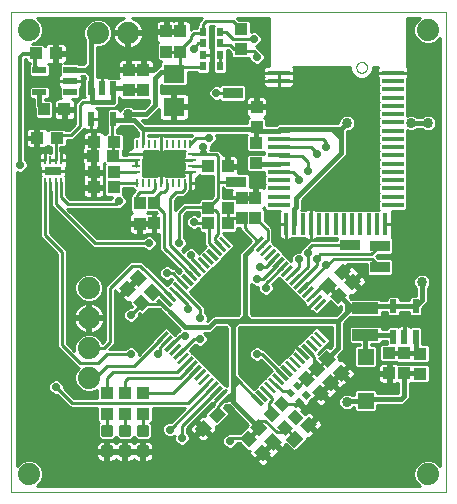
<source format=gtl>
G75*
%MOIN*%
%OFA0B0*%
%FSLAX25Y25*%
%IPPOS*%
%LPD*%
%AMOC8*
5,1,8,0,0,1.08239X$1,22.5*
%
%ADD10C,0.00000*%
%ADD11R,0.07283X0.01772*%
%ADD12R,0.01772X0.07283*%
%ADD13R,0.04724X0.01181*%
%ADD14R,0.01181X0.04724*%
%ADD15R,0.04331X0.03937*%
%ADD16R,0.02165X0.04724*%
%ADD17R,0.08661X0.04000*%
%ADD18R,0.05512X0.05512*%
%ADD19R,0.03937X0.04331*%
%ADD20R,0.00984X0.02657*%
%ADD21R,0.02657X0.00984*%
%ADD22R,0.02362X0.02835*%
%ADD23R,0.07087X0.06299*%
%ADD24R,0.04724X0.02165*%
%ADD25R,0.02362X0.01969*%
%ADD26R,0.03937X0.03543*%
%ADD27C,0.07400*%
%ADD28R,0.06693X0.03543*%
%ADD29C,0.01181*%
%ADD30R,0.00984X0.02756*%
%ADD31R,0.05394X0.02520*%
%ADD32C,0.01000*%
%ADD33C,0.02900*%
%ADD34C,0.01600*%
%ADD35C,0.03400*%
%ADD36C,0.01200*%
D10*
X0008884Y0006315D02*
X0008884Y0166315D01*
X0153884Y0166315D01*
X0153884Y0006315D01*
X0008884Y0006315D01*
X0124041Y0147850D02*
X0124043Y0147934D01*
X0124049Y0148017D01*
X0124059Y0148100D01*
X0124073Y0148183D01*
X0124090Y0148265D01*
X0124112Y0148346D01*
X0124137Y0148425D01*
X0124166Y0148504D01*
X0124199Y0148581D01*
X0124235Y0148656D01*
X0124275Y0148730D01*
X0124318Y0148802D01*
X0124365Y0148871D01*
X0124415Y0148938D01*
X0124468Y0149003D01*
X0124524Y0149065D01*
X0124582Y0149125D01*
X0124644Y0149182D01*
X0124708Y0149235D01*
X0124775Y0149286D01*
X0124844Y0149333D01*
X0124915Y0149378D01*
X0124988Y0149418D01*
X0125063Y0149455D01*
X0125140Y0149489D01*
X0125218Y0149519D01*
X0125297Y0149545D01*
X0125378Y0149568D01*
X0125460Y0149586D01*
X0125542Y0149601D01*
X0125625Y0149612D01*
X0125708Y0149619D01*
X0125792Y0149622D01*
X0125876Y0149621D01*
X0125959Y0149616D01*
X0126043Y0149607D01*
X0126125Y0149594D01*
X0126207Y0149578D01*
X0126288Y0149557D01*
X0126369Y0149533D01*
X0126447Y0149505D01*
X0126525Y0149473D01*
X0126601Y0149437D01*
X0126675Y0149398D01*
X0126747Y0149356D01*
X0126817Y0149310D01*
X0126885Y0149261D01*
X0126950Y0149209D01*
X0127013Y0149154D01*
X0127073Y0149096D01*
X0127131Y0149035D01*
X0127185Y0148971D01*
X0127237Y0148905D01*
X0127285Y0148837D01*
X0127330Y0148766D01*
X0127371Y0148693D01*
X0127410Y0148619D01*
X0127444Y0148543D01*
X0127475Y0148465D01*
X0127502Y0148386D01*
X0127526Y0148305D01*
X0127545Y0148224D01*
X0127561Y0148142D01*
X0127573Y0148059D01*
X0127581Y0147975D01*
X0127585Y0147892D01*
X0127585Y0147808D01*
X0127581Y0147725D01*
X0127573Y0147641D01*
X0127561Y0147558D01*
X0127545Y0147476D01*
X0127526Y0147395D01*
X0127502Y0147314D01*
X0127475Y0147235D01*
X0127444Y0147157D01*
X0127410Y0147081D01*
X0127371Y0147007D01*
X0127330Y0146934D01*
X0127285Y0146863D01*
X0127237Y0146795D01*
X0127185Y0146729D01*
X0127131Y0146665D01*
X0127073Y0146604D01*
X0127013Y0146546D01*
X0126950Y0146491D01*
X0126885Y0146439D01*
X0126817Y0146390D01*
X0126747Y0146344D01*
X0126675Y0146302D01*
X0126601Y0146263D01*
X0126525Y0146227D01*
X0126447Y0146195D01*
X0126369Y0146167D01*
X0126288Y0146143D01*
X0126207Y0146122D01*
X0126125Y0146106D01*
X0126043Y0146093D01*
X0125959Y0146084D01*
X0125876Y0146079D01*
X0125792Y0146078D01*
X0125708Y0146081D01*
X0125625Y0146088D01*
X0125542Y0146099D01*
X0125460Y0146114D01*
X0125378Y0146132D01*
X0125297Y0146155D01*
X0125218Y0146181D01*
X0125140Y0146211D01*
X0125063Y0146245D01*
X0124988Y0146282D01*
X0124915Y0146322D01*
X0124844Y0146367D01*
X0124775Y0146414D01*
X0124708Y0146465D01*
X0124644Y0146518D01*
X0124582Y0146575D01*
X0124524Y0146635D01*
X0124468Y0146697D01*
X0124415Y0146762D01*
X0124365Y0146829D01*
X0124318Y0146898D01*
X0124275Y0146970D01*
X0124235Y0147044D01*
X0124199Y0147119D01*
X0124166Y0147196D01*
X0124137Y0147275D01*
X0124112Y0147354D01*
X0124090Y0147435D01*
X0124073Y0147517D01*
X0124059Y0147600D01*
X0124049Y0147683D01*
X0124043Y0147766D01*
X0124041Y0147850D01*
D11*
X0136148Y0146078D03*
X0136148Y0143322D03*
X0136148Y0140567D03*
X0136148Y0137811D03*
X0136148Y0135055D03*
X0136148Y0132299D03*
X0136148Y0129543D03*
X0136148Y0126787D03*
X0136148Y0124031D03*
X0136148Y0121275D03*
X0136148Y0118519D03*
X0136148Y0115763D03*
X0136148Y0113008D03*
X0136148Y0110252D03*
X0136148Y0107496D03*
X0136148Y0104740D03*
X0136148Y0101984D03*
X0098156Y0101984D03*
X0098156Y0104740D03*
X0098156Y0107496D03*
X0098156Y0110252D03*
X0098156Y0113008D03*
X0098156Y0115763D03*
X0098156Y0118519D03*
X0098156Y0121275D03*
X0098156Y0124031D03*
X0098156Y0126787D03*
X0098156Y0143322D03*
X0098156Y0146078D03*
D12*
X0100617Y0095586D03*
X0103373Y0095586D03*
X0106128Y0095586D03*
X0108884Y0095586D03*
X0111640Y0095586D03*
X0114396Y0095586D03*
X0117152Y0095586D03*
X0119908Y0095586D03*
X0122664Y0095586D03*
X0125420Y0095586D03*
X0128176Y0095586D03*
X0130932Y0095586D03*
X0133688Y0095586D03*
D13*
G36*
X0078975Y0091796D02*
X0082314Y0088457D01*
X0081479Y0087622D01*
X0078140Y0090961D01*
X0078975Y0091796D01*
G37*
G36*
X0077583Y0090404D02*
X0080922Y0087065D01*
X0080087Y0086230D01*
X0076748Y0089569D01*
X0077583Y0090404D01*
G37*
G36*
X0076192Y0089012D02*
X0079531Y0085673D01*
X0078696Y0084838D01*
X0075357Y0088177D01*
X0076192Y0089012D01*
G37*
G36*
X0074800Y0087620D02*
X0078139Y0084281D01*
X0077304Y0083446D01*
X0073965Y0086785D01*
X0074800Y0087620D01*
G37*
G36*
X0073408Y0086228D02*
X0076747Y0082889D01*
X0075912Y0082054D01*
X0072573Y0085393D01*
X0073408Y0086228D01*
G37*
G36*
X0072016Y0084836D02*
X0075355Y0081497D01*
X0074520Y0080662D01*
X0071181Y0084001D01*
X0072016Y0084836D01*
G37*
G36*
X0070624Y0083444D02*
X0073963Y0080105D01*
X0073128Y0079270D01*
X0069789Y0082609D01*
X0070624Y0083444D01*
G37*
G36*
X0069232Y0082052D02*
X0072571Y0078713D01*
X0071736Y0077878D01*
X0068397Y0081217D01*
X0069232Y0082052D01*
G37*
G36*
X0067840Y0080660D02*
X0071179Y0077321D01*
X0070344Y0076486D01*
X0067005Y0079825D01*
X0067840Y0080660D01*
G37*
G36*
X0066448Y0079268D02*
X0069787Y0075929D01*
X0068952Y0075094D01*
X0065613Y0078433D01*
X0066448Y0079268D01*
G37*
G36*
X0065056Y0077876D02*
X0068395Y0074537D01*
X0067560Y0073702D01*
X0064221Y0077041D01*
X0065056Y0077876D01*
G37*
G36*
X0063664Y0076485D02*
X0067003Y0073146D01*
X0066168Y0072311D01*
X0062829Y0075650D01*
X0063664Y0076485D01*
G37*
G36*
X0062272Y0075093D02*
X0065611Y0071754D01*
X0064776Y0070919D01*
X0061437Y0074258D01*
X0062272Y0075093D01*
G37*
G36*
X0060880Y0073701D02*
X0064219Y0070362D01*
X0063384Y0069527D01*
X0060045Y0072866D01*
X0060880Y0073701D01*
G37*
G36*
X0059488Y0072309D02*
X0062827Y0068970D01*
X0061992Y0068135D01*
X0058653Y0071474D01*
X0059488Y0072309D01*
G37*
G36*
X0058096Y0070917D02*
X0061435Y0067578D01*
X0060600Y0066743D01*
X0057261Y0070082D01*
X0058096Y0070917D01*
G37*
G36*
X0096792Y0046140D02*
X0100131Y0042801D01*
X0099296Y0041966D01*
X0095957Y0045305D01*
X0096792Y0046140D01*
G37*
G36*
X0098184Y0047532D02*
X0101523Y0044193D01*
X0100688Y0043358D01*
X0097349Y0046697D01*
X0098184Y0047532D01*
G37*
G36*
X0099576Y0048924D02*
X0102915Y0045585D01*
X0102080Y0044750D01*
X0098741Y0048089D01*
X0099576Y0048924D01*
G37*
G36*
X0100968Y0050316D02*
X0104307Y0046977D01*
X0103472Y0046142D01*
X0100133Y0049481D01*
X0100968Y0050316D01*
G37*
G36*
X0102360Y0051708D02*
X0105699Y0048369D01*
X0104864Y0047534D01*
X0101525Y0050873D01*
X0102360Y0051708D01*
G37*
G36*
X0103752Y0053100D02*
X0107091Y0049761D01*
X0106256Y0048926D01*
X0102917Y0052265D01*
X0103752Y0053100D01*
G37*
G36*
X0105144Y0054492D02*
X0108483Y0051153D01*
X0107648Y0050318D01*
X0104309Y0053657D01*
X0105144Y0054492D01*
G37*
G36*
X0106536Y0055884D02*
X0109875Y0052545D01*
X0109040Y0051710D01*
X0105701Y0055049D01*
X0106536Y0055884D01*
G37*
G36*
X0107928Y0057276D02*
X0111267Y0053937D01*
X0110432Y0053102D01*
X0107093Y0056441D01*
X0107928Y0057276D01*
G37*
G36*
X0109320Y0058668D02*
X0112659Y0055329D01*
X0111824Y0054494D01*
X0108485Y0057833D01*
X0109320Y0058668D01*
G37*
G36*
X0110712Y0060060D02*
X0114051Y0056721D01*
X0113216Y0055886D01*
X0109877Y0059225D01*
X0110712Y0060060D01*
G37*
G36*
X0095400Y0044748D02*
X0098739Y0041409D01*
X0097904Y0040574D01*
X0094565Y0043913D01*
X0095400Y0044748D01*
G37*
G36*
X0094008Y0043356D02*
X0097347Y0040017D01*
X0096512Y0039182D01*
X0093173Y0042521D01*
X0094008Y0043356D01*
G37*
G36*
X0092616Y0041964D02*
X0095955Y0038625D01*
X0095120Y0037790D01*
X0091781Y0041129D01*
X0092616Y0041964D01*
G37*
G36*
X0091225Y0040572D02*
X0094564Y0037233D01*
X0093729Y0036398D01*
X0090390Y0039737D01*
X0091225Y0040572D01*
G37*
G36*
X0089833Y0039180D02*
X0093172Y0035841D01*
X0092337Y0035006D01*
X0088998Y0038345D01*
X0089833Y0039180D01*
G37*
D14*
G36*
X0081479Y0039180D02*
X0082314Y0038345D01*
X0078975Y0035006D01*
X0078140Y0035841D01*
X0081479Y0039180D01*
G37*
G36*
X0080087Y0040572D02*
X0080922Y0039737D01*
X0077583Y0036398D01*
X0076748Y0037233D01*
X0080087Y0040572D01*
G37*
G36*
X0078696Y0041964D02*
X0079531Y0041129D01*
X0076192Y0037790D01*
X0075357Y0038625D01*
X0078696Y0041964D01*
G37*
G36*
X0077304Y0043356D02*
X0078139Y0042521D01*
X0074800Y0039182D01*
X0073965Y0040017D01*
X0077304Y0043356D01*
G37*
G36*
X0075912Y0044748D02*
X0076747Y0043913D01*
X0073408Y0040574D01*
X0072573Y0041409D01*
X0075912Y0044748D01*
G37*
G36*
X0074520Y0046140D02*
X0075355Y0045305D01*
X0072016Y0041966D01*
X0071181Y0042801D01*
X0074520Y0046140D01*
G37*
G36*
X0073128Y0047532D02*
X0073963Y0046697D01*
X0070624Y0043358D01*
X0069789Y0044193D01*
X0073128Y0047532D01*
G37*
G36*
X0071736Y0048924D02*
X0072571Y0048089D01*
X0069232Y0044750D01*
X0068397Y0045585D01*
X0071736Y0048924D01*
G37*
G36*
X0070344Y0050316D02*
X0071179Y0049481D01*
X0067840Y0046142D01*
X0067005Y0046977D01*
X0070344Y0050316D01*
G37*
G36*
X0068952Y0051708D02*
X0069787Y0050873D01*
X0066448Y0047534D01*
X0065613Y0048369D01*
X0068952Y0051708D01*
G37*
G36*
X0067560Y0053100D02*
X0068395Y0052265D01*
X0065056Y0048926D01*
X0064221Y0049761D01*
X0067560Y0053100D01*
G37*
G36*
X0066168Y0054492D02*
X0067003Y0053657D01*
X0063664Y0050318D01*
X0062829Y0051153D01*
X0066168Y0054492D01*
G37*
G36*
X0064776Y0055884D02*
X0065611Y0055049D01*
X0062272Y0051710D01*
X0061437Y0052545D01*
X0064776Y0055884D01*
G37*
G36*
X0063384Y0057276D02*
X0064219Y0056441D01*
X0060880Y0053102D01*
X0060045Y0053937D01*
X0063384Y0057276D01*
G37*
G36*
X0061992Y0058668D02*
X0062827Y0057833D01*
X0059488Y0054494D01*
X0058653Y0055329D01*
X0061992Y0058668D01*
G37*
G36*
X0060600Y0060060D02*
X0061435Y0059225D01*
X0058096Y0055886D01*
X0057261Y0056721D01*
X0060600Y0060060D01*
G37*
G36*
X0099296Y0084836D02*
X0100131Y0084001D01*
X0096792Y0080662D01*
X0095957Y0081497D01*
X0099296Y0084836D01*
G37*
G36*
X0097904Y0086228D02*
X0098739Y0085393D01*
X0095400Y0082054D01*
X0094565Y0082889D01*
X0097904Y0086228D01*
G37*
G36*
X0096512Y0087620D02*
X0097347Y0086785D01*
X0094008Y0083446D01*
X0093173Y0084281D01*
X0096512Y0087620D01*
G37*
G36*
X0095120Y0089012D02*
X0095955Y0088177D01*
X0092616Y0084838D01*
X0091781Y0085673D01*
X0095120Y0089012D01*
G37*
G36*
X0093729Y0090404D02*
X0094564Y0089569D01*
X0091225Y0086230D01*
X0090390Y0087065D01*
X0093729Y0090404D01*
G37*
G36*
X0092337Y0091796D02*
X0093172Y0090961D01*
X0089833Y0087622D01*
X0088998Y0088457D01*
X0092337Y0091796D01*
G37*
G36*
X0100688Y0083444D02*
X0101523Y0082609D01*
X0098184Y0079270D01*
X0097349Y0080105D01*
X0100688Y0083444D01*
G37*
G36*
X0102080Y0082052D02*
X0102915Y0081217D01*
X0099576Y0077878D01*
X0098741Y0078713D01*
X0102080Y0082052D01*
G37*
G36*
X0103472Y0080660D02*
X0104307Y0079825D01*
X0100968Y0076486D01*
X0100133Y0077321D01*
X0103472Y0080660D01*
G37*
G36*
X0104864Y0079268D02*
X0105699Y0078433D01*
X0102360Y0075094D01*
X0101525Y0075929D01*
X0104864Y0079268D01*
G37*
G36*
X0106256Y0077876D02*
X0107091Y0077041D01*
X0103752Y0073702D01*
X0102917Y0074537D01*
X0106256Y0077876D01*
G37*
G36*
X0107648Y0076485D02*
X0108483Y0075650D01*
X0105144Y0072311D01*
X0104309Y0073146D01*
X0107648Y0076485D01*
G37*
G36*
X0109040Y0075093D02*
X0109875Y0074258D01*
X0106536Y0070919D01*
X0105701Y0071754D01*
X0109040Y0075093D01*
G37*
G36*
X0110432Y0073701D02*
X0111267Y0072866D01*
X0107928Y0069527D01*
X0107093Y0070362D01*
X0110432Y0073701D01*
G37*
G36*
X0111824Y0072309D02*
X0112659Y0071474D01*
X0109320Y0068135D01*
X0108485Y0068970D01*
X0111824Y0072309D01*
G37*
G36*
X0113216Y0070917D02*
X0114051Y0070082D01*
X0110712Y0066743D01*
X0109877Y0067578D01*
X0113216Y0070917D01*
G37*
D15*
G36*
X0117535Y0075206D02*
X0114474Y0072145D01*
X0111691Y0074928D01*
X0114752Y0077989D01*
X0117535Y0075206D01*
G37*
G36*
X0120950Y0071841D02*
X0117889Y0068780D01*
X0115106Y0071563D01*
X0118167Y0074624D01*
X0120950Y0071841D01*
G37*
G36*
X0125682Y0076574D02*
X0122621Y0073513D01*
X0119838Y0076296D01*
X0122899Y0079357D01*
X0125682Y0076574D01*
G37*
G36*
X0122268Y0079938D02*
X0119207Y0076877D01*
X0116424Y0079660D01*
X0119485Y0082721D01*
X0122268Y0079938D01*
G37*
X0135010Y0052574D03*
X0135010Y0045882D03*
X0145185Y0045755D03*
X0145185Y0052448D03*
G36*
X0119158Y0043069D02*
X0116097Y0046130D01*
X0118880Y0048913D01*
X0121941Y0045852D01*
X0119158Y0043069D01*
G37*
G36*
X0115709Y0039849D02*
X0112648Y0042910D01*
X0115431Y0045693D01*
X0118492Y0042632D01*
X0115709Y0039849D01*
G37*
G36*
X0112279Y0036514D02*
X0109218Y0039575D01*
X0112001Y0042358D01*
X0115062Y0039297D01*
X0112279Y0036514D01*
G37*
G36*
X0111087Y0028822D02*
X0108026Y0025761D01*
X0105243Y0028544D01*
X0108304Y0031605D01*
X0111087Y0028822D01*
G37*
G36*
X0106355Y0024089D02*
X0103294Y0021028D01*
X0100511Y0023811D01*
X0103572Y0026872D01*
X0106355Y0024089D01*
G37*
G36*
X0096437Y0020124D02*
X0093376Y0023185D01*
X0096159Y0025968D01*
X0099220Y0022907D01*
X0096437Y0020124D01*
G37*
G36*
X0092920Y0016490D02*
X0089859Y0019551D01*
X0092642Y0022334D01*
X0095703Y0019273D01*
X0092920Y0016490D01*
G37*
G36*
X0088187Y0021222D02*
X0085126Y0024283D01*
X0087909Y0027066D01*
X0090970Y0024005D01*
X0088187Y0021222D01*
G37*
G36*
X0091704Y0024856D02*
X0088643Y0027917D01*
X0091426Y0030700D01*
X0094487Y0027639D01*
X0091704Y0024856D01*
G37*
G36*
X0074793Y0032077D02*
X0077854Y0035138D01*
X0080637Y0032355D01*
X0077576Y0029294D01*
X0074793Y0032077D01*
G37*
G36*
X0070060Y0027345D02*
X0073121Y0030406D01*
X0075904Y0027623D01*
X0072843Y0024562D01*
X0070060Y0027345D01*
G37*
X0052884Y0032468D03*
X0046884Y0032468D03*
X0040884Y0032468D03*
X0040884Y0039161D03*
X0046884Y0039161D03*
X0052884Y0039161D03*
G36*
X0052330Y0072296D02*
X0055391Y0069235D01*
X0052608Y0066452D01*
X0049547Y0069513D01*
X0052330Y0072296D01*
G37*
G36*
X0055921Y0075828D02*
X0058982Y0072767D01*
X0056199Y0069984D01*
X0053138Y0073045D01*
X0055921Y0075828D01*
G37*
G36*
X0051188Y0080561D02*
X0054249Y0077500D01*
X0051466Y0074717D01*
X0048405Y0077778D01*
X0051188Y0080561D01*
G37*
G36*
X0047598Y0077028D02*
X0050659Y0073967D01*
X0047876Y0071184D01*
X0044815Y0074245D01*
X0047598Y0077028D01*
G37*
X0056588Y0095905D03*
X0056588Y0102598D03*
X0043065Y0118414D03*
X0036373Y0118414D03*
X0036538Y0123015D03*
X0043231Y0123015D03*
X0024231Y0124315D03*
X0017538Y0124315D03*
X0017097Y0152496D03*
X0023790Y0152496D03*
X0085499Y0153882D03*
X0085499Y0160574D03*
X0090613Y0122674D03*
X0090613Y0115982D03*
G36*
X0114425Y0047802D02*
X0111364Y0050863D01*
X0114147Y0053646D01*
X0117208Y0050585D01*
X0114425Y0047802D01*
G37*
G36*
X0110976Y0044582D02*
X0107915Y0047643D01*
X0110698Y0050426D01*
X0113759Y0047365D01*
X0110976Y0044582D01*
G37*
G36*
X0107546Y0041246D02*
X0104485Y0044307D01*
X0107268Y0047090D01*
X0110329Y0044029D01*
X0107546Y0041246D01*
G37*
D16*
X0136325Y0058046D03*
X0140065Y0058046D03*
X0143806Y0058046D03*
X0143806Y0068283D03*
X0136325Y0068283D03*
X0043065Y0130708D03*
X0035585Y0130708D03*
X0035585Y0140945D03*
X0039325Y0140945D03*
X0043065Y0140945D03*
D17*
X0127026Y0067586D03*
X0127026Y0058712D03*
D18*
X0127091Y0051374D03*
X0127091Y0036808D03*
D19*
X0139984Y0045868D03*
X0139984Y0052561D03*
X0081317Y0096055D03*
X0085847Y0097619D03*
X0090388Y0097693D03*
X0090388Y0104385D03*
X0085847Y0104312D03*
X0081317Y0100989D03*
X0074625Y0100989D03*
X0074625Y0096055D03*
X0051774Y0095803D03*
X0051774Y0102496D03*
X0043117Y0107874D03*
X0036425Y0107874D03*
X0036425Y0112900D03*
X0043117Y0112900D03*
X0026672Y0133819D03*
X0019979Y0133819D03*
X0048144Y0140338D03*
X0052973Y0140327D03*
X0052973Y0147020D03*
X0048144Y0147031D03*
X0060625Y0153133D03*
X0065310Y0153133D03*
X0065310Y0159826D03*
X0060625Y0159826D03*
X0090771Y0134685D03*
X0090771Y0127992D03*
X0081144Y0114945D03*
X0074451Y0114945D03*
D20*
X0068727Y0109368D03*
X0066758Y0109368D03*
X0064790Y0109368D03*
X0062821Y0109368D03*
X0060853Y0109368D03*
X0058884Y0109368D03*
X0056916Y0109368D03*
X0054947Y0109368D03*
X0052979Y0109368D03*
X0051010Y0109368D03*
X0051010Y0122458D03*
X0052979Y0122458D03*
X0054947Y0122458D03*
X0056916Y0122458D03*
X0058884Y0122458D03*
X0060853Y0122458D03*
X0062821Y0122458D03*
X0064790Y0122458D03*
X0066758Y0122458D03*
X0068727Y0122458D03*
D21*
X0069170Y0118866D03*
X0069170Y0116897D03*
X0069170Y0114929D03*
X0069170Y0112960D03*
X0050567Y0112960D03*
X0050567Y0114929D03*
X0050567Y0116897D03*
X0050567Y0118866D03*
D22*
X0073058Y0148193D03*
X0073058Y0152011D03*
X0073058Y0155830D03*
X0078569Y0155830D03*
X0078569Y0152011D03*
X0078569Y0148193D03*
X0078569Y0159649D03*
X0073058Y0159649D03*
D23*
X0063176Y0145803D03*
X0063176Y0134779D03*
D24*
X0028562Y0139504D03*
X0028562Y0143244D03*
X0028562Y0146984D03*
X0018325Y0146984D03*
X0018325Y0139504D03*
D25*
G36*
X0104442Y0040164D02*
X0102773Y0041833D01*
X0104164Y0043224D01*
X0105833Y0041555D01*
X0104442Y0040164D01*
G37*
G36*
X0102215Y0037937D02*
X0100546Y0039606D01*
X0101937Y0040997D01*
X0103606Y0039328D01*
X0102215Y0037937D01*
G37*
G36*
X0105277Y0034875D02*
X0103608Y0036544D01*
X0104999Y0037935D01*
X0106668Y0036266D01*
X0105277Y0034875D01*
G37*
G36*
X0107504Y0037102D02*
X0105835Y0038771D01*
X0107226Y0040162D01*
X0108895Y0038493D01*
X0107504Y0037102D01*
G37*
D26*
G36*
X0099144Y0038359D02*
X0101926Y0035577D01*
X0099422Y0033073D01*
X0096640Y0035855D01*
X0099144Y0038359D01*
G37*
G36*
X0095734Y0034949D02*
X0098516Y0032167D01*
X0096012Y0029663D01*
X0093230Y0032445D01*
X0095734Y0034949D01*
G37*
G36*
X0103668Y0033835D02*
X0106450Y0031053D01*
X0103946Y0028549D01*
X0101164Y0031331D01*
X0103668Y0033835D01*
G37*
G36*
X0100258Y0030425D02*
X0103040Y0027643D01*
X0100536Y0025139D01*
X0097754Y0027921D01*
X0100258Y0030425D01*
G37*
D27*
X0147884Y0012315D03*
X0034884Y0044315D03*
X0034884Y0054315D03*
X0034884Y0064315D03*
X0034884Y0074315D03*
X0014884Y0012315D03*
X0037884Y0159315D03*
X0047884Y0159315D03*
X0014884Y0160315D03*
X0147884Y0160315D03*
D28*
X0082884Y0139315D03*
X0083984Y0109715D03*
X0121884Y0088615D03*
X0131884Y0088315D03*
X0131884Y0081315D03*
D29*
X0054262Y0028145D02*
X0051506Y0028145D01*
X0054262Y0028145D02*
X0054262Y0025389D01*
X0051506Y0025389D01*
X0051506Y0028145D01*
X0051506Y0026569D02*
X0054262Y0026569D01*
X0054262Y0027749D02*
X0051506Y0027749D01*
X0048262Y0028145D02*
X0045506Y0028145D01*
X0048262Y0028145D02*
X0048262Y0025389D01*
X0045506Y0025389D01*
X0045506Y0028145D01*
X0045506Y0026569D02*
X0048262Y0026569D01*
X0048262Y0027749D02*
X0045506Y0027749D01*
X0042262Y0028145D02*
X0039506Y0028145D01*
X0042262Y0028145D02*
X0042262Y0025389D01*
X0039506Y0025389D01*
X0039506Y0028145D01*
X0039506Y0026569D02*
X0042262Y0026569D01*
X0042262Y0027749D02*
X0039506Y0027749D01*
X0039506Y0021240D02*
X0042262Y0021240D01*
X0042262Y0018484D01*
X0039506Y0018484D01*
X0039506Y0021240D01*
X0039506Y0019664D02*
X0042262Y0019664D01*
X0042262Y0020844D02*
X0039506Y0020844D01*
X0045506Y0021240D02*
X0048262Y0021240D01*
X0048262Y0018484D01*
X0045506Y0018484D01*
X0045506Y0021240D01*
X0045506Y0019664D02*
X0048262Y0019664D01*
X0048262Y0020844D02*
X0045506Y0020844D01*
X0051506Y0021240D02*
X0054262Y0021240D01*
X0054262Y0018484D01*
X0051506Y0018484D01*
X0051506Y0021240D01*
X0051506Y0019664D02*
X0054262Y0019664D01*
X0054262Y0020844D02*
X0051506Y0020844D01*
D30*
X0025592Y0109653D03*
X0023821Y0109653D03*
X0022049Y0109653D03*
X0020277Y0109653D03*
X0020277Y0116937D03*
X0022049Y0116937D03*
X0023821Y0116937D03*
X0025592Y0116937D03*
D31*
X0022935Y0113295D03*
D32*
X0023065Y0113425D02*
X0027132Y0113425D01*
X0027132Y0114485D01*
X0027285Y0114638D01*
X0027482Y0114980D01*
X0027584Y0115361D01*
X0027584Y0116937D01*
X0027584Y0118512D01*
X0027482Y0118894D01*
X0027285Y0119236D01*
X0027005Y0119515D01*
X0026663Y0119712D01*
X0026282Y0119815D01*
X0025592Y0119815D01*
X0025421Y0119815D01*
X0025421Y0121246D01*
X0026852Y0121246D01*
X0027496Y0121890D01*
X0027496Y0123715D01*
X0029547Y0123715D01*
X0030484Y0124652D01*
X0033286Y0127453D01*
X0033302Y0127425D01*
X0033581Y0127145D01*
X0033923Y0126948D01*
X0034305Y0126846D01*
X0035544Y0126846D01*
X0035544Y0130666D01*
X0035626Y0130666D01*
X0035626Y0126846D01*
X0036865Y0126846D01*
X0037247Y0126948D01*
X0037589Y0127145D01*
X0037868Y0127425D01*
X0038066Y0127767D01*
X0038168Y0128148D01*
X0038168Y0130667D01*
X0035627Y0130667D01*
X0035627Y0130749D01*
X0038168Y0130749D01*
X0038168Y0133268D01*
X0038066Y0133649D01*
X0037868Y0133991D01*
X0037589Y0134270D01*
X0037339Y0134415D01*
X0043671Y0134415D01*
X0044784Y0135528D01*
X0044965Y0135709D01*
X0044965Y0137844D01*
X0045076Y0137955D01*
X0045076Y0137717D01*
X0045720Y0137073D01*
X0050538Y0137073D01*
X0050549Y0137062D01*
X0054984Y0137062D01*
X0054984Y0136102D01*
X0053097Y0134215D01*
X0049944Y0134215D01*
X0049470Y0134688D01*
X0048441Y0135115D01*
X0047327Y0135115D01*
X0046298Y0134688D01*
X0045511Y0133901D01*
X0045248Y0133267D01*
X0045248Y0133526D01*
X0044604Y0134170D01*
X0041527Y0134170D01*
X0040883Y0133526D01*
X0040883Y0131212D01*
X0040779Y0131108D01*
X0040779Y0129534D01*
X0040883Y0129430D01*
X0040883Y0127890D01*
X0041079Y0127694D01*
X0041079Y0126083D01*
X0040610Y0126083D01*
X0040097Y0125570D01*
X0039904Y0125904D01*
X0039624Y0126183D01*
X0039282Y0126381D01*
X0038901Y0126483D01*
X0037022Y0126483D01*
X0037022Y0123499D01*
X0036054Y0123499D01*
X0036054Y0126483D01*
X0034175Y0126483D01*
X0033794Y0126381D01*
X0033452Y0126183D01*
X0033172Y0125904D01*
X0032975Y0125562D01*
X0032873Y0125181D01*
X0032873Y0123499D01*
X0036054Y0123499D01*
X0036054Y0122530D01*
X0037022Y0122530D01*
X0037022Y0121882D01*
X0036857Y0121882D01*
X0036857Y0118898D01*
X0035888Y0118898D01*
X0035888Y0117930D01*
X0032707Y0117930D01*
X0032707Y0116248D01*
X0032809Y0115866D01*
X0033007Y0115524D01*
X0033022Y0115509D01*
X0032956Y0115262D01*
X0032956Y0113384D01*
X0035940Y0113384D01*
X0035940Y0112415D01*
X0036909Y0112415D01*
X0036909Y0109234D01*
X0036909Y0108358D01*
X0039893Y0108358D01*
X0039893Y0110236D01*
X0039853Y0110387D01*
X0039893Y0110537D01*
X0039893Y0112415D01*
X0036909Y0112415D01*
X0036909Y0113384D01*
X0039893Y0113384D01*
X0039893Y0115262D01*
X0039796Y0115624D01*
X0039931Y0115859D01*
X0040159Y0115631D01*
X0040049Y0115521D01*
X0040049Y0105253D01*
X0040693Y0104608D01*
X0042660Y0104608D01*
X0042373Y0103915D01*
X0028547Y0103915D01*
X0027192Y0105269D01*
X0027192Y0110316D01*
X0027184Y0110324D01*
X0027184Y0111487D01*
X0027069Y0111602D01*
X0027132Y0111838D01*
X0027132Y0113165D01*
X0023065Y0113165D01*
X0023065Y0113425D01*
X0022805Y0113425D02*
X0022805Y0113165D01*
X0018738Y0113165D01*
X0018738Y0111838D01*
X0018801Y0111602D01*
X0018685Y0111487D01*
X0018685Y0110324D01*
X0018677Y0110316D01*
X0018677Y0091259D01*
X0024284Y0085652D01*
X0024284Y0054652D01*
X0031222Y0047715D01*
X0031496Y0047715D01*
X0030815Y0047034D01*
X0030084Y0045269D01*
X0030084Y0043360D01*
X0030815Y0041596D01*
X0032165Y0040245D01*
X0033930Y0039515D01*
X0035839Y0039515D01*
X0037603Y0040245D01*
X0037619Y0040261D01*
X0037619Y0037615D01*
X0029847Y0037615D01*
X0029811Y0037651D01*
X0026434Y0041027D01*
X0026434Y0041822D01*
X0026046Y0042759D01*
X0025329Y0043476D01*
X0024392Y0043865D01*
X0023377Y0043865D01*
X0022440Y0043476D01*
X0021723Y0042759D01*
X0021334Y0041822D01*
X0021334Y0040807D01*
X0021723Y0039870D01*
X0022440Y0039153D01*
X0023377Y0038765D01*
X0024172Y0038765D01*
X0027291Y0035645D01*
X0027291Y0035645D01*
X0027760Y0035176D01*
X0028079Y0034857D01*
X0028229Y0034707D01*
X0028374Y0034707D01*
X0028833Y0034518D01*
X0028936Y0034415D01*
X0037619Y0034415D01*
X0037619Y0030044D01*
X0038263Y0029400D01*
X0038370Y0029400D01*
X0037816Y0028846D01*
X0037816Y0024689D01*
X0038806Y0023699D01*
X0042963Y0023699D01*
X0043884Y0024621D01*
X0044806Y0023699D01*
X0048963Y0023699D01*
X0049884Y0024621D01*
X0050806Y0023699D01*
X0054963Y0023699D01*
X0055953Y0024689D01*
X0055953Y0028846D01*
X0055399Y0029400D01*
X0055505Y0029400D01*
X0056150Y0030044D01*
X0056150Y0034415D01*
X0066922Y0034415D01*
X0062172Y0029665D01*
X0061377Y0029665D01*
X0060440Y0029276D01*
X0059723Y0028559D01*
X0059334Y0027622D01*
X0059334Y0026607D01*
X0059723Y0025670D01*
X0060440Y0024953D01*
X0061377Y0024565D01*
X0062392Y0024565D01*
X0063329Y0024953D01*
X0063431Y0025055D01*
X0063334Y0024822D01*
X0063334Y0023807D01*
X0063723Y0022870D01*
X0064440Y0022153D01*
X0065377Y0021765D01*
X0066392Y0021765D01*
X0067329Y0022153D01*
X0068046Y0022870D01*
X0068434Y0023807D01*
X0068434Y0024822D01*
X0068046Y0025759D01*
X0067484Y0026321D01*
X0067484Y0027652D01*
X0075846Y0036013D01*
X0076104Y0035754D01*
X0078835Y0038485D01*
X0078835Y0038485D01*
X0076105Y0035754D01*
X0076484Y0035375D01*
X0076484Y0035325D01*
X0073692Y0032533D01*
X0073692Y0031807D01*
X0073319Y0031907D01*
X0072924Y0031907D01*
X0072543Y0031805D01*
X0072201Y0031607D01*
X0070872Y0030279D01*
X0072982Y0028169D01*
X0072298Y0027484D01*
X0070187Y0029594D01*
X0068859Y0028266D01*
X0068662Y0027924D01*
X0068559Y0027542D01*
X0068559Y0027147D01*
X0068662Y0026766D01*
X0068859Y0026424D01*
X0070048Y0025234D01*
X0072298Y0027484D01*
X0072982Y0026799D01*
X0070733Y0024550D01*
X0071922Y0023360D01*
X0072264Y0023163D01*
X0072646Y0023061D01*
X0073041Y0023061D01*
X0073422Y0023163D01*
X0073764Y0023360D01*
X0075093Y0024689D01*
X0072983Y0026799D01*
X0073667Y0027484D01*
X0075778Y0025374D01*
X0077106Y0026702D01*
X0077303Y0027044D01*
X0077406Y0027425D01*
X0077406Y0027820D01*
X0077306Y0028193D01*
X0078032Y0028193D01*
X0081738Y0031900D01*
X0081738Y0032811D01*
X0080041Y0034508D01*
X0080726Y0035193D01*
X0081450Y0035193D01*
X0081457Y0035200D01*
X0082097Y0034559D01*
X0087913Y0028744D01*
X0087542Y0028373D01*
X0087542Y0028167D01*
X0087453Y0028167D01*
X0085201Y0025915D01*
X0082222Y0025915D01*
X0082172Y0025865D01*
X0081377Y0025865D01*
X0080440Y0025476D01*
X0079723Y0024759D01*
X0079334Y0023822D01*
X0079334Y0022807D01*
X0079723Y0021870D01*
X0080440Y0021153D01*
X0081377Y0020765D01*
X0082392Y0020765D01*
X0083329Y0021153D01*
X0084046Y0021870D01*
X0084396Y0022715D01*
X0085138Y0022715D01*
X0087732Y0020121D01*
X0088458Y0020121D01*
X0088358Y0019748D01*
X0088358Y0019353D01*
X0088460Y0018972D01*
X0088657Y0018630D01*
X0089986Y0017301D01*
X0092096Y0019412D01*
X0092781Y0018727D01*
X0093466Y0019412D01*
X0092781Y0020096D01*
X0094891Y0022207D01*
X0094832Y0022265D01*
X0095613Y0023046D01*
X0096298Y0022361D01*
X0096983Y0023046D01*
X0099232Y0020796D01*
X0100421Y0021985D01*
X0100552Y0022213D01*
X0102838Y0019927D01*
X0103749Y0019927D01*
X0107456Y0023634D01*
X0107456Y0024360D01*
X0107829Y0024260D01*
X0108224Y0024260D01*
X0108605Y0024362D01*
X0108947Y0024560D01*
X0110276Y0025888D01*
X0108165Y0027998D01*
X0108850Y0028683D01*
X0108165Y0029368D01*
X0110415Y0031617D01*
X0109226Y0032806D01*
X0108884Y0033004D01*
X0108502Y0033106D01*
X0108107Y0033106D01*
X0107726Y0033004D01*
X0107384Y0032806D01*
X0106819Y0032241D01*
X0105642Y0033418D01*
X0105856Y0033476D01*
X0106198Y0033673D01*
X0107034Y0034509D01*
X0107870Y0035345D01*
X0108067Y0035687D01*
X0108169Y0036068D01*
X0108169Y0036210D01*
X0109315Y0037355D01*
X0109344Y0037326D01*
X0111455Y0039436D01*
X0112139Y0038751D01*
X0110029Y0036641D01*
X0111358Y0035312D01*
X0111700Y0035115D01*
X0112081Y0035013D01*
X0112476Y0035013D01*
X0112858Y0035115D01*
X0113200Y0035312D01*
X0114389Y0036502D01*
X0112140Y0038751D01*
X0112824Y0039436D01*
X0112140Y0040121D01*
X0112727Y0040709D01*
X0112775Y0040661D01*
X0114885Y0042771D01*
X0115570Y0042086D01*
X0114982Y0041498D01*
X0114935Y0041546D01*
X0112824Y0039436D01*
X0115074Y0037186D01*
X0116263Y0038376D01*
X0116315Y0038465D01*
X0116630Y0038648D01*
X0117819Y0039837D01*
X0115570Y0042086D01*
X0116255Y0042771D01*
X0115570Y0043456D01*
X0116109Y0043995D01*
X0116224Y0043881D01*
X0118334Y0045991D01*
X0119019Y0045306D01*
X0119703Y0045991D01*
X0121953Y0043742D01*
X0123142Y0044931D01*
X0123339Y0045273D01*
X0123442Y0045655D01*
X0123442Y0046050D01*
X0123339Y0046431D01*
X0123142Y0046773D01*
X0121814Y0048101D01*
X0119703Y0045991D01*
X0119019Y0046676D01*
X0121129Y0048786D01*
X0119800Y0050115D01*
X0119458Y0050312D01*
X0119077Y0050414D01*
X0118682Y0050414D01*
X0118309Y0050314D01*
X0118309Y0051040D01*
X0117799Y0051550D01*
X0119784Y0053535D01*
X0119784Y0062528D01*
X0121671Y0064415D01*
X0121991Y0064735D01*
X0122240Y0064486D01*
X0131812Y0064486D01*
X0132457Y0065131D01*
X0132457Y0066383D01*
X0134143Y0066383D01*
X0134143Y0065466D01*
X0134787Y0064821D01*
X0137864Y0064821D01*
X0138508Y0065466D01*
X0138508Y0066383D01*
X0141623Y0066383D01*
X0141623Y0065466D01*
X0142267Y0064821D01*
X0145344Y0064821D01*
X0145988Y0065466D01*
X0145988Y0067779D01*
X0147784Y0069575D01*
X0147784Y0074255D01*
X0148258Y0074729D01*
X0148684Y0075758D01*
X0148684Y0076872D01*
X0148258Y0077901D01*
X0147470Y0078688D01*
X0146441Y0079115D01*
X0145327Y0079115D01*
X0144298Y0078688D01*
X0143511Y0077901D01*
X0143084Y0076872D01*
X0143084Y0075758D01*
X0143511Y0074729D01*
X0143984Y0074255D01*
X0143984Y0071746D01*
X0142267Y0071746D01*
X0141623Y0071101D01*
X0141623Y0070183D01*
X0138508Y0070183D01*
X0138508Y0071101D01*
X0137864Y0071746D01*
X0134787Y0071746D01*
X0134143Y0071101D01*
X0134143Y0070183D01*
X0132315Y0070183D01*
X0131812Y0070686D01*
X0122240Y0070686D01*
X0122220Y0070666D01*
X0121776Y0071110D01*
X0122051Y0071386D01*
X0122051Y0072111D01*
X0122424Y0072012D01*
X0122819Y0072012D01*
X0123200Y0072114D01*
X0123542Y0072311D01*
X0124870Y0073640D01*
X0122760Y0075750D01*
X0123445Y0076435D01*
X0122760Y0077119D01*
X0122075Y0076435D01*
X0119965Y0078545D01*
X0119940Y0078520D01*
X0119346Y0079114D01*
X0120031Y0079799D01*
X0122141Y0077689D01*
X0122166Y0077714D01*
X0122760Y0077119D01*
X0125010Y0079369D01*
X0123820Y0080558D01*
X0123555Y0080711D01*
X0123469Y0080860D01*
X0122280Y0082049D01*
X0120031Y0079799D01*
X0119346Y0080484D01*
X0121176Y0082315D01*
X0127438Y0082315D01*
X0127438Y0079087D01*
X0128082Y0078443D01*
X0135686Y0078443D01*
X0136331Y0079087D01*
X0136331Y0083542D01*
X0135686Y0084186D01*
X0131275Y0084186D01*
X0130647Y0084815D01*
X0131275Y0085443D01*
X0135686Y0085443D01*
X0136331Y0086087D01*
X0136331Y0090542D01*
X0135801Y0091071D01*
X0135971Y0091366D01*
X0136073Y0091747D01*
X0136073Y0095586D01*
X0133688Y0095586D01*
X0133688Y0095586D01*
X0136073Y0095586D01*
X0136073Y0099425D01*
X0135971Y0099807D01*
X0135861Y0099998D01*
X0140246Y0099998D01*
X0140890Y0100642D01*
X0140890Y0103325D01*
X0140853Y0103362D01*
X0140890Y0103398D01*
X0140890Y0106081D01*
X0140853Y0106118D01*
X0140890Y0106154D01*
X0140890Y0108837D01*
X0140853Y0108874D01*
X0140890Y0108910D01*
X0140890Y0111593D01*
X0140853Y0111630D01*
X0140890Y0111666D01*
X0140890Y0114349D01*
X0140853Y0114385D01*
X0140890Y0114422D01*
X0140890Y0117105D01*
X0140853Y0117141D01*
X0140890Y0117178D01*
X0140890Y0119861D01*
X0140853Y0119897D01*
X0140890Y0119934D01*
X0140890Y0122617D01*
X0140853Y0122653D01*
X0140890Y0122690D01*
X0140890Y0125373D01*
X0140853Y0125409D01*
X0140890Y0125446D01*
X0140890Y0126820D01*
X0141627Y0126515D01*
X0142741Y0126515D01*
X0143770Y0126941D01*
X0144244Y0127415D01*
X0145825Y0127415D01*
X0146298Y0126941D01*
X0147327Y0126515D01*
X0148441Y0126515D01*
X0149470Y0126941D01*
X0150258Y0127729D01*
X0150684Y0128758D01*
X0150684Y0129872D01*
X0150258Y0130901D01*
X0149470Y0131688D01*
X0148441Y0132115D01*
X0147327Y0132115D01*
X0146298Y0131688D01*
X0145825Y0131215D01*
X0144244Y0131215D01*
X0143770Y0131688D01*
X0142741Y0132115D01*
X0141627Y0132115D01*
X0140890Y0131809D01*
X0140890Y0133640D01*
X0140853Y0133677D01*
X0140890Y0133713D01*
X0140890Y0136396D01*
X0140853Y0136433D01*
X0140890Y0136469D01*
X0140890Y0139152D01*
X0140853Y0139189D01*
X0140890Y0139225D01*
X0140890Y0141908D01*
X0140853Y0141945D01*
X0140890Y0141981D01*
X0140890Y0144171D01*
X0140990Y0144272D01*
X0141188Y0144614D01*
X0141290Y0144995D01*
X0141290Y0146078D01*
X0136148Y0146078D01*
X0131006Y0146078D01*
X0131006Y0144995D01*
X0131109Y0144614D01*
X0131306Y0144272D01*
X0131406Y0144171D01*
X0131406Y0141981D01*
X0131443Y0141945D01*
X0131406Y0141908D01*
X0131406Y0139225D01*
X0131443Y0139189D01*
X0131406Y0139152D01*
X0131406Y0136469D01*
X0131443Y0136433D01*
X0131406Y0136396D01*
X0131406Y0133713D01*
X0131443Y0133677D01*
X0131406Y0133640D01*
X0131406Y0130957D01*
X0131443Y0130921D01*
X0131406Y0130884D01*
X0131406Y0128201D01*
X0131443Y0128165D01*
X0131406Y0128128D01*
X0131406Y0125446D01*
X0131443Y0125409D01*
X0131406Y0125373D01*
X0131406Y0122690D01*
X0131443Y0122653D01*
X0131406Y0122617D01*
X0131406Y0119934D01*
X0131443Y0119897D01*
X0131406Y0119861D01*
X0131406Y0117178D01*
X0131443Y0117141D01*
X0131406Y0117105D01*
X0131406Y0114422D01*
X0131443Y0114385D01*
X0131406Y0114349D01*
X0131406Y0111666D01*
X0131443Y0111630D01*
X0131406Y0111593D01*
X0131406Y0108910D01*
X0131443Y0108874D01*
X0131406Y0108837D01*
X0131406Y0106154D01*
X0131443Y0106118D01*
X0131406Y0106081D01*
X0131406Y0103398D01*
X0131443Y0103362D01*
X0131406Y0103325D01*
X0131406Y0100642D01*
X0131721Y0100328D01*
X0129590Y0100328D01*
X0129554Y0100291D01*
X0129517Y0100328D01*
X0126834Y0100328D01*
X0126798Y0100291D01*
X0126761Y0100328D01*
X0124078Y0100328D01*
X0124042Y0100291D01*
X0124005Y0100328D01*
X0121322Y0100328D01*
X0121286Y0100291D01*
X0121249Y0100328D01*
X0118567Y0100328D01*
X0118530Y0100291D01*
X0118494Y0100328D01*
X0115811Y0100328D01*
X0115774Y0100291D01*
X0115738Y0100328D01*
X0113055Y0100328D01*
X0113018Y0100291D01*
X0112982Y0100328D01*
X0110791Y0100328D01*
X0110691Y0100428D01*
X0110349Y0100626D01*
X0109968Y0100728D01*
X0108884Y0100728D01*
X0107801Y0100728D01*
X0107420Y0100626D01*
X0107078Y0100428D01*
X0106977Y0100328D01*
X0105585Y0100328D01*
X0105784Y0100528D01*
X0105784Y0103528D01*
X0119671Y0117415D01*
X0120784Y0118528D01*
X0120784Y0126515D01*
X0121441Y0126515D01*
X0122470Y0126941D01*
X0123258Y0127729D01*
X0123684Y0128758D01*
X0123684Y0129872D01*
X0123258Y0130901D01*
X0122470Y0131688D01*
X0121441Y0132115D01*
X0120327Y0132115D01*
X0119298Y0131688D01*
X0118511Y0130901D01*
X0118084Y0129872D01*
X0118084Y0129215D01*
X0097897Y0129215D01*
X0097455Y0128773D01*
X0094059Y0128773D01*
X0093973Y0128687D01*
X0093839Y0128687D01*
X0093839Y0130613D01*
X0093326Y0131126D01*
X0093660Y0131319D01*
X0093940Y0131598D01*
X0094137Y0131940D01*
X0094239Y0132322D01*
X0094239Y0134200D01*
X0091255Y0134200D01*
X0091255Y0135169D01*
X0090287Y0135169D01*
X0090287Y0138350D01*
X0088605Y0138350D01*
X0088223Y0138248D01*
X0087881Y0138050D01*
X0087602Y0137771D01*
X0087405Y0137429D01*
X0087331Y0137153D01*
X0087331Y0141542D01*
X0086686Y0142186D01*
X0079082Y0142186D01*
X0078477Y0141581D01*
X0077792Y0141865D01*
X0076777Y0141865D01*
X0075840Y0141476D01*
X0075123Y0140759D01*
X0074734Y0139822D01*
X0074734Y0138807D01*
X0075123Y0137870D01*
X0075840Y0137153D01*
X0076777Y0136765D01*
X0077792Y0136765D01*
X0078477Y0137048D01*
X0079082Y0136443D01*
X0086686Y0136443D01*
X0087307Y0137063D01*
X0087302Y0137048D01*
X0087302Y0135169D01*
X0090287Y0135169D01*
X0090287Y0134200D01*
X0087302Y0134200D01*
X0087302Y0132322D01*
X0087405Y0131940D01*
X0087602Y0131598D01*
X0087881Y0131319D01*
X0088216Y0131126D01*
X0087702Y0130613D01*
X0087702Y0129215D01*
X0053671Y0129215D01*
X0052471Y0130415D01*
X0054671Y0130415D01*
X0057671Y0133415D01*
X0058132Y0133876D01*
X0058132Y0131432D01*
X0058235Y0131051D01*
X0058432Y0130709D01*
X0058711Y0130429D01*
X0059053Y0130232D01*
X0059435Y0130130D01*
X0062676Y0130130D01*
X0063676Y0130130D01*
X0066916Y0130130D01*
X0067298Y0130232D01*
X0067640Y0130429D01*
X0067919Y0130709D01*
X0068117Y0131051D01*
X0068219Y0131432D01*
X0068219Y0134279D01*
X0063676Y0134279D01*
X0063676Y0135279D01*
X0068219Y0135279D01*
X0068219Y0138126D01*
X0068117Y0138508D01*
X0067919Y0138850D01*
X0067640Y0139129D01*
X0067298Y0139327D01*
X0066916Y0139429D01*
X0063676Y0139429D01*
X0063676Y0135279D01*
X0062676Y0135279D01*
X0062676Y0139429D01*
X0059435Y0139429D01*
X0059053Y0139327D01*
X0058784Y0139171D01*
X0058784Y0141946D01*
X0059177Y0141553D01*
X0067175Y0141553D01*
X0067819Y0142198D01*
X0067819Y0146337D01*
X0070776Y0146337D01*
X0070776Y0146320D01*
X0071421Y0145675D01*
X0074694Y0145675D01*
X0075339Y0146320D01*
X0075339Y0149573D01*
X0075439Y0149673D01*
X0075636Y0150015D01*
X0075739Y0150397D01*
X0075739Y0151921D01*
X0073148Y0151921D01*
X0073148Y0152102D01*
X0075739Y0152102D01*
X0075739Y0153626D01*
X0075636Y0154008D01*
X0075439Y0154350D01*
X0075339Y0154450D01*
X0075339Y0157703D01*
X0075302Y0157740D01*
X0075339Y0157776D01*
X0075339Y0161522D01*
X0075146Y0161715D01*
X0076481Y0161715D01*
X0076288Y0161522D01*
X0076288Y0157776D01*
X0076325Y0157740D01*
X0076288Y0157703D01*
X0076288Y0153957D01*
X0076325Y0153921D01*
X0076288Y0153884D01*
X0076288Y0150138D01*
X0076325Y0150102D01*
X0076288Y0150066D01*
X0076288Y0146320D01*
X0076933Y0145675D01*
X0080206Y0145675D01*
X0080850Y0146320D01*
X0080850Y0150066D01*
X0080814Y0150102D01*
X0080850Y0150138D01*
X0080850Y0153715D01*
X0081222Y0153715D01*
X0082233Y0152703D01*
X0082233Y0151457D01*
X0082878Y0150813D01*
X0088120Y0150813D01*
X0088334Y0151028D01*
X0088334Y0150807D01*
X0088723Y0149870D01*
X0089440Y0149153D01*
X0090377Y0148765D01*
X0091392Y0148765D01*
X0092329Y0149153D01*
X0093046Y0149870D01*
X0093434Y0150807D01*
X0093434Y0151822D01*
X0093046Y0152759D01*
X0092329Y0153476D01*
X0091742Y0153719D01*
X0091484Y0153977D01*
X0090608Y0154854D01*
X0091329Y0155153D01*
X0092046Y0155870D01*
X0092434Y0156807D01*
X0092434Y0157822D01*
X0092046Y0158759D01*
X0091329Y0159476D01*
X0090392Y0159865D01*
X0089377Y0159865D01*
X0088764Y0159611D01*
X0088764Y0162999D01*
X0088120Y0163643D01*
X0084819Y0163643D01*
X0084484Y0163977D01*
X0084147Y0164315D01*
X0094873Y0164315D01*
X0094787Y0148464D01*
X0094317Y0148464D01*
X0093935Y0148362D01*
X0093593Y0148164D01*
X0093314Y0147885D01*
X0093117Y0147543D01*
X0093014Y0147162D01*
X0093014Y0146078D01*
X0093014Y0144995D01*
X0093093Y0144700D01*
X0093014Y0144406D01*
X0093014Y0143323D01*
X0098156Y0143323D01*
X0098156Y0145708D01*
X0098156Y0146078D01*
X0098156Y0143323D01*
X0098156Y0143323D01*
X0103298Y0143323D01*
X0103298Y0144406D01*
X0103219Y0144700D01*
X0103298Y0144995D01*
X0103298Y0146078D01*
X0098156Y0146078D01*
X0098156Y0146078D01*
X0098156Y0146078D01*
X0093014Y0146078D01*
X0098156Y0146078D01*
X0098156Y0146078D01*
X0103298Y0146078D01*
X0103298Y0147162D01*
X0103196Y0147543D01*
X0102998Y0147885D01*
X0102969Y0147915D01*
X0122042Y0147915D01*
X0122042Y0147100D01*
X0122616Y0145714D01*
X0123677Y0144653D01*
X0125063Y0144078D01*
X0126564Y0144078D01*
X0127950Y0144653D01*
X0129011Y0145714D01*
X0129585Y0147100D01*
X0129585Y0147915D01*
X0131335Y0147915D01*
X0131306Y0147885D01*
X0131109Y0147543D01*
X0131006Y0147162D01*
X0131006Y0146078D01*
X0136148Y0146078D01*
X0136148Y0146078D01*
X0136148Y0146078D01*
X0141290Y0146078D01*
X0141290Y0147162D01*
X0141188Y0147543D01*
X0140990Y0147885D01*
X0140785Y0148090D01*
X0140889Y0164315D01*
X0145096Y0164315D01*
X0143815Y0163034D01*
X0143084Y0161269D01*
X0143084Y0159360D01*
X0143815Y0157596D01*
X0145165Y0156245D01*
X0146930Y0155515D01*
X0148839Y0155515D01*
X0150603Y0156245D01*
X0151884Y0157526D01*
X0151884Y0015103D01*
X0150603Y0016384D01*
X0148839Y0017115D01*
X0146930Y0017115D01*
X0145165Y0016384D01*
X0143815Y0015034D01*
X0143084Y0013269D01*
X0143084Y0011360D01*
X0143815Y0009596D01*
X0145096Y0008315D01*
X0017673Y0008315D01*
X0018954Y0009596D01*
X0019684Y0011360D01*
X0019684Y0013269D01*
X0018954Y0015034D01*
X0017603Y0016384D01*
X0015839Y0017115D01*
X0013930Y0017115D01*
X0012165Y0016384D01*
X0010884Y0015103D01*
X0010884Y0112969D01*
X0011377Y0112765D01*
X0012392Y0112765D01*
X0013329Y0113153D01*
X0014046Y0113870D01*
X0014434Y0114807D01*
X0014434Y0115822D01*
X0014046Y0116759D01*
X0013584Y0117221D01*
X0013584Y0150610D01*
X0013589Y0150615D01*
X0013832Y0150615D01*
X0013832Y0150072D01*
X0014476Y0149427D01*
X0015216Y0149427D01*
X0015216Y0148875D01*
X0014863Y0148522D01*
X0014863Y0145446D01*
X0015507Y0144801D01*
X0021143Y0144801D01*
X0021787Y0145446D01*
X0021787Y0148522D01*
X0021229Y0149080D01*
X0021427Y0149027D01*
X0023306Y0149027D01*
X0023306Y0152011D01*
X0024274Y0152011D01*
X0024274Y0149027D01*
X0025605Y0149027D01*
X0025100Y0148522D01*
X0025100Y0145446D01*
X0025149Y0145397D01*
X0024999Y0145247D01*
X0024802Y0144905D01*
X0024700Y0144524D01*
X0024700Y0143285D01*
X0028520Y0143285D01*
X0028520Y0143202D01*
X0024700Y0143202D01*
X0024700Y0141964D01*
X0024802Y0141582D01*
X0024999Y0141240D01*
X0025149Y0141091D01*
X0025100Y0141042D01*
X0025100Y0137965D01*
X0025581Y0137484D01*
X0024506Y0137484D01*
X0024124Y0137382D01*
X0023782Y0137184D01*
X0023503Y0136905D01*
X0023305Y0136563D01*
X0023203Y0136181D01*
X0023203Y0134303D01*
X0026187Y0134303D01*
X0026187Y0133334D01*
X0023203Y0133334D01*
X0023203Y0131456D01*
X0023305Y0131074D01*
X0023503Y0130732D01*
X0023782Y0130453D01*
X0024124Y0130255D01*
X0024506Y0130153D01*
X0026187Y0130153D01*
X0026187Y0133334D01*
X0027156Y0133334D01*
X0027156Y0130153D01*
X0028838Y0130153D01*
X0029219Y0130255D01*
X0029561Y0130453D01*
X0029841Y0130732D01*
X0030038Y0131074D01*
X0030140Y0131456D01*
X0030140Y0133334D01*
X0027156Y0133334D01*
X0027156Y0134303D01*
X0030140Y0134303D01*
X0030140Y0136181D01*
X0030038Y0136563D01*
X0029841Y0136905D01*
X0029561Y0137184D01*
X0029324Y0137321D01*
X0031380Y0137321D01*
X0032024Y0137965D01*
X0032024Y0141042D01*
X0031975Y0141091D01*
X0032124Y0141240D01*
X0032322Y0141582D01*
X0032424Y0141964D01*
X0032424Y0143202D01*
X0028603Y0143202D01*
X0028603Y0143285D01*
X0032424Y0143285D01*
X0032424Y0144524D01*
X0032322Y0144905D01*
X0032219Y0145084D01*
X0033128Y0145084D01*
X0033584Y0144628D01*
X0033685Y0144527D01*
X0033685Y0144045D01*
X0033402Y0143763D01*
X0033402Y0138127D01*
X0033615Y0137915D01*
X0032222Y0137915D01*
X0031222Y0136915D01*
X0030284Y0135977D01*
X0030284Y0128977D01*
X0028222Y0126915D01*
X0027320Y0126915D01*
X0026852Y0127383D01*
X0021610Y0127383D01*
X0021097Y0126870D01*
X0020904Y0127204D01*
X0020624Y0127483D01*
X0020282Y0127681D01*
X0019901Y0127783D01*
X0018022Y0127783D01*
X0018022Y0124799D01*
X0017054Y0124799D01*
X0017054Y0127783D01*
X0015175Y0127783D01*
X0014794Y0127681D01*
X0014452Y0127483D01*
X0014172Y0127204D01*
X0013975Y0126862D01*
X0013873Y0126481D01*
X0013873Y0124799D01*
X0017054Y0124799D01*
X0017054Y0123830D01*
X0018022Y0123830D01*
X0018022Y0120846D01*
X0019901Y0120846D01*
X0020282Y0120948D01*
X0020624Y0121146D01*
X0020904Y0121425D01*
X0021097Y0121759D01*
X0021610Y0121246D01*
X0022221Y0121246D01*
X0022221Y0119415D01*
X0021791Y0119415D01*
X0021690Y0119515D01*
X0021348Y0119712D01*
X0020967Y0119815D01*
X0020277Y0119815D01*
X0019588Y0119815D01*
X0019206Y0119712D01*
X0018864Y0119515D01*
X0018585Y0119236D01*
X0018387Y0118894D01*
X0018285Y0118512D01*
X0018285Y0116937D01*
X0020277Y0116937D01*
X0020277Y0119815D01*
X0020277Y0116937D01*
X0020277Y0116937D01*
X0020277Y0116937D01*
X0018285Y0116937D01*
X0018285Y0115361D01*
X0018387Y0114980D01*
X0018585Y0114638D01*
X0018738Y0114485D01*
X0018738Y0113425D01*
X0022805Y0113425D01*
X0027132Y0113155D02*
X0035940Y0113155D01*
X0035940Y0113384D02*
X0035940Y0116565D01*
X0035888Y0116565D01*
X0035888Y0117929D01*
X0036857Y0117929D01*
X0036857Y0114945D01*
X0036909Y0114945D01*
X0036909Y0113384D01*
X0035940Y0113384D01*
X0035940Y0114154D02*
X0036909Y0114154D01*
X0036909Y0113155D02*
X0040049Y0113155D01*
X0040049Y0112157D02*
X0039893Y0112157D01*
X0039893Y0111158D02*
X0040049Y0111158D01*
X0040049Y0110160D02*
X0039893Y0110160D01*
X0039893Y0109161D02*
X0040049Y0109161D01*
X0040049Y0108163D02*
X0036909Y0108163D01*
X0036909Y0108358D02*
X0036909Y0107389D01*
X0036909Y0104208D01*
X0038591Y0104208D01*
X0038972Y0104311D01*
X0039314Y0104508D01*
X0039593Y0104787D01*
X0039791Y0105129D01*
X0039893Y0105511D01*
X0039893Y0107389D01*
X0036909Y0107389D01*
X0035940Y0107389D01*
X0035940Y0104208D01*
X0034259Y0104208D01*
X0033877Y0104311D01*
X0033535Y0104508D01*
X0033256Y0104787D01*
X0033058Y0105129D01*
X0032956Y0105511D01*
X0032956Y0107389D01*
X0035940Y0107389D01*
X0035940Y0108358D01*
X0032956Y0108358D01*
X0032956Y0110236D01*
X0032996Y0110387D01*
X0032956Y0110537D01*
X0032956Y0112415D01*
X0035940Y0112415D01*
X0035940Y0108358D01*
X0036909Y0108358D01*
X0036909Y0109161D02*
X0035940Y0109161D01*
X0035940Y0108163D02*
X0027192Y0108163D01*
X0027192Y0109161D02*
X0032956Y0109161D01*
X0032956Y0110160D02*
X0027192Y0110160D01*
X0027184Y0111158D02*
X0032956Y0111158D01*
X0032956Y0112157D02*
X0027132Y0112157D01*
X0027132Y0114154D02*
X0032956Y0114154D01*
X0032956Y0115152D02*
X0027528Y0115152D01*
X0027584Y0116151D02*
X0032733Y0116151D01*
X0032707Y0117149D02*
X0027584Y0117149D01*
X0027584Y0116937D02*
X0025592Y0116937D01*
X0025592Y0119815D01*
X0025592Y0116937D01*
X0025592Y0116937D01*
X0025592Y0116937D01*
X0027584Y0116937D01*
X0027584Y0118148D02*
X0035888Y0118148D01*
X0035888Y0118898D02*
X0032707Y0118898D01*
X0032707Y0120580D01*
X0032809Y0120961D01*
X0032873Y0121071D01*
X0032873Y0122530D01*
X0036054Y0122530D01*
X0036054Y0119546D01*
X0035888Y0119546D01*
X0035888Y0118898D01*
X0035888Y0119146D02*
X0036857Y0119146D01*
X0036857Y0120145D02*
X0036054Y0120145D01*
X0036054Y0121143D02*
X0036857Y0121143D01*
X0037022Y0122142D02*
X0036054Y0122142D01*
X0036054Y0123140D02*
X0027496Y0123140D01*
X0027496Y0122142D02*
X0032873Y0122142D01*
X0032873Y0121143D02*
X0025421Y0121143D01*
X0025421Y0120145D02*
X0032707Y0120145D01*
X0032707Y0119146D02*
X0027336Y0119146D01*
X0025592Y0119146D02*
X0025592Y0119146D01*
X0025592Y0118148D02*
X0025592Y0118148D01*
X0025592Y0117149D02*
X0025592Y0117149D01*
X0023821Y0116937D02*
X0023821Y0123904D01*
X0024231Y0124315D01*
X0025231Y0125315D01*
X0028884Y0125315D01*
X0031884Y0128315D01*
X0031884Y0135315D01*
X0032884Y0136315D01*
X0035884Y0136315D01*
X0037735Y0134124D02*
X0041481Y0134124D01*
X0040883Y0133126D02*
X0038168Y0133126D01*
X0038168Y0132127D02*
X0040883Y0132127D01*
X0040799Y0131129D02*
X0038168Y0131129D01*
X0038168Y0130130D02*
X0040779Y0130130D01*
X0040883Y0129131D02*
X0038168Y0129131D01*
X0038164Y0128133D02*
X0040883Y0128133D01*
X0041079Y0127134D02*
X0037570Y0127134D01*
X0037022Y0126136D02*
X0036054Y0126136D01*
X0036054Y0125137D02*
X0037022Y0125137D01*
X0037022Y0124139D02*
X0036054Y0124139D01*
X0032873Y0124139D02*
X0029971Y0124139D01*
X0030970Y0125137D02*
X0032873Y0125137D01*
X0033404Y0126136D02*
X0031968Y0126136D01*
X0032967Y0127134D02*
X0033600Y0127134D01*
X0035544Y0127134D02*
X0035626Y0127134D01*
X0035626Y0128133D02*
X0035544Y0128133D01*
X0035544Y0129131D02*
X0035626Y0129131D01*
X0035626Y0130130D02*
X0035544Y0130130D01*
X0030284Y0130130D02*
X0013584Y0130130D01*
X0013584Y0131129D02*
X0016979Y0131129D01*
X0016910Y0131198D02*
X0016910Y0134200D01*
X0016425Y0134685D01*
X0016425Y0137321D01*
X0015507Y0137321D01*
X0014863Y0137965D01*
X0014863Y0141042D01*
X0015507Y0141686D01*
X0021143Y0141686D01*
X0021787Y0141042D01*
X0021787Y0137965D01*
X0021143Y0137321D01*
X0020225Y0137321D01*
X0020225Y0137084D01*
X0022403Y0137084D01*
X0023047Y0136440D01*
X0023047Y0131198D01*
X0022403Y0130553D01*
X0017555Y0130553D01*
X0016910Y0131198D01*
X0016910Y0132127D02*
X0013584Y0132127D01*
X0013584Y0133126D02*
X0016910Y0133126D01*
X0016910Y0134124D02*
X0013584Y0134124D01*
X0013584Y0135123D02*
X0016425Y0135123D01*
X0016425Y0136121D02*
X0013584Y0136121D01*
X0013584Y0137120D02*
X0016425Y0137120D01*
X0014863Y0138118D02*
X0013584Y0138118D01*
X0013584Y0139117D02*
X0014863Y0139117D01*
X0014863Y0140115D02*
X0013584Y0140115D01*
X0013584Y0141114D02*
X0014934Y0141114D01*
X0013584Y0142112D02*
X0024700Y0142112D01*
X0024700Y0143111D02*
X0013584Y0143111D01*
X0013584Y0144109D02*
X0024700Y0144109D01*
X0024919Y0145108D02*
X0021449Y0145108D01*
X0021787Y0146106D02*
X0025100Y0146106D01*
X0025100Y0147105D02*
X0021787Y0147105D01*
X0021787Y0148103D02*
X0025100Y0148103D01*
X0024274Y0149102D02*
X0023306Y0149102D01*
X0023306Y0150100D02*
X0024274Y0150100D01*
X0024274Y0151099D02*
X0023306Y0151099D01*
X0024274Y0152011D02*
X0024274Y0152980D01*
X0023306Y0152980D01*
X0023306Y0155964D01*
X0021427Y0155964D01*
X0021046Y0155862D01*
X0020703Y0155664D01*
X0020424Y0155385D01*
X0020231Y0155051D01*
X0019718Y0155564D01*
X0015959Y0155564D01*
X0017603Y0156245D01*
X0018954Y0157596D01*
X0019684Y0159360D01*
X0019684Y0161269D01*
X0018954Y0163034D01*
X0017673Y0164315D01*
X0046445Y0164315D01*
X0045888Y0164134D01*
X0045159Y0163762D01*
X0044497Y0163281D01*
X0043918Y0162702D01*
X0043437Y0162040D01*
X0043065Y0161311D01*
X0042812Y0160532D01*
X0042699Y0159815D01*
X0047384Y0159815D01*
X0047384Y0158815D01*
X0042699Y0158815D01*
X0042812Y0158097D01*
X0043065Y0157318D01*
X0043437Y0156589D01*
X0043918Y0155927D01*
X0044497Y0155348D01*
X0045159Y0154867D01*
X0045888Y0154496D01*
X0046667Y0154243D01*
X0047384Y0154129D01*
X0047384Y0158815D01*
X0048384Y0158815D01*
X0048384Y0159815D01*
X0053070Y0159815D01*
X0052956Y0160532D01*
X0052703Y0161311D01*
X0052332Y0162040D01*
X0051851Y0162702D01*
X0051272Y0163281D01*
X0050610Y0163762D01*
X0049880Y0164134D01*
X0049323Y0164315D01*
X0072622Y0164315D01*
X0072222Y0163915D01*
X0071284Y0162977D01*
X0071284Y0162030D01*
X0070776Y0161522D01*
X0070776Y0160915D01*
X0069222Y0160915D01*
X0068778Y0160471D01*
X0068778Y0162189D01*
X0068676Y0162571D01*
X0068478Y0162913D01*
X0068199Y0163192D01*
X0067857Y0163390D01*
X0067476Y0163492D01*
X0065794Y0163492D01*
X0065794Y0160311D01*
X0064825Y0160311D01*
X0064825Y0163492D01*
X0063144Y0163492D01*
X0062967Y0163444D01*
X0062791Y0163492D01*
X0061109Y0163492D01*
X0061109Y0160311D01*
X0060140Y0160311D01*
X0060140Y0163492D01*
X0058459Y0163492D01*
X0058077Y0163390D01*
X0057735Y0163192D01*
X0057456Y0162913D01*
X0057258Y0162571D01*
X0057156Y0162189D01*
X0057156Y0160311D01*
X0060140Y0160311D01*
X0060140Y0159342D01*
X0057156Y0159342D01*
X0057156Y0157464D01*
X0057258Y0157082D01*
X0057456Y0156740D01*
X0057735Y0156461D01*
X0058069Y0156268D01*
X0057556Y0155754D01*
X0057556Y0150512D01*
X0058200Y0149868D01*
X0058993Y0149868D01*
X0058532Y0149408D01*
X0058532Y0148215D01*
X0058097Y0148215D01*
X0056984Y0147102D01*
X0056419Y0146536D01*
X0053458Y0146536D01*
X0053458Y0147504D01*
X0056442Y0147504D01*
X0056442Y0149383D01*
X0056340Y0149764D01*
X0056142Y0150106D01*
X0055863Y0150386D01*
X0055521Y0150583D01*
X0055139Y0150685D01*
X0053458Y0150685D01*
X0053458Y0147504D01*
X0052489Y0147504D01*
X0052489Y0146536D01*
X0051613Y0146536D01*
X0051613Y0146547D01*
X0048629Y0146547D01*
X0048629Y0147515D01*
X0049505Y0147515D01*
X0049505Y0147504D01*
X0052489Y0147504D01*
X0052489Y0150685D01*
X0050807Y0150685D01*
X0050579Y0150624D01*
X0050310Y0150696D01*
X0048628Y0150696D01*
X0048628Y0147515D01*
X0047660Y0147515D01*
X0047660Y0146547D01*
X0044676Y0146547D01*
X0044676Y0144668D01*
X0044778Y0144287D01*
X0044852Y0144159D01*
X0044604Y0144407D01*
X0041527Y0144407D01*
X0041478Y0144358D01*
X0041329Y0144507D01*
X0040987Y0144705D01*
X0040605Y0144807D01*
X0039367Y0144807D01*
X0039367Y0140986D01*
X0039284Y0140986D01*
X0039284Y0144807D01*
X0038045Y0144807D01*
X0037664Y0144705D01*
X0037485Y0144602D01*
X0037485Y0154515D01*
X0038839Y0154515D01*
X0040603Y0155245D01*
X0041954Y0156596D01*
X0042684Y0158360D01*
X0042684Y0160269D01*
X0041954Y0162034D01*
X0040603Y0163384D01*
X0038839Y0164115D01*
X0036930Y0164115D01*
X0035165Y0163384D01*
X0033815Y0162034D01*
X0033084Y0160269D01*
X0033084Y0158360D01*
X0033685Y0156909D01*
X0033685Y0149502D01*
X0033097Y0148915D01*
X0033067Y0148884D01*
X0031662Y0148884D01*
X0031380Y0149167D01*
X0026598Y0149167D01*
X0026876Y0149327D01*
X0027156Y0149606D01*
X0027353Y0149948D01*
X0027455Y0150330D01*
X0027455Y0152011D01*
X0024274Y0152011D01*
X0024274Y0152097D02*
X0033685Y0152097D01*
X0033685Y0151099D02*
X0027455Y0151099D01*
X0027394Y0150100D02*
X0033685Y0150100D01*
X0033284Y0149102D02*
X0031445Y0149102D01*
X0033685Y0153096D02*
X0027455Y0153096D01*
X0027455Y0152980D02*
X0027455Y0154662D01*
X0027353Y0155043D01*
X0027156Y0155385D01*
X0026876Y0155664D01*
X0026534Y0155862D01*
X0026153Y0155964D01*
X0024274Y0155964D01*
X0024274Y0152980D01*
X0027455Y0152980D01*
X0027455Y0154094D02*
X0033685Y0154094D01*
X0033685Y0155093D02*
X0027324Y0155093D01*
X0024274Y0155093D02*
X0023306Y0155093D01*
X0023306Y0154094D02*
X0024274Y0154094D01*
X0024274Y0153096D02*
X0023306Y0153096D01*
X0020255Y0155093D02*
X0020189Y0155093D01*
X0018448Y0157090D02*
X0033610Y0157090D01*
X0033685Y0156091D02*
X0017231Y0156091D01*
X0019158Y0158088D02*
X0033197Y0158088D01*
X0033084Y0159087D02*
X0019571Y0159087D01*
X0019684Y0160085D02*
X0033084Y0160085D01*
X0033422Y0161084D02*
X0019684Y0161084D01*
X0019348Y0162082D02*
X0033864Y0162082D01*
X0034862Y0163081D02*
X0018906Y0163081D01*
X0017908Y0164079D02*
X0036845Y0164079D01*
X0038924Y0164079D02*
X0045782Y0164079D01*
X0044297Y0163081D02*
X0040906Y0163081D01*
X0041905Y0162082D02*
X0043468Y0162082D01*
X0042992Y0161084D02*
X0042347Y0161084D01*
X0042684Y0160085D02*
X0042742Y0160085D01*
X0042684Y0159087D02*
X0047384Y0159087D01*
X0047384Y0158088D02*
X0048384Y0158088D01*
X0048384Y0158815D02*
X0048384Y0154129D01*
X0049102Y0154243D01*
X0049880Y0154496D01*
X0050610Y0154867D01*
X0051272Y0155348D01*
X0051851Y0155927D01*
X0052332Y0156589D01*
X0052703Y0157318D01*
X0052956Y0158097D01*
X0053070Y0158815D01*
X0048384Y0158815D01*
X0048384Y0159087D02*
X0057156Y0159087D01*
X0057156Y0158088D02*
X0052954Y0158088D01*
X0052587Y0157090D02*
X0057256Y0157090D01*
X0057893Y0156091D02*
X0051970Y0156091D01*
X0050920Y0155093D02*
X0057556Y0155093D01*
X0057556Y0154094D02*
X0037485Y0154094D01*
X0037485Y0153096D02*
X0057556Y0153096D01*
X0057556Y0152097D02*
X0037485Y0152097D01*
X0037485Y0151099D02*
X0057556Y0151099D01*
X0057968Y0150100D02*
X0056146Y0150100D01*
X0056442Y0149102D02*
X0058532Y0149102D01*
X0057986Y0148103D02*
X0056442Y0148103D01*
X0056987Y0147105D02*
X0053458Y0147105D01*
X0052489Y0147105D02*
X0048629Y0147105D01*
X0047660Y0147105D02*
X0037485Y0147105D01*
X0037485Y0148103D02*
X0044676Y0148103D01*
X0044676Y0147515D02*
X0047660Y0147515D01*
X0047660Y0150696D01*
X0045978Y0150696D01*
X0045597Y0150594D01*
X0045255Y0150397D01*
X0044975Y0150117D01*
X0044778Y0149775D01*
X0044676Y0149394D01*
X0044676Y0147515D01*
X0044676Y0146106D02*
X0037485Y0146106D01*
X0037485Y0145108D02*
X0044676Y0145108D01*
X0047660Y0148103D02*
X0048628Y0148103D01*
X0048628Y0149102D02*
X0047660Y0149102D01*
X0047660Y0150100D02*
X0048628Y0150100D01*
X0044965Y0150100D02*
X0037485Y0150100D01*
X0037485Y0149102D02*
X0044676Y0149102D01*
X0044848Y0155093D02*
X0040235Y0155093D01*
X0041449Y0156091D02*
X0043799Y0156091D01*
X0043182Y0157090D02*
X0042158Y0157090D01*
X0042572Y0158088D02*
X0042815Y0158088D01*
X0047384Y0157090D02*
X0048384Y0157090D01*
X0048384Y0156091D02*
X0047384Y0156091D01*
X0047384Y0155093D02*
X0048384Y0155093D01*
X0052489Y0150100D02*
X0053458Y0150100D01*
X0053458Y0149102D02*
X0052489Y0149102D01*
X0052489Y0148103D02*
X0053458Y0148103D01*
X0060625Y0153133D02*
X0065310Y0153133D01*
X0065310Y0147937D01*
X0072802Y0147937D01*
X0073058Y0148193D01*
X0075339Y0148103D02*
X0076288Y0148103D01*
X0076288Y0147105D02*
X0075339Y0147105D01*
X0075125Y0146106D02*
X0076502Y0146106D01*
X0078569Y0148193D02*
X0078569Y0152011D01*
X0076288Y0152097D02*
X0073148Y0152097D01*
X0075739Y0151099D02*
X0076288Y0151099D01*
X0076323Y0150100D02*
X0075659Y0150100D01*
X0075339Y0149102D02*
X0076288Y0149102D01*
X0076288Y0153096D02*
X0075739Y0153096D01*
X0075587Y0154094D02*
X0076288Y0154094D01*
X0076288Y0155093D02*
X0075339Y0155093D01*
X0075339Y0156091D02*
X0076288Y0156091D01*
X0076288Y0157090D02*
X0075339Y0157090D01*
X0075339Y0158088D02*
X0076288Y0158088D01*
X0076288Y0159087D02*
X0075339Y0159087D01*
X0075339Y0160085D02*
X0076288Y0160085D01*
X0076288Y0161084D02*
X0075339Y0161084D01*
X0073884Y0163315D02*
X0072884Y0162315D01*
X0072884Y0159822D01*
X0073058Y0159649D01*
X0072723Y0159315D01*
X0069884Y0159315D01*
X0068884Y0158315D01*
X0068884Y0157315D01*
X0065310Y0153740D01*
X0065310Y0153133D01*
X0069884Y0153915D02*
X0071400Y0155830D01*
X0073058Y0155830D01*
X0078569Y0155830D02*
X0079085Y0155315D01*
X0081884Y0155315D01*
X0083317Y0153882D01*
X0085499Y0153882D01*
X0086065Y0153315D01*
X0089884Y0153315D01*
X0090884Y0152315D01*
X0090884Y0151315D01*
X0092709Y0153096D02*
X0094813Y0153096D01*
X0094818Y0154094D02*
X0091367Y0154094D01*
X0091184Y0155093D02*
X0094823Y0155093D01*
X0094829Y0156091D02*
X0092138Y0156091D01*
X0092434Y0157090D02*
X0094834Y0157090D01*
X0094840Y0158088D02*
X0092324Y0158088D01*
X0091718Y0159087D02*
X0094845Y0159087D01*
X0094851Y0160085D02*
X0088764Y0160085D01*
X0088764Y0161084D02*
X0094856Y0161084D01*
X0094861Y0162082D02*
X0088764Y0162082D01*
X0088682Y0163081D02*
X0094867Y0163081D01*
X0094872Y0164079D02*
X0084382Y0164079D01*
X0082884Y0163315D02*
X0073884Y0163315D01*
X0072386Y0164079D02*
X0049987Y0164079D01*
X0051472Y0163081D02*
X0057624Y0163081D01*
X0057156Y0162082D02*
X0052301Y0162082D01*
X0052777Y0161084D02*
X0057156Y0161084D01*
X0060140Y0161084D02*
X0061109Y0161084D01*
X0061109Y0160311D02*
X0064093Y0160311D01*
X0064825Y0160311D01*
X0064825Y0159342D01*
X0061109Y0159342D01*
X0061109Y0160311D01*
X0061109Y0160085D02*
X0064825Y0160085D01*
X0064825Y0161084D02*
X0065794Y0161084D01*
X0065794Y0162082D02*
X0064825Y0162082D01*
X0064825Y0163081D02*
X0065794Y0163081D01*
X0068310Y0163081D02*
X0071388Y0163081D01*
X0071284Y0162082D02*
X0068778Y0162082D01*
X0068778Y0161084D02*
X0070776Y0161084D01*
X0078569Y0159649D02*
X0080550Y0159649D01*
X0082884Y0157315D01*
X0089884Y0157315D01*
X0085499Y0160574D02*
X0085499Y0160700D01*
X0082884Y0163315D01*
X0081840Y0153096D02*
X0080850Y0153096D01*
X0080850Y0152097D02*
X0082233Y0152097D01*
X0082592Y0151099D02*
X0080850Y0151099D01*
X0080816Y0150100D02*
X0088627Y0150100D01*
X0089563Y0149102D02*
X0080850Y0149102D01*
X0080850Y0148103D02*
X0093532Y0148103D01*
X0093014Y0147105D02*
X0080850Y0147105D01*
X0080637Y0146106D02*
X0093014Y0146106D01*
X0093014Y0145108D02*
X0067819Y0145108D01*
X0067819Y0146106D02*
X0070990Y0146106D01*
X0067819Y0144109D02*
X0093014Y0144109D01*
X0093014Y0143322D02*
X0093014Y0142239D01*
X0093117Y0141858D01*
X0093314Y0141516D01*
X0093593Y0141236D01*
X0093935Y0141039D01*
X0094317Y0140937D01*
X0098156Y0140937D01*
X0101995Y0140937D01*
X0102377Y0141039D01*
X0102719Y0141236D01*
X0102998Y0141516D01*
X0103196Y0141858D01*
X0103298Y0142239D01*
X0103298Y0143322D01*
X0098156Y0143322D01*
X0098156Y0140937D01*
X0098156Y0143322D01*
X0098156Y0143322D01*
X0098156Y0143323D01*
X0098156Y0143322D01*
X0093014Y0143322D01*
X0093014Y0143111D02*
X0067819Y0143111D01*
X0067734Y0142112D02*
X0079008Y0142112D01*
X0075477Y0141114D02*
X0058784Y0141114D01*
X0058784Y0140115D02*
X0074856Y0140115D01*
X0074734Y0139117D02*
X0067652Y0139117D01*
X0068219Y0138118D02*
X0075020Y0138118D01*
X0075920Y0137120D02*
X0068219Y0137120D01*
X0068219Y0136121D02*
X0087302Y0136121D01*
X0087302Y0134124D02*
X0068219Y0134124D01*
X0068219Y0133126D02*
X0087302Y0133126D01*
X0087355Y0132127D02*
X0068219Y0132127D01*
X0068138Y0131129D02*
X0088211Y0131129D01*
X0087702Y0130130D02*
X0066918Y0130130D01*
X0063676Y0130130D02*
X0063676Y0134279D01*
X0062676Y0134279D01*
X0062676Y0130130D01*
X0062676Y0131129D02*
X0063676Y0131129D01*
X0063676Y0132127D02*
X0062676Y0132127D01*
X0062676Y0133126D02*
X0063676Y0133126D01*
X0063676Y0134124D02*
X0062676Y0134124D01*
X0063676Y0135123D02*
X0090287Y0135123D01*
X0091255Y0135123D02*
X0131406Y0135123D01*
X0131406Y0136121D02*
X0094239Y0136121D01*
X0094239Y0137048D02*
X0094239Y0135169D01*
X0091255Y0135169D01*
X0091255Y0138350D01*
X0092937Y0138350D01*
X0093318Y0138248D01*
X0093660Y0138050D01*
X0093940Y0137771D01*
X0094137Y0137429D01*
X0094239Y0137048D01*
X0094220Y0137120D02*
X0131406Y0137120D01*
X0131406Y0138118D02*
X0093543Y0138118D01*
X0091255Y0138118D02*
X0090287Y0138118D01*
X0090287Y0137120D02*
X0091255Y0137120D01*
X0091255Y0136121D02*
X0090287Y0136121D01*
X0087999Y0138118D02*
X0087331Y0138118D01*
X0087331Y0139117D02*
X0131406Y0139117D01*
X0131406Y0140115D02*
X0087331Y0140115D01*
X0087331Y0141114D02*
X0093806Y0141114D01*
X0093048Y0142112D02*
X0086761Y0142112D01*
X0082884Y0139315D02*
X0077284Y0139315D01*
X0063676Y0139117D02*
X0062676Y0139117D01*
X0062676Y0138118D02*
X0063676Y0138118D01*
X0063676Y0137120D02*
X0062676Y0137120D01*
X0062676Y0136121D02*
X0063676Y0136121D01*
X0058132Y0133126D02*
X0057382Y0133126D01*
X0058132Y0132127D02*
X0056384Y0132127D01*
X0055385Y0131129D02*
X0058214Y0131129D01*
X0059433Y0130130D02*
X0052756Y0130130D01*
X0049379Y0128133D02*
X0045248Y0128133D01*
X0045248Y0127890D02*
X0045248Y0128415D01*
X0049097Y0128415D01*
X0050984Y0126528D01*
X0051379Y0126133D01*
X0051379Y0124887D01*
X0050063Y0124887D01*
X0049418Y0124243D01*
X0049418Y0120858D01*
X0049041Y0120858D01*
X0048660Y0120756D01*
X0048318Y0120558D01*
X0048038Y0120279D01*
X0047841Y0119937D01*
X0047739Y0119555D01*
X0047739Y0118866D01*
X0050567Y0118866D01*
X0050567Y0118866D01*
X0047739Y0118866D01*
X0047739Y0118497D01*
X0046331Y0118497D01*
X0046331Y0120425D01*
X0046496Y0120590D01*
X0046496Y0125439D01*
X0045852Y0126083D01*
X0044279Y0126083D01*
X0044279Y0127246D01*
X0044604Y0127246D01*
X0045248Y0127890D01*
X0044279Y0127134D02*
X0050377Y0127134D01*
X0051376Y0126136D02*
X0044279Y0126136D01*
X0046496Y0125137D02*
X0051379Y0125137D01*
X0049418Y0124139D02*
X0046496Y0124139D01*
X0046496Y0123140D02*
X0049418Y0123140D01*
X0049418Y0122142D02*
X0046496Y0122142D01*
X0046496Y0121143D02*
X0049418Y0121143D01*
X0047961Y0120145D02*
X0046331Y0120145D01*
X0046331Y0119146D02*
X0047739Y0119146D01*
X0050568Y0118866D02*
X0053396Y0118866D01*
X0053396Y0119555D01*
X0053294Y0119937D01*
X0053240Y0120030D01*
X0053927Y0120030D01*
X0053963Y0120066D01*
X0054000Y0120030D01*
X0055895Y0120030D01*
X0055932Y0120066D01*
X0055968Y0120030D01*
X0057371Y0120030D01*
X0057471Y0119929D01*
X0057813Y0119732D01*
X0058195Y0119630D01*
X0058884Y0119630D01*
X0058884Y0122458D01*
X0058884Y0122458D01*
X0058884Y0119630D01*
X0059574Y0119630D01*
X0059955Y0119732D01*
X0060298Y0119929D01*
X0060398Y0120030D01*
X0061801Y0120030D01*
X0061837Y0120066D01*
X0061874Y0120030D01*
X0063769Y0120030D01*
X0063806Y0120066D01*
X0063842Y0120030D01*
X0065738Y0120030D01*
X0065774Y0120066D01*
X0065811Y0120030D01*
X0066957Y0120030D01*
X0066741Y0119814D01*
X0066741Y0118411D01*
X0066641Y0118310D01*
X0066443Y0117968D01*
X0066341Y0117587D01*
X0066341Y0116897D01*
X0066341Y0116208D01*
X0066443Y0115826D01*
X0066641Y0115484D01*
X0066741Y0115384D01*
X0066741Y0114474D01*
X0066641Y0114373D01*
X0066443Y0114031D01*
X0066341Y0113650D01*
X0066341Y0112960D01*
X0066341Y0112271D01*
X0066443Y0111889D01*
X0066497Y0111796D01*
X0065811Y0111796D01*
X0065774Y0111760D01*
X0065738Y0111796D01*
X0063842Y0111796D01*
X0063806Y0111760D01*
X0063769Y0111796D01*
X0061874Y0111796D01*
X0061837Y0111760D01*
X0061801Y0111796D01*
X0060398Y0111796D01*
X0060298Y0111897D01*
X0059955Y0112094D01*
X0059574Y0112196D01*
X0058884Y0112196D01*
X0058195Y0112196D01*
X0057813Y0112094D01*
X0057471Y0111897D01*
X0057371Y0111796D01*
X0055968Y0111796D01*
X0055932Y0111760D01*
X0055895Y0111796D01*
X0054000Y0111796D01*
X0053963Y0111760D01*
X0053927Y0111796D01*
X0052780Y0111796D01*
X0052996Y0112012D01*
X0052996Y0113908D01*
X0052960Y0113945D01*
X0052996Y0113981D01*
X0052996Y0115877D01*
X0052960Y0115913D01*
X0052996Y0115949D01*
X0052996Y0117352D01*
X0053096Y0117453D01*
X0053294Y0117795D01*
X0053396Y0118176D01*
X0053396Y0118866D01*
X0050568Y0118866D01*
X0050568Y0118866D01*
X0050567Y0116897D02*
X0050567Y0114929D01*
X0050567Y0116897D02*
X0044782Y0116897D01*
X0043065Y0118414D01*
X0043065Y0123301D01*
X0043231Y0123015D01*
X0042679Y0124188D01*
X0042679Y0130321D01*
X0044650Y0134124D02*
X0045734Y0134124D01*
X0044379Y0135123D02*
X0054005Y0135123D01*
X0054984Y0136121D02*
X0044965Y0136121D01*
X0044965Y0137120D02*
X0045673Y0137120D01*
X0039367Y0141114D02*
X0039284Y0141114D01*
X0039284Y0142112D02*
X0039367Y0142112D01*
X0039367Y0143111D02*
X0039284Y0143111D01*
X0039284Y0144109D02*
X0039367Y0144109D01*
X0033685Y0144109D02*
X0032424Y0144109D01*
X0032424Y0143111D02*
X0033402Y0143111D01*
X0033402Y0142112D02*
X0032424Y0142112D01*
X0031998Y0141114D02*
X0033402Y0141114D01*
X0033402Y0140115D02*
X0032024Y0140115D01*
X0032024Y0139117D02*
X0033402Y0139117D01*
X0033411Y0138118D02*
X0032024Y0138118D01*
X0031427Y0137120D02*
X0029626Y0137120D01*
X0030140Y0136121D02*
X0030428Y0136121D01*
X0030284Y0135123D02*
X0030140Y0135123D01*
X0030284Y0134124D02*
X0027156Y0134124D01*
X0026187Y0134124D02*
X0023047Y0134124D01*
X0023047Y0133126D02*
X0023203Y0133126D01*
X0023203Y0132127D02*
X0023047Y0132127D01*
X0022978Y0131129D02*
X0023291Y0131129D01*
X0026187Y0131129D02*
X0027156Y0131129D01*
X0027156Y0132127D02*
X0026187Y0132127D01*
X0026187Y0133126D02*
X0027156Y0133126D01*
X0030053Y0131129D02*
X0030284Y0131129D01*
X0030284Y0132127D02*
X0030140Y0132127D01*
X0030140Y0133126D02*
X0030284Y0133126D01*
X0030284Y0129131D02*
X0013584Y0129131D01*
X0013584Y0128133D02*
X0029440Y0128133D01*
X0028441Y0127134D02*
X0027100Y0127134D01*
X0021361Y0127134D02*
X0020944Y0127134D01*
X0018022Y0127134D02*
X0017054Y0127134D01*
X0017054Y0126136D02*
X0018022Y0126136D01*
X0018022Y0125137D02*
X0017054Y0125137D01*
X0017054Y0124139D02*
X0013584Y0124139D01*
X0013873Y0123830D02*
X0013873Y0122149D01*
X0013975Y0121767D01*
X0014172Y0121425D01*
X0014452Y0121146D01*
X0014794Y0120948D01*
X0015175Y0120846D01*
X0017054Y0120846D01*
X0017054Y0123830D01*
X0013873Y0123830D01*
X0013873Y0123140D02*
X0013584Y0123140D01*
X0013584Y0122142D02*
X0013874Y0122142D01*
X0013584Y0121143D02*
X0014456Y0121143D01*
X0013584Y0120145D02*
X0022221Y0120145D01*
X0022221Y0121143D02*
X0020620Y0121143D01*
X0020277Y0119146D02*
X0020277Y0119146D01*
X0020277Y0118148D02*
X0020277Y0118148D01*
X0020277Y0117149D02*
X0020277Y0117149D01*
X0022049Y0116937D02*
X0023821Y0116937D01*
X0018285Y0117149D02*
X0013656Y0117149D01*
X0013584Y0118148D02*
X0018285Y0118148D01*
X0018533Y0119146D02*
X0013584Y0119146D01*
X0014298Y0116151D02*
X0018285Y0116151D01*
X0018341Y0115152D02*
X0014434Y0115152D01*
X0014164Y0114154D02*
X0018738Y0114154D01*
X0018738Y0113155D02*
X0013331Y0113155D01*
X0010884Y0112157D02*
X0018738Y0112157D01*
X0018685Y0111158D02*
X0010884Y0111158D01*
X0010884Y0110160D02*
X0018677Y0110160D01*
X0018677Y0109161D02*
X0010884Y0109161D01*
X0010884Y0108163D02*
X0018677Y0108163D01*
X0018677Y0107164D02*
X0010884Y0107164D01*
X0010884Y0106166D02*
X0018677Y0106166D01*
X0018677Y0105167D02*
X0010884Y0105167D01*
X0010884Y0104169D02*
X0018677Y0104169D01*
X0018677Y0103170D02*
X0010884Y0103170D01*
X0010884Y0102172D02*
X0018677Y0102172D01*
X0018677Y0101173D02*
X0010884Y0101173D01*
X0010884Y0100175D02*
X0018677Y0100175D01*
X0018677Y0099176D02*
X0010884Y0099176D01*
X0010884Y0098178D02*
X0018677Y0098178D01*
X0018677Y0097179D02*
X0010884Y0097179D01*
X0010884Y0096181D02*
X0018677Y0096181D01*
X0018677Y0095182D02*
X0010884Y0095182D01*
X0010884Y0094184D02*
X0018677Y0094184D01*
X0018677Y0093185D02*
X0010884Y0093185D01*
X0010884Y0092187D02*
X0018677Y0092187D01*
X0018748Y0091188D02*
X0010884Y0091188D01*
X0010884Y0090190D02*
X0019747Y0090190D01*
X0020745Y0089191D02*
X0010884Y0089191D01*
X0010884Y0088193D02*
X0021744Y0088193D01*
X0022742Y0087194D02*
X0010884Y0087194D01*
X0010884Y0086195D02*
X0023741Y0086195D01*
X0024284Y0085197D02*
X0010884Y0085197D01*
X0010884Y0084198D02*
X0024284Y0084198D01*
X0024284Y0083200D02*
X0010884Y0083200D01*
X0010884Y0082201D02*
X0024284Y0082201D01*
X0024284Y0081203D02*
X0010884Y0081203D01*
X0010884Y0080204D02*
X0024284Y0080204D01*
X0024284Y0079206D02*
X0010884Y0079206D01*
X0010884Y0078207D02*
X0024284Y0078207D01*
X0024284Y0077209D02*
X0010884Y0077209D01*
X0010884Y0076210D02*
X0024284Y0076210D01*
X0024284Y0075212D02*
X0010884Y0075212D01*
X0010884Y0074213D02*
X0024284Y0074213D01*
X0024284Y0073215D02*
X0010884Y0073215D01*
X0010884Y0072216D02*
X0024284Y0072216D01*
X0024284Y0071218D02*
X0010884Y0071218D01*
X0010884Y0070219D02*
X0024284Y0070219D01*
X0024284Y0069221D02*
X0010884Y0069221D01*
X0010884Y0068222D02*
X0024284Y0068222D01*
X0024284Y0067224D02*
X0010884Y0067224D01*
X0010884Y0066225D02*
X0024284Y0066225D01*
X0024284Y0065227D02*
X0010884Y0065227D01*
X0010884Y0064228D02*
X0024284Y0064228D01*
X0024284Y0063230D02*
X0010884Y0063230D01*
X0010884Y0062231D02*
X0024284Y0062231D01*
X0024284Y0061233D02*
X0010884Y0061233D01*
X0010884Y0060234D02*
X0024284Y0060234D01*
X0024284Y0059236D02*
X0010884Y0059236D01*
X0010884Y0058237D02*
X0024284Y0058237D01*
X0024284Y0057239D02*
X0010884Y0057239D01*
X0010884Y0056240D02*
X0024284Y0056240D01*
X0024284Y0055242D02*
X0010884Y0055242D01*
X0010884Y0054243D02*
X0024693Y0054243D01*
X0025692Y0053245D02*
X0010884Y0053245D01*
X0010884Y0052246D02*
X0026690Y0052246D01*
X0027689Y0051248D02*
X0010884Y0051248D01*
X0010884Y0050249D02*
X0028687Y0050249D01*
X0029686Y0049251D02*
X0010884Y0049251D01*
X0010884Y0048252D02*
X0030684Y0048252D01*
X0031035Y0047254D02*
X0010884Y0047254D01*
X0010884Y0046255D02*
X0030493Y0046255D01*
X0030084Y0045257D02*
X0010884Y0045257D01*
X0010884Y0044258D02*
X0030084Y0044258D01*
X0030126Y0043260D02*
X0025546Y0043260D01*
X0026252Y0042261D02*
X0030539Y0042261D01*
X0031148Y0041262D02*
X0026434Y0041262D01*
X0027198Y0040264D02*
X0032147Y0040264D01*
X0029195Y0038267D02*
X0037619Y0038267D01*
X0037619Y0039265D02*
X0028196Y0039265D01*
X0028892Y0036308D02*
X0028936Y0036266D01*
X0028982Y0036228D01*
X0029031Y0036192D01*
X0029082Y0036159D01*
X0029134Y0036130D01*
X0029189Y0036103D01*
X0029244Y0036080D01*
X0029301Y0036060D01*
X0029360Y0036044D01*
X0029419Y0036031D01*
X0029478Y0036022D01*
X0029539Y0036017D01*
X0029599Y0036015D01*
X0067884Y0036015D01*
X0074440Y0042570D01*
X0074440Y0042571D02*
X0074463Y0042591D01*
X0074487Y0042610D01*
X0074513Y0042625D01*
X0074541Y0042638D01*
X0074570Y0042649D01*
X0074599Y0042656D01*
X0074630Y0042661D01*
X0074660Y0042662D01*
X0076039Y0041269D02*
X0061884Y0027115D01*
X0060106Y0025286D02*
X0055953Y0025286D01*
X0055953Y0026285D02*
X0059468Y0026285D01*
X0059334Y0027283D02*
X0055953Y0027283D01*
X0055953Y0028282D02*
X0059608Y0028282D01*
X0060450Y0029280D02*
X0055518Y0029280D01*
X0056150Y0030279D02*
X0062786Y0030279D01*
X0063784Y0031277D02*
X0056150Y0031277D01*
X0056150Y0032276D02*
X0064783Y0032276D01*
X0065781Y0033274D02*
X0056150Y0033274D01*
X0056150Y0034273D02*
X0066780Y0034273D01*
X0070111Y0030279D02*
X0070872Y0030279D01*
X0071110Y0031277D02*
X0071871Y0031277D01*
X0072108Y0032276D02*
X0073692Y0032276D01*
X0073107Y0033274D02*
X0074434Y0033274D01*
X0074105Y0034273D02*
X0075432Y0034273D01*
X0075104Y0035271D02*
X0076431Y0035271D01*
X0076620Y0036270D02*
X0076620Y0036270D01*
X0077618Y0037268D02*
X0077619Y0037268D01*
X0078617Y0038267D02*
X0078617Y0038267D01*
X0078892Y0038623D02*
X0080484Y0040215D01*
X0080984Y0041788D02*
X0080667Y0041971D01*
X0080286Y0042073D01*
X0080144Y0042073D01*
X0079152Y0043065D01*
X0077760Y0044457D01*
X0076368Y0045849D01*
X0074976Y0047241D01*
X0073584Y0048633D01*
X0072192Y0050025D01*
X0070800Y0051417D01*
X0069408Y0052809D01*
X0068496Y0053722D01*
X0070183Y0055409D01*
X0070440Y0055153D01*
X0071377Y0054765D01*
X0072392Y0054765D01*
X0073329Y0055153D01*
X0074046Y0055870D01*
X0074434Y0056807D01*
X0074434Y0057822D01*
X0074046Y0058759D01*
X0073391Y0059415D01*
X0075671Y0059415D01*
X0076784Y0060528D01*
X0077387Y0061130D01*
X0077671Y0061415D01*
X0080522Y0061415D01*
X0080984Y0060952D01*
X0080984Y0041788D01*
X0080984Y0042261D02*
X0079956Y0042261D01*
X0078958Y0043260D02*
X0080984Y0043260D01*
X0080984Y0044258D02*
X0077959Y0044258D01*
X0076961Y0045257D02*
X0080984Y0045257D01*
X0080984Y0046255D02*
X0075962Y0046255D01*
X0076368Y0045849D02*
X0076368Y0045849D01*
X0074964Y0047254D02*
X0080984Y0047254D01*
X0080984Y0048252D02*
X0073965Y0048252D01*
X0072967Y0049251D02*
X0080984Y0049251D01*
X0080984Y0050249D02*
X0071968Y0050249D01*
X0070970Y0051248D02*
X0080984Y0051248D01*
X0080984Y0052246D02*
X0069971Y0052246D01*
X0068973Y0053245D02*
X0080984Y0053245D01*
X0080984Y0054243D02*
X0069017Y0054243D01*
X0070016Y0055242D02*
X0070351Y0055242D01*
X0069826Y0057315D02*
X0064916Y0052405D01*
X0067700Y0049621D02*
X0064394Y0046315D01*
X0042884Y0046315D01*
X0040884Y0044315D01*
X0040884Y0039161D01*
X0037619Y0034273D02*
X0010884Y0034273D01*
X0010884Y0035271D02*
X0027665Y0035271D01*
X0027760Y0035176D02*
X0027760Y0035176D01*
X0026666Y0036270D02*
X0010884Y0036270D01*
X0010884Y0037268D02*
X0025668Y0037268D01*
X0024669Y0038267D02*
X0010884Y0038267D01*
X0010884Y0039265D02*
X0022327Y0039265D01*
X0021559Y0040264D02*
X0010884Y0040264D01*
X0010884Y0041262D02*
X0021334Y0041262D01*
X0021516Y0042261D02*
X0010884Y0042261D01*
X0010884Y0043260D02*
X0022223Y0043260D01*
X0023884Y0041315D02*
X0028891Y0036307D01*
X0037619Y0033274D02*
X0010884Y0033274D01*
X0010884Y0032276D02*
X0037619Y0032276D01*
X0037619Y0031277D02*
X0010884Y0031277D01*
X0010884Y0030279D02*
X0037619Y0030279D01*
X0038251Y0029280D02*
X0010884Y0029280D01*
X0010884Y0028282D02*
X0037816Y0028282D01*
X0037816Y0027283D02*
X0010884Y0027283D01*
X0010884Y0026285D02*
X0037816Y0026285D01*
X0037816Y0025286D02*
X0010884Y0025286D01*
X0010884Y0024288D02*
X0038217Y0024288D01*
X0038699Y0023188D02*
X0038223Y0022913D01*
X0037834Y0022523D01*
X0037558Y0022047D01*
X0037416Y0021515D01*
X0037416Y0020346D01*
X0040400Y0020346D01*
X0040400Y0019378D01*
X0037416Y0019378D01*
X0037416Y0018209D01*
X0037558Y0017677D01*
X0037834Y0017200D01*
X0038223Y0016811D01*
X0038699Y0016536D01*
X0039231Y0016393D01*
X0040400Y0016393D01*
X0040400Y0019377D01*
X0041369Y0019377D01*
X0041369Y0016393D01*
X0042538Y0016393D01*
X0043069Y0016536D01*
X0043546Y0016811D01*
X0043884Y0017149D01*
X0044223Y0016811D01*
X0044699Y0016536D01*
X0045231Y0016393D01*
X0046400Y0016393D01*
X0046400Y0019377D01*
X0047369Y0019377D01*
X0047369Y0016393D01*
X0048538Y0016393D01*
X0049069Y0016536D01*
X0049546Y0016811D01*
X0049884Y0017149D01*
X0050223Y0016811D01*
X0050699Y0016536D01*
X0051231Y0016393D01*
X0052400Y0016393D01*
X0052400Y0019377D01*
X0053369Y0019377D01*
X0053369Y0016393D01*
X0054538Y0016393D01*
X0055069Y0016536D01*
X0055546Y0016811D01*
X0055935Y0017200D01*
X0056210Y0017677D01*
X0056353Y0018209D01*
X0056353Y0019378D01*
X0053369Y0019378D01*
X0053369Y0020346D01*
X0056353Y0020346D01*
X0056353Y0021515D01*
X0056210Y0022047D01*
X0055935Y0022523D01*
X0055546Y0022913D01*
X0055069Y0023188D01*
X0054538Y0023330D01*
X0053369Y0023330D01*
X0053369Y0020346D01*
X0052400Y0020346D01*
X0052400Y0019378D01*
X0049416Y0019378D01*
X0047369Y0019378D01*
X0047369Y0020346D01*
X0052400Y0020346D01*
X0052400Y0023330D01*
X0051231Y0023330D01*
X0050699Y0023188D01*
X0050223Y0022913D01*
X0049884Y0022574D01*
X0049546Y0022913D01*
X0049069Y0023188D01*
X0048538Y0023330D01*
X0047369Y0023330D01*
X0047369Y0020346D01*
X0046400Y0020346D01*
X0046400Y0019378D01*
X0043416Y0019378D01*
X0041369Y0019378D01*
X0041369Y0020346D01*
X0046400Y0020346D01*
X0046400Y0023330D01*
X0045231Y0023330D01*
X0044699Y0023188D01*
X0044223Y0022913D01*
X0043884Y0022574D01*
X0043546Y0022913D01*
X0043069Y0023188D01*
X0042538Y0023330D01*
X0041369Y0023330D01*
X0041369Y0020346D01*
X0040400Y0020346D01*
X0040400Y0023330D01*
X0039231Y0023330D01*
X0038699Y0023188D01*
X0039078Y0023289D02*
X0010884Y0023289D01*
X0010884Y0022291D02*
X0037699Y0022291D01*
X0037416Y0021292D02*
X0010884Y0021292D01*
X0010884Y0020294D02*
X0040400Y0020294D01*
X0041369Y0020294D02*
X0046400Y0020294D01*
X0047369Y0020294D02*
X0052400Y0020294D01*
X0053369Y0020294D02*
X0087559Y0020294D01*
X0088373Y0019295D02*
X0056353Y0019295D01*
X0056353Y0018297D02*
X0088990Y0018297D01*
X0090981Y0018297D02*
X0092351Y0018297D01*
X0092781Y0018727D02*
X0090671Y0016617D01*
X0091999Y0015288D01*
X0092341Y0015091D01*
X0092722Y0014988D01*
X0093117Y0014988D01*
X0093499Y0015091D01*
X0093841Y0015288D01*
X0095030Y0016477D01*
X0092781Y0018727D01*
X0093211Y0018297D02*
X0094580Y0018297D01*
X0094209Y0017298D02*
X0095579Y0017298D01*
X0095715Y0017162D02*
X0096904Y0018351D01*
X0097102Y0018693D01*
X0097127Y0018789D01*
X0097358Y0018922D01*
X0098547Y0020111D01*
X0096298Y0022361D01*
X0094188Y0020251D01*
X0094246Y0020192D01*
X0093466Y0019412D01*
X0095715Y0017162D01*
X0095851Y0017298D02*
X0151884Y0017298D01*
X0151884Y0016300D02*
X0150687Y0016300D01*
X0151686Y0015301D02*
X0151884Y0015301D01*
X0151884Y0018297D02*
X0096850Y0018297D01*
X0097731Y0019295D02*
X0151884Y0019295D01*
X0151884Y0020294D02*
X0104116Y0020294D01*
X0105114Y0021292D02*
X0151884Y0021292D01*
X0151884Y0022291D02*
X0106113Y0022291D01*
X0107111Y0023289D02*
X0151884Y0023289D01*
X0151884Y0024288D02*
X0108328Y0024288D01*
X0107724Y0024288D02*
X0107456Y0024288D01*
X0109674Y0025286D02*
X0151884Y0025286D01*
X0151884Y0026285D02*
X0109879Y0026285D01*
X0110250Y0027283D02*
X0108880Y0027283D01*
X0109251Y0028282D02*
X0108449Y0028282D01*
X0108850Y0028683D02*
X0110960Y0026573D01*
X0112289Y0027901D01*
X0112486Y0028243D01*
X0112588Y0028625D01*
X0112588Y0029020D01*
X0112486Y0029401D01*
X0112289Y0029743D01*
X0111100Y0030932D01*
X0108850Y0028683D01*
X0108253Y0029280D02*
X0109448Y0029280D01*
X0109076Y0030279D02*
X0110446Y0030279D01*
X0110075Y0031277D02*
X0151884Y0031277D01*
X0151884Y0030279D02*
X0111753Y0030279D01*
X0112519Y0029280D02*
X0151884Y0029280D01*
X0151884Y0028282D02*
X0112497Y0028282D01*
X0111671Y0027283D02*
X0151884Y0027283D01*
X0151884Y0032276D02*
X0109756Y0032276D01*
X0106853Y0032276D02*
X0106784Y0032276D01*
X0105786Y0033274D02*
X0123556Y0033274D01*
X0123235Y0033596D02*
X0123879Y0032952D01*
X0130302Y0032952D01*
X0130947Y0033596D01*
X0130947Y0035415D01*
X0139671Y0035415D01*
X0140784Y0036528D01*
X0141884Y0037628D01*
X0141884Y0042603D01*
X0142409Y0042603D01*
X0142528Y0042722D01*
X0142564Y0042686D01*
X0147806Y0042686D01*
X0148450Y0043331D01*
X0148450Y0048179D01*
X0147806Y0048823D01*
X0142719Y0048823D01*
X0142409Y0049133D01*
X0137952Y0049133D01*
X0137754Y0049248D01*
X0137575Y0049296D01*
X0142409Y0049296D01*
X0142528Y0049415D01*
X0142564Y0049379D01*
X0147806Y0049379D01*
X0148450Y0050024D01*
X0148450Y0054872D01*
X0147806Y0055516D01*
X0145988Y0055516D01*
X0145988Y0060864D01*
X0145344Y0061509D01*
X0142267Y0061509D01*
X0142218Y0061460D01*
X0142069Y0061609D01*
X0141727Y0061806D01*
X0141346Y0061909D01*
X0140107Y0061909D01*
X0140107Y0058088D01*
X0140024Y0058088D01*
X0140024Y0061909D01*
X0138785Y0061909D01*
X0138404Y0061806D01*
X0138062Y0061609D01*
X0137913Y0061460D01*
X0137864Y0061509D01*
X0134787Y0061509D01*
X0134143Y0060864D01*
X0134143Y0060612D01*
X0132457Y0060612D01*
X0132457Y0061168D01*
X0131812Y0061812D01*
X0122240Y0061812D01*
X0121595Y0061168D01*
X0121595Y0056257D01*
X0122240Y0055612D01*
X0125126Y0055612D01*
X0125126Y0055230D01*
X0123879Y0055230D01*
X0123235Y0054586D01*
X0123235Y0048163D01*
X0123879Y0047519D01*
X0130302Y0047519D01*
X0130947Y0048163D01*
X0130947Y0054586D01*
X0130302Y0055230D01*
X0128926Y0055230D01*
X0128926Y0055612D01*
X0131812Y0055612D01*
X0132457Y0056257D01*
X0132457Y0056812D01*
X0134143Y0056812D01*
X0134143Y0055643D01*
X0132389Y0055643D01*
X0131744Y0054999D01*
X0131744Y0050150D01*
X0132389Y0049506D01*
X0137350Y0049506D01*
X0137555Y0049301D01*
X0137372Y0049350D01*
X0135494Y0049350D01*
X0135494Y0046366D01*
X0134525Y0046366D01*
X0134525Y0045397D01*
X0131344Y0045397D01*
X0131344Y0043716D01*
X0131446Y0043334D01*
X0131644Y0042992D01*
X0131923Y0042713D01*
X0132265Y0042515D01*
X0132647Y0042413D01*
X0134525Y0042413D01*
X0134525Y0045397D01*
X0135494Y0045397D01*
X0135494Y0042413D01*
X0137372Y0042413D01*
X0137754Y0042515D01*
X0137905Y0042603D01*
X0138084Y0042603D01*
X0138084Y0039215D01*
X0130947Y0039215D01*
X0130947Y0040019D01*
X0130302Y0040663D01*
X0123879Y0040663D01*
X0123235Y0040019D01*
X0123235Y0038707D01*
X0122424Y0038707D01*
X0121441Y0039115D01*
X0120327Y0039115D01*
X0119298Y0038688D01*
X0118511Y0037901D01*
X0118084Y0036872D01*
X0118084Y0035758D01*
X0118511Y0034729D01*
X0119298Y0033941D01*
X0120327Y0033515D01*
X0121441Y0033515D01*
X0122470Y0033941D01*
X0123235Y0034705D01*
X0123235Y0033596D01*
X0123235Y0034273D02*
X0122802Y0034273D01*
X0118966Y0034273D02*
X0106798Y0034273D01*
X0107034Y0034509D02*
X0105138Y0036405D01*
X0103670Y0034937D01*
X0103670Y0034937D01*
X0105138Y0036405D01*
X0105138Y0036405D01*
X0104884Y0036151D01*
X0104884Y0035315D01*
X0105884Y0034315D01*
X0106272Y0035271D02*
X0106272Y0035271D01*
X0107034Y0034509D02*
X0105138Y0036405D01*
X0104449Y0035716D01*
X0099283Y0035716D01*
X0095984Y0036815D02*
X0094984Y0035815D01*
X0094984Y0033194D01*
X0095873Y0032306D01*
X0093684Y0029915D02*
X0091484Y0029915D01*
X0090884Y0029315D01*
X0090884Y0028459D01*
X0091565Y0027778D01*
X0093684Y0029915D02*
X0097484Y0026215D01*
X0099884Y0026315D01*
X0099884Y0027270D01*
X0100397Y0027782D01*
X0103633Y0024546D01*
X0103433Y0023950D01*
X0101473Y0021292D02*
X0099728Y0021292D01*
X0098736Y0021292D02*
X0097367Y0021292D01*
X0097738Y0022291D02*
X0096368Y0022291D01*
X0096228Y0022291D02*
X0094858Y0022291D01*
X0095229Y0021292D02*
X0093977Y0021292D01*
X0094231Y0020294D02*
X0092978Y0020294D01*
X0093349Y0019295D02*
X0093582Y0019295D01*
X0092212Y0019295D02*
X0091980Y0019295D01*
X0091352Y0017298D02*
X0055992Y0017298D01*
X0053369Y0017298D02*
X0052400Y0017298D01*
X0052400Y0018297D02*
X0053369Y0018297D01*
X0053369Y0019295D02*
X0052400Y0019295D01*
X0052400Y0021292D02*
X0053369Y0021292D01*
X0053369Y0022291D02*
X0052400Y0022291D01*
X0052400Y0023289D02*
X0053369Y0023289D01*
X0054691Y0023289D02*
X0063549Y0023289D01*
X0063334Y0024288D02*
X0055552Y0024288D01*
X0056069Y0022291D02*
X0064302Y0022291D01*
X0065884Y0024315D02*
X0065884Y0028315D01*
X0077444Y0039874D01*
X0077444Y0039877D01*
X0076052Y0041269D02*
X0076039Y0041269D01*
X0078892Y0038622D02*
X0078875Y0038603D01*
X0078861Y0038582D01*
X0078850Y0038559D01*
X0078842Y0038535D01*
X0078837Y0038510D01*
X0078835Y0038485D01*
X0080227Y0037093D02*
X0080227Y0036958D01*
X0078084Y0034815D01*
X0078084Y0032586D01*
X0077715Y0032216D01*
X0080117Y0030279D02*
X0086378Y0030279D01*
X0087376Y0029280D02*
X0079119Y0029280D01*
X0078120Y0028282D02*
X0087542Y0028282D01*
X0086569Y0027283D02*
X0077367Y0027283D01*
X0076689Y0026285D02*
X0085571Y0026285D01*
X0087878Y0024315D02*
X0082884Y0024315D01*
X0081884Y0023315D01*
X0079527Y0024288D02*
X0074692Y0024288D01*
X0074495Y0025286D02*
X0080250Y0025286D01*
X0079334Y0023289D02*
X0073641Y0023289D01*
X0072046Y0023289D02*
X0068220Y0023289D01*
X0068434Y0024288D02*
X0070995Y0024288D01*
X0071470Y0025286D02*
X0070100Y0025286D01*
X0069996Y0025286D02*
X0068242Y0025286D01*
X0067520Y0026285D02*
X0068998Y0026285D01*
X0068559Y0027283D02*
X0067484Y0027283D01*
X0068114Y0028282D02*
X0068875Y0028282D01*
X0069113Y0029280D02*
X0069874Y0029280D01*
X0070501Y0029280D02*
X0071871Y0029280D01*
X0071500Y0028282D02*
X0072869Y0028282D01*
X0072498Y0027283D02*
X0072097Y0027283D01*
X0072468Y0026285D02*
X0071099Y0026285D01*
X0073497Y0026285D02*
X0074866Y0026285D01*
X0073868Y0027283D02*
X0073467Y0027283D01*
X0067467Y0022291D02*
X0079548Y0022291D01*
X0080300Y0021292D02*
X0056353Y0021292D01*
X0051078Y0023289D02*
X0048691Y0023289D01*
X0049552Y0024288D02*
X0050217Y0024288D01*
X0047369Y0023289D02*
X0046400Y0023289D01*
X0046400Y0022291D02*
X0047369Y0022291D01*
X0047369Y0021292D02*
X0046400Y0021292D01*
X0046400Y0019295D02*
X0047369Y0019295D01*
X0047369Y0018297D02*
X0046400Y0018297D01*
X0046400Y0017298D02*
X0047369Y0017298D01*
X0041369Y0017298D02*
X0040400Y0017298D01*
X0040400Y0018297D02*
X0041369Y0018297D01*
X0041369Y0019295D02*
X0040400Y0019295D01*
X0040400Y0021292D02*
X0041369Y0021292D01*
X0041369Y0022291D02*
X0040400Y0022291D01*
X0040400Y0023289D02*
X0041369Y0023289D01*
X0042691Y0023289D02*
X0045078Y0023289D01*
X0044217Y0024288D02*
X0043552Y0024288D01*
X0040884Y0026767D02*
X0040884Y0032468D01*
X0046884Y0032468D02*
X0046884Y0026767D01*
X0052884Y0026767D02*
X0052884Y0032468D01*
X0052884Y0039161D02*
X0062808Y0039161D01*
X0070484Y0046837D01*
X0069092Y0048229D02*
X0065177Y0044315D01*
X0047884Y0044315D01*
X0046884Y0043315D01*
X0046884Y0039161D01*
X0040884Y0048315D02*
X0036884Y0044315D01*
X0034884Y0044315D01*
X0040884Y0048315D02*
X0049884Y0048315D01*
X0059348Y0057779D01*
X0059348Y0057973D01*
X0058221Y0059236D02*
X0043484Y0059236D01*
X0043484Y0060234D02*
X0059219Y0060234D01*
X0060145Y0061161D02*
X0056160Y0057176D01*
X0056160Y0056853D01*
X0051434Y0052127D01*
X0051434Y0052822D01*
X0051046Y0053759D01*
X0050329Y0054476D01*
X0049392Y0054865D01*
X0048377Y0054865D01*
X0047440Y0054476D01*
X0046878Y0053915D01*
X0041747Y0053915D01*
X0043484Y0055652D01*
X0043484Y0073548D01*
X0043613Y0073324D01*
X0044941Y0071996D01*
X0047052Y0074106D01*
X0047736Y0073421D01*
X0045626Y0071311D01*
X0046955Y0069983D01*
X0047297Y0069785D01*
X0047678Y0069683D01*
X0048073Y0069683D01*
X0048446Y0069783D01*
X0048446Y0069057D01*
X0049405Y0068098D01*
X0049172Y0067865D01*
X0048377Y0067865D01*
X0047440Y0067476D01*
X0046723Y0066759D01*
X0046334Y0065822D01*
X0046334Y0064807D01*
X0046723Y0063870D01*
X0047440Y0063153D01*
X0048377Y0062765D01*
X0049392Y0062765D01*
X0050329Y0063153D01*
X0051046Y0063870D01*
X0051434Y0064807D01*
X0051434Y0065602D01*
X0051668Y0065835D01*
X0052153Y0065351D01*
X0053064Y0065351D01*
X0054943Y0067230D01*
X0058557Y0067230D01*
X0059984Y0065803D01*
X0059984Y0065528D01*
X0064691Y0060820D01*
X0065238Y0060274D01*
X0064878Y0059915D01*
X0064595Y0059915D01*
X0063449Y0058768D01*
X0062449Y0059769D01*
X0061057Y0061161D01*
X0060145Y0061161D01*
X0061983Y0060234D02*
X0065198Y0060234D01*
X0064691Y0060820D02*
X0064691Y0060820D01*
X0064279Y0061233D02*
X0043484Y0061233D01*
X0043484Y0062231D02*
X0063281Y0062231D01*
X0062282Y0063230D02*
X0050406Y0063230D01*
X0051194Y0064228D02*
X0061284Y0064228D01*
X0060285Y0065227D02*
X0051434Y0065227D01*
X0048884Y0065315D02*
X0052469Y0068899D01*
X0052469Y0069374D01*
X0053013Y0068830D01*
X0059348Y0068830D01*
X0061849Y0066329D01*
X0061849Y0066330D02*
X0061859Y0066322D01*
X0061871Y0066317D01*
X0061884Y0066315D01*
X0059562Y0066225D02*
X0053939Y0066225D01*
X0054937Y0067224D02*
X0058563Y0067224D01*
X0060740Y0070222D02*
X0060740Y0070259D01*
X0058584Y0072415D01*
X0056552Y0072415D01*
X0056060Y0072906D01*
X0059851Y0076210D02*
X0061833Y0076210D01*
X0061816Y0076193D02*
X0060842Y0075220D01*
X0053684Y0082377D01*
X0052747Y0083315D01*
X0048622Y0083315D01*
X0041222Y0075915D01*
X0040284Y0074977D01*
X0040284Y0056977D01*
X0039360Y0056053D01*
X0038954Y0057034D01*
X0037603Y0058384D01*
X0035839Y0059115D01*
X0033930Y0059115D01*
X0032165Y0058384D01*
X0030815Y0057034D01*
X0030084Y0055269D01*
X0030084Y0053377D01*
X0027484Y0055977D01*
X0027484Y0086977D01*
X0026547Y0087915D01*
X0021877Y0092584D01*
X0021877Y0106775D01*
X0022049Y0106775D01*
X0022221Y0106775D01*
X0022221Y0101716D01*
X0035284Y0088652D01*
X0036222Y0087715D01*
X0052878Y0087715D01*
X0053440Y0087153D01*
X0054377Y0086765D01*
X0055392Y0086765D01*
X0056329Y0087153D01*
X0057046Y0087870D01*
X0057434Y0088807D01*
X0057434Y0089822D01*
X0057046Y0090759D01*
X0056329Y0091476D01*
X0055392Y0091865D01*
X0054377Y0091865D01*
X0053440Y0091476D01*
X0052878Y0090915D01*
X0037547Y0090915D01*
X0027747Y0100715D01*
X0044547Y0100715D01*
X0044597Y0100765D01*
X0045392Y0100765D01*
X0046329Y0101153D01*
X0047046Y0101870D01*
X0047434Y0102807D01*
X0047434Y0103822D01*
X0047046Y0104759D01*
X0046329Y0105476D01*
X0046186Y0105536D01*
X0046186Y0107768D01*
X0049418Y0107768D01*
X0049418Y0107583D01*
X0050063Y0106939D01*
X0050246Y0106939D01*
X0050222Y0106915D01*
X0049284Y0105977D01*
X0049284Y0105695D01*
X0048706Y0105117D01*
X0048706Y0099875D01*
X0049219Y0099361D01*
X0048885Y0099168D01*
X0048605Y0098889D01*
X0048408Y0098547D01*
X0048306Y0098166D01*
X0048306Y0096287D01*
X0051290Y0096287D01*
X0051290Y0095319D01*
X0048306Y0095319D01*
X0048306Y0093440D01*
X0048408Y0093058D01*
X0048605Y0092716D01*
X0048885Y0092437D01*
X0049227Y0092240D01*
X0049608Y0092137D01*
X0051290Y0092137D01*
X0051290Y0095318D01*
X0052258Y0095318D01*
X0052258Y0092137D01*
X0053940Y0092137D01*
X0054322Y0092240D01*
X0054663Y0092437D01*
X0056103Y0092437D01*
X0056103Y0095421D01*
X0052922Y0095421D01*
X0052922Y0095319D01*
X0052258Y0095319D01*
X0052258Y0096287D01*
X0055243Y0096287D01*
X0055243Y0096389D01*
X0056103Y0096389D01*
X0056103Y0095421D01*
X0057072Y0095421D01*
X0057072Y0092437D01*
X0058284Y0092437D01*
X0058284Y0087118D01*
X0065512Y0079890D01*
X0064991Y0079369D01*
X0064044Y0080316D01*
X0063627Y0080777D01*
X0063580Y0080780D01*
X0063547Y0080813D01*
X0062992Y0080813D01*
X0062329Y0081476D01*
X0061392Y0081865D01*
X0060377Y0081865D01*
X0059440Y0081476D01*
X0058723Y0080759D01*
X0058334Y0079822D01*
X0058334Y0078807D01*
X0058723Y0077870D01*
X0059440Y0077153D01*
X0060377Y0076765D01*
X0061392Y0076765D01*
X0062329Y0077153D01*
X0062505Y0077329D01*
X0062729Y0077106D01*
X0061816Y0076193D01*
X0062385Y0077209D02*
X0062626Y0077209D01*
X0062884Y0079213D02*
X0066308Y0075789D01*
X0064916Y0074398D02*
X0071884Y0067429D01*
X0071884Y0064315D01*
X0074253Y0063371D02*
X0074434Y0063807D01*
X0074434Y0064822D01*
X0074046Y0065759D01*
X0073484Y0066321D01*
X0073484Y0068092D01*
X0068496Y0073081D01*
X0069496Y0074081D01*
X0070888Y0075473D01*
X0072280Y0076865D01*
X0073672Y0078257D01*
X0075064Y0079649D01*
X0076368Y0080953D01*
X0077848Y0082433D01*
X0079240Y0083825D01*
X0080631Y0085217D01*
X0082023Y0086609D01*
X0083415Y0088001D01*
X0083415Y0088912D01*
X0079538Y0092789D01*
X0083742Y0092789D01*
X0084386Y0093434D01*
X0084386Y0094354D01*
X0085284Y0094354D01*
X0085284Y0093652D01*
X0088961Y0089976D01*
X0088199Y0089215D01*
X0088097Y0089215D01*
X0084984Y0086102D01*
X0084984Y0065677D01*
X0084522Y0065215D01*
X0076512Y0065215D01*
X0076363Y0065066D01*
X0076015Y0064922D01*
X0075804Y0064922D01*
X0075608Y0064725D01*
X0075248Y0064365D01*
X0074691Y0063809D01*
X0074691Y0063809D01*
X0074253Y0063371D01*
X0074434Y0064228D02*
X0075111Y0064228D01*
X0074267Y0065227D02*
X0084534Y0065227D01*
X0084984Y0066225D02*
X0073580Y0066225D01*
X0073484Y0067224D02*
X0084984Y0067224D01*
X0084984Y0068222D02*
X0073354Y0068222D01*
X0072356Y0069221D02*
X0084984Y0069221D01*
X0084984Y0070219D02*
X0071357Y0070219D01*
X0070359Y0071218D02*
X0084984Y0071218D01*
X0084984Y0072216D02*
X0069360Y0072216D01*
X0068630Y0073215D02*
X0084984Y0073215D01*
X0084984Y0074213D02*
X0069628Y0074213D01*
X0070627Y0075212D02*
X0084984Y0075212D01*
X0084984Y0076210D02*
X0071625Y0076210D01*
X0072624Y0077209D02*
X0084984Y0077209D01*
X0084984Y0078207D02*
X0073622Y0078207D01*
X0074621Y0079206D02*
X0084984Y0079206D01*
X0084984Y0080204D02*
X0075619Y0080204D01*
X0076368Y0080953D02*
X0076368Y0080953D01*
X0076618Y0081203D02*
X0084984Y0081203D01*
X0084984Y0082201D02*
X0077616Y0082201D01*
X0078615Y0083200D02*
X0084984Y0083200D01*
X0084984Y0084198D02*
X0079613Y0084198D01*
X0080612Y0085197D02*
X0084984Y0085197D01*
X0085078Y0086195D02*
X0081610Y0086195D01*
X0082609Y0087194D02*
X0086077Y0087194D01*
X0087075Y0088193D02*
X0083415Y0088193D01*
X0083136Y0089191D02*
X0088074Y0089191D01*
X0088747Y0090190D02*
X0082138Y0090190D01*
X0081139Y0091188D02*
X0087748Y0091188D01*
X0086750Y0092187D02*
X0080141Y0092187D01*
X0077884Y0092315D02*
X0077884Y0099315D01*
X0076884Y0100315D01*
X0074951Y0100315D01*
X0074625Y0100989D01*
X0074299Y0101315D01*
X0066884Y0101315D01*
X0064884Y0099315D01*
X0064884Y0089315D01*
X0065785Y0086927D02*
X0066329Y0087153D01*
X0067046Y0087870D01*
X0067434Y0088807D01*
X0067434Y0089822D01*
X0067046Y0090759D01*
X0066484Y0091321D01*
X0066484Y0098652D01*
X0067547Y0099715D01*
X0071556Y0099715D01*
X0071556Y0098249D01*
X0071329Y0098476D01*
X0070392Y0098865D01*
X0069377Y0098865D01*
X0068440Y0098476D01*
X0067723Y0097759D01*
X0067334Y0096822D01*
X0067334Y0095807D01*
X0067723Y0094870D01*
X0068440Y0094153D01*
X0069377Y0093765D01*
X0070392Y0093765D01*
X0071329Y0094153D01*
X0071556Y0094380D01*
X0071556Y0093434D01*
X0072200Y0092789D01*
X0073284Y0092789D01*
X0073284Y0088652D01*
X0073779Y0088157D01*
X0072951Y0087329D01*
X0071559Y0085937D01*
X0071434Y0085812D01*
X0071434Y0085822D01*
X0071046Y0086759D01*
X0070329Y0087476D01*
X0069392Y0087865D01*
X0068377Y0087865D01*
X0067440Y0087476D01*
X0066723Y0086759D01*
X0066497Y0086215D01*
X0065785Y0086927D01*
X0066370Y0087194D02*
X0067158Y0087194D01*
X0067180Y0088193D02*
X0073744Y0088193D01*
X0073284Y0089191D02*
X0067434Y0089191D01*
X0067282Y0090190D02*
X0073284Y0090190D01*
X0073284Y0091188D02*
X0066617Y0091188D01*
X0066484Y0092187D02*
X0073284Y0092187D01*
X0071805Y0093185D02*
X0066484Y0093185D01*
X0066484Y0094184D02*
X0068409Y0094184D01*
X0067593Y0095182D02*
X0066484Y0095182D01*
X0066484Y0096181D02*
X0067334Y0096181D01*
X0067482Y0097179D02*
X0066484Y0097179D01*
X0066484Y0098178D02*
X0068141Y0098178D01*
X0067009Y0099176D02*
X0071556Y0099176D01*
X0074625Y0100989D02*
X0077884Y0104248D01*
X0077884Y0109315D01*
X0078284Y0109715D01*
X0083984Y0109715D01*
X0079538Y0108115D02*
X0079538Y0107487D01*
X0080182Y0106843D01*
X0082424Y0106843D01*
X0082379Y0106675D01*
X0082379Y0104796D01*
X0085363Y0104796D01*
X0085363Y0103828D01*
X0084168Y0103828D01*
X0083742Y0104254D01*
X0079484Y0104254D01*
X0079484Y0108115D01*
X0079538Y0108115D01*
X0079484Y0107164D02*
X0079861Y0107164D01*
X0079484Y0106166D02*
X0082379Y0106166D01*
X0082379Y0105167D02*
X0079484Y0105167D01*
X0083827Y0104169D02*
X0085363Y0104169D01*
X0086332Y0104169D02*
X0089904Y0104169D01*
X0089904Y0103901D02*
X0086920Y0103901D01*
X0086920Y0103828D01*
X0086332Y0103828D01*
X0086332Y0104796D01*
X0089316Y0104796D01*
X0089316Y0104870D01*
X0089904Y0104870D01*
X0089904Y0108051D01*
X0088431Y0108051D01*
X0088431Y0111942D01*
X0087786Y0112586D01*
X0084613Y0112586D01*
X0084613Y0114460D01*
X0081629Y0114460D01*
X0081629Y0115429D01*
X0084613Y0115429D01*
X0084613Y0117307D01*
X0084510Y0117689D01*
X0084313Y0118031D01*
X0084034Y0118310D01*
X0083692Y0118508D01*
X0083310Y0118610D01*
X0081628Y0118610D01*
X0081628Y0115429D01*
X0080660Y0115429D01*
X0080660Y0118610D01*
X0079484Y0118610D01*
X0079484Y0118977D01*
X0078547Y0119915D01*
X0077996Y0120466D01*
X0075293Y0120466D01*
X0075434Y0120807D01*
X0075434Y0121782D01*
X0076329Y0122153D01*
X0077046Y0122870D01*
X0077434Y0123807D01*
X0077434Y0124822D01*
X0077189Y0125415D01*
X0087664Y0125415D01*
X0087348Y0125099D01*
X0087348Y0120250D01*
X0087992Y0119606D01*
X0093234Y0119606D01*
X0093414Y0119786D01*
X0093414Y0118870D01*
X0093234Y0119050D01*
X0087992Y0119050D01*
X0087348Y0118406D01*
X0087348Y0113557D01*
X0087992Y0112913D01*
X0093234Y0112913D01*
X0093414Y0113093D01*
X0093414Y0111666D01*
X0093451Y0111630D01*
X0093414Y0111593D01*
X0093414Y0108910D01*
X0093451Y0108874D01*
X0093414Y0108837D01*
X0093414Y0107615D01*
X0093278Y0107751D01*
X0092936Y0107949D01*
X0092554Y0108051D01*
X0090873Y0108051D01*
X0090873Y0104870D01*
X0089904Y0104870D01*
X0089904Y0103901D01*
X0089904Y0105167D02*
X0090873Y0105167D01*
X0090873Y0106166D02*
X0089904Y0106166D01*
X0089904Y0107164D02*
X0090873Y0107164D01*
X0088431Y0108163D02*
X0093414Y0108163D01*
X0093414Y0109161D02*
X0088431Y0109161D01*
X0088431Y0110160D02*
X0093414Y0110160D01*
X0093414Y0111158D02*
X0088431Y0111158D01*
X0088216Y0112157D02*
X0093414Y0112157D01*
X0098156Y0113008D02*
X0098349Y0112815D01*
X0102884Y0112815D01*
X0104884Y0110815D01*
X0104884Y0110315D01*
X0109421Y0107164D02*
X0131406Y0107164D01*
X0131406Y0106166D02*
X0108422Y0106166D01*
X0107424Y0105167D02*
X0131406Y0105167D01*
X0131406Y0104169D02*
X0106425Y0104169D01*
X0105784Y0103170D02*
X0131406Y0103170D01*
X0131406Y0102172D02*
X0105784Y0102172D01*
X0105784Y0101173D02*
X0131406Y0101173D01*
X0136073Y0099176D02*
X0151884Y0099176D01*
X0151884Y0098178D02*
X0136073Y0098178D01*
X0136073Y0097179D02*
X0151884Y0097179D01*
X0151884Y0096181D02*
X0136073Y0096181D01*
X0136073Y0095182D02*
X0151884Y0095182D01*
X0151884Y0094184D02*
X0136073Y0094184D01*
X0136073Y0093185D02*
X0151884Y0093185D01*
X0151884Y0092187D02*
X0136073Y0092187D01*
X0135869Y0091188D02*
X0151884Y0091188D01*
X0151884Y0090190D02*
X0136331Y0090190D01*
X0136331Y0089191D02*
X0151884Y0089191D01*
X0151884Y0088193D02*
X0136331Y0088193D01*
X0136331Y0087194D02*
X0151884Y0087194D01*
X0151884Y0086195D02*
X0136331Y0086195D01*
X0131884Y0088315D02*
X0129084Y0085515D01*
X0112084Y0085515D01*
X0110884Y0084315D01*
X0110884Y0083815D01*
X0110884Y0081815D01*
X0105004Y0075934D01*
X0105004Y0075789D01*
X0103751Y0077181D02*
X0107884Y0081315D01*
X0107884Y0085815D01*
X0107884Y0087315D01*
X0109184Y0088615D01*
X0121884Y0088615D01*
X0117438Y0090215D02*
X0108522Y0090215D01*
X0107584Y0089277D01*
X0106284Y0087977D01*
X0106284Y0087821D01*
X0105723Y0087259D01*
X0105352Y0086365D01*
X0104377Y0086365D01*
X0103440Y0085976D01*
X0102723Y0085259D01*
X0102334Y0084322D01*
X0102334Y0083355D01*
X0101232Y0084458D01*
X0099753Y0085937D01*
X0099753Y0085937D01*
X0098448Y0087241D01*
X0097056Y0088633D01*
X0096061Y0089629D01*
X0096084Y0089652D01*
X0096084Y0094259D01*
X0093457Y0096887D01*
X0093457Y0100314D01*
X0092944Y0100827D01*
X0093278Y0101020D01*
X0093414Y0101156D01*
X0093414Y0100642D01*
X0094059Y0099998D01*
X0098443Y0099998D01*
X0098333Y0099807D01*
X0098231Y0099425D01*
X0098231Y0095586D01*
X0098231Y0091747D01*
X0098333Y0091366D01*
X0098531Y0091023D01*
X0098810Y0090744D01*
X0099152Y0090547D01*
X0099533Y0090445D01*
X0100617Y0090445D01*
X0101700Y0090445D01*
X0102081Y0090547D01*
X0102423Y0090744D01*
X0102524Y0090845D01*
X0104714Y0090845D01*
X0104750Y0090881D01*
X0104787Y0090845D01*
X0106977Y0090845D01*
X0107078Y0090744D01*
X0107420Y0090547D01*
X0107801Y0090445D01*
X0108884Y0090445D01*
X0108884Y0095586D01*
X0108884Y0095586D01*
X0108884Y0090445D01*
X0109968Y0090445D01*
X0110349Y0090547D01*
X0110691Y0090744D01*
X0110791Y0090845D01*
X0112982Y0090845D01*
X0113018Y0090881D01*
X0113055Y0090845D01*
X0115738Y0090845D01*
X0115774Y0090881D01*
X0115811Y0090845D01*
X0117441Y0090845D01*
X0117438Y0090842D01*
X0117438Y0090215D01*
X0108884Y0091188D02*
X0108884Y0091188D01*
X0108884Y0092187D02*
X0108884Y0092187D01*
X0108884Y0093185D02*
X0108884Y0093185D01*
X0108884Y0094184D02*
X0108884Y0094184D01*
X0108884Y0095182D02*
X0108884Y0095182D01*
X0108884Y0095586D02*
X0108884Y0100728D01*
X0108884Y0095586D01*
X0108884Y0095586D01*
X0108884Y0096181D02*
X0108884Y0096181D01*
X0108884Y0097179D02*
X0108884Y0097179D01*
X0108884Y0098178D02*
X0108884Y0098178D01*
X0108884Y0099176D02*
X0108884Y0099176D01*
X0108884Y0100175D02*
X0108884Y0100175D01*
X0100617Y0095586D02*
X0100617Y0090445D01*
X0100617Y0095586D01*
X0100617Y0095586D01*
X0098231Y0095586D01*
X0100617Y0095586D01*
X0100617Y0095586D01*
X0100617Y0095182D02*
X0100617Y0095182D01*
X0100617Y0094184D02*
X0100617Y0094184D01*
X0100617Y0093185D02*
X0100617Y0093185D01*
X0100617Y0092187D02*
X0100617Y0092187D01*
X0100617Y0091188D02*
X0100617Y0091188D01*
X0098436Y0091188D02*
X0096084Y0091188D01*
X0096084Y0090190D02*
X0108497Y0090190D01*
X0107498Y0089191D02*
X0096499Y0089191D01*
X0097497Y0088193D02*
X0106500Y0088193D01*
X0105696Y0087194D02*
X0098496Y0087194D01*
X0099494Y0086195D02*
X0103969Y0086195D01*
X0102697Y0085197D02*
X0100493Y0085197D01*
X0101491Y0084198D02*
X0102334Y0084198D01*
X0104884Y0083815D02*
X0104884Y0081315D01*
X0102220Y0078650D01*
X0102220Y0078573D01*
X0103612Y0077181D02*
X0103751Y0077181D01*
X0101904Y0073994D02*
X0100512Y0075385D01*
X0099120Y0076777D01*
X0098115Y0077782D01*
X0096059Y0075727D01*
X0096434Y0074822D01*
X0096434Y0073807D01*
X0096046Y0072870D01*
X0095329Y0072153D01*
X0094392Y0071765D01*
X0093377Y0071765D01*
X0092440Y0072153D01*
X0091723Y0072870D01*
X0091334Y0073807D01*
X0091334Y0074765D01*
X0090377Y0074765D01*
X0089440Y0075153D01*
X0088784Y0075808D01*
X0088784Y0065677D01*
X0089247Y0065215D01*
X0117097Y0065215D01*
X0118984Y0067102D01*
X0118984Y0068319D01*
X0118344Y0067679D01*
X0117433Y0067679D01*
X0115152Y0069960D01*
X0115152Y0069627D01*
X0111167Y0065642D01*
X0110255Y0065642D01*
X0109263Y0066634D01*
X0109122Y0066634D01*
X0108740Y0066736D01*
X0108398Y0066934D01*
X0107841Y0067491D01*
X0110572Y0070222D01*
X0110572Y0070222D01*
X0107841Y0067491D01*
X0107284Y0068048D01*
X0107086Y0068390D01*
X0106984Y0068771D01*
X0106984Y0068913D01*
X0106080Y0069818D01*
X0104688Y0071210D01*
X0103208Y0072689D01*
X0103208Y0072689D01*
X0101904Y0073994D01*
X0101684Y0074213D02*
X0096434Y0074213D01*
X0096273Y0075212D02*
X0100685Y0075212D01*
X0099687Y0076210D02*
X0096543Y0076210D01*
X0097541Y0077209D02*
X0098688Y0077209D01*
X0099427Y0081357D02*
X0093884Y0075815D01*
X0093884Y0074315D01*
X0091334Y0074213D02*
X0088784Y0074213D01*
X0088784Y0073215D02*
X0091580Y0073215D01*
X0092376Y0072216D02*
X0088784Y0072216D01*
X0088784Y0071218D02*
X0104679Y0071218D01*
X0103681Y0072216D02*
X0095392Y0072216D01*
X0096189Y0073215D02*
X0102682Y0073215D01*
X0106396Y0074398D02*
X0106467Y0074398D01*
X0113884Y0081815D01*
X0114384Y0081815D01*
X0116484Y0083915D01*
X0129284Y0083915D01*
X0131884Y0081315D01*
X0136331Y0081203D02*
X0151884Y0081203D01*
X0151884Y0082201D02*
X0136331Y0082201D01*
X0136331Y0083200D02*
X0151884Y0083200D01*
X0151884Y0084198D02*
X0131263Y0084198D01*
X0131029Y0085197D02*
X0151884Y0085197D01*
X0151884Y0080204D02*
X0136331Y0080204D01*
X0136331Y0079206D02*
X0151884Y0079206D01*
X0151884Y0078207D02*
X0147951Y0078207D01*
X0148545Y0077209D02*
X0151884Y0077209D01*
X0151884Y0076210D02*
X0148684Y0076210D01*
X0148458Y0075212D02*
X0151884Y0075212D01*
X0151884Y0074213D02*
X0147784Y0074213D01*
X0147784Y0073215D02*
X0151884Y0073215D01*
X0151884Y0072216D02*
X0147784Y0072216D01*
X0147784Y0071218D02*
X0151884Y0071218D01*
X0151884Y0070219D02*
X0147784Y0070219D01*
X0147430Y0069221D02*
X0151884Y0069221D01*
X0151884Y0068222D02*
X0146431Y0068222D01*
X0145988Y0067224D02*
X0151884Y0067224D01*
X0151884Y0066225D02*
X0145988Y0066225D01*
X0145749Y0065227D02*
X0151884Y0065227D01*
X0151884Y0064228D02*
X0121485Y0064228D01*
X0121671Y0064415D02*
X0121671Y0064415D01*
X0120486Y0063230D02*
X0151884Y0063230D01*
X0151884Y0062231D02*
X0119784Y0062231D01*
X0119784Y0061233D02*
X0121660Y0061233D01*
X0121595Y0060234D02*
X0119784Y0060234D01*
X0119784Y0059236D02*
X0121595Y0059236D01*
X0121595Y0058237D02*
X0119784Y0058237D01*
X0119784Y0057239D02*
X0121595Y0057239D01*
X0121612Y0056240D02*
X0119784Y0056240D01*
X0119784Y0055242D02*
X0125126Y0055242D01*
X0123235Y0054243D02*
X0119784Y0054243D01*
X0119494Y0053245D02*
X0123235Y0053245D01*
X0123235Y0052246D02*
X0118495Y0052246D01*
X0118102Y0051248D02*
X0123235Y0051248D01*
X0123235Y0050249D02*
X0119568Y0050249D01*
X0120664Y0049251D02*
X0123235Y0049251D01*
X0123235Y0048252D02*
X0120595Y0048252D01*
X0120966Y0047254D02*
X0119596Y0047254D01*
X0119440Y0046255D02*
X0119967Y0046255D01*
X0120438Y0045257D02*
X0119068Y0045257D01*
X0119019Y0045306D02*
X0121268Y0043057D01*
X0120079Y0041868D01*
X0119737Y0041670D01*
X0119622Y0041640D01*
X0118504Y0040522D01*
X0116255Y0042771D01*
X0118365Y0044881D01*
X0118479Y0044767D01*
X0119019Y0045306D01*
X0118969Y0045257D02*
X0117599Y0045257D01*
X0117742Y0044258D02*
X0116600Y0044258D01*
X0116743Y0043260D02*
X0115766Y0043260D01*
X0115745Y0042261D02*
X0116765Y0042261D01*
X0116394Y0041262D02*
X0117763Y0041262D01*
X0117392Y0040264D02*
X0123480Y0040264D01*
X0123235Y0039265D02*
X0117248Y0039265D01*
X0116154Y0038267D02*
X0118877Y0038267D01*
X0118249Y0037268D02*
X0115156Y0037268D01*
X0114992Y0037268D02*
X0113622Y0037268D01*
X0113993Y0038267D02*
X0112623Y0038267D01*
X0111656Y0038267D02*
X0110286Y0038267D01*
X0110657Y0037268D02*
X0109228Y0037268D01*
X0108229Y0036270D02*
X0110400Y0036270D01*
X0111429Y0035271D02*
X0107796Y0035271D01*
X0105273Y0036270D02*
X0105273Y0036270D01*
X0105138Y0036405D02*
X0105138Y0036405D01*
X0105003Y0036270D02*
X0105003Y0036270D01*
X0104884Y0035315D02*
X0103884Y0035315D01*
X0104005Y0035271D02*
X0104005Y0035271D01*
X0102076Y0039467D02*
X0101628Y0039915D01*
X0099484Y0039915D01*
X0097008Y0042391D01*
X0096652Y0042391D01*
X0096652Y0042661D01*
X0094351Y0045257D02*
X0085205Y0045257D01*
X0085484Y0044977D02*
X0084784Y0045677D01*
X0084784Y0060528D01*
X0084784Y0060952D01*
X0085247Y0061415D01*
X0115984Y0061415D01*
X0115984Y0055109D01*
X0115112Y0054237D01*
X0114602Y0054747D01*
X0113691Y0054747D01*
X0111203Y0052259D01*
X0111175Y0052287D01*
X0112280Y0053393D01*
X0113672Y0054785D01*
X0115152Y0056264D01*
X0115152Y0057176D01*
X0111167Y0061161D01*
X0110255Y0061161D01*
X0108776Y0059681D01*
X0107384Y0058289D01*
X0105992Y0056897D01*
X0105088Y0055993D01*
X0104946Y0055993D01*
X0104564Y0055891D01*
X0104222Y0055693D01*
X0103665Y0055136D01*
X0106396Y0052405D01*
X0106396Y0052405D01*
X0103665Y0055136D01*
X0103108Y0054579D01*
X0102910Y0054237D01*
X0102808Y0053855D01*
X0102808Y0053713D01*
X0101816Y0052721D01*
X0100424Y0051329D01*
X0099032Y0049937D01*
X0098119Y0049025D01*
X0093230Y0053915D01*
X0092891Y0053915D01*
X0092329Y0054476D01*
X0091392Y0054865D01*
X0090377Y0054865D01*
X0089440Y0054476D01*
X0088723Y0053759D01*
X0088334Y0052822D01*
X0088334Y0051807D01*
X0088723Y0050870D01*
X0089440Y0050153D01*
X0090377Y0049765D01*
X0091392Y0049765D01*
X0092329Y0050153D01*
X0092397Y0050221D01*
X0095857Y0046762D01*
X0094944Y0045849D01*
X0093464Y0044370D01*
X0093464Y0044370D01*
X0092073Y0042978D01*
X0090768Y0041673D01*
X0089778Y0040683D01*
X0086484Y0043977D01*
X0085547Y0044915D01*
X0085484Y0044977D01*
X0086204Y0044258D02*
X0093353Y0044258D01*
X0092354Y0043260D02*
X0087202Y0043260D01*
X0088201Y0042261D02*
X0091356Y0042261D01*
X0090768Y0041673D02*
X0090768Y0041673D01*
X0090357Y0041262D02*
X0089199Y0041262D01*
X0092073Y0042978D02*
X0092073Y0042978D01*
X0093868Y0039877D02*
X0093868Y0039730D01*
X0095984Y0037615D01*
X0095984Y0036815D01*
X0091085Y0037093D02*
X0091085Y0037114D01*
X0084884Y0043315D01*
X0082884Y0041315D01*
X0082884Y0042315D01*
X0083884Y0043315D01*
X0082884Y0043315D02*
X0083884Y0044315D01*
X0082884Y0045315D01*
X0083884Y0044315D02*
X0084884Y0043315D01*
X0084784Y0046255D02*
X0095350Y0046255D01*
X0094944Y0045849D02*
X0094944Y0045849D01*
X0095365Y0047254D02*
X0084784Y0047254D01*
X0084784Y0048252D02*
X0094367Y0048252D01*
X0093368Y0049251D02*
X0084784Y0049251D01*
X0084784Y0050249D02*
X0089344Y0050249D01*
X0088566Y0051248D02*
X0084784Y0051248D01*
X0084784Y0052246D02*
X0088334Y0052246D01*
X0088509Y0053245D02*
X0084784Y0053245D01*
X0084784Y0054243D02*
X0089207Y0054243D01*
X0090884Y0052315D02*
X0092567Y0052315D01*
X0099436Y0045445D01*
X0104303Y0041694D02*
X0104933Y0041694D01*
X0107407Y0044168D01*
X0106638Y0043068D01*
X0106638Y0043304D01*
X0110837Y0047504D01*
X0109884Y0047257D01*
X0109884Y0051315D01*
X0107788Y0053411D01*
X0107788Y0053797D01*
X0105556Y0053245D02*
X0105556Y0053245D01*
X0104558Y0054243D02*
X0104558Y0054243D01*
X0103771Y0055242D02*
X0084784Y0055242D01*
X0084784Y0056240D02*
X0105335Y0056240D01*
X0106333Y0057239D02*
X0084784Y0057239D01*
X0084784Y0058237D02*
X0107332Y0058237D01*
X0108330Y0059236D02*
X0084784Y0059236D01*
X0084784Y0060234D02*
X0109329Y0060234D01*
X0112093Y0060234D02*
X0115984Y0060234D01*
X0115984Y0059236D02*
X0113091Y0059236D01*
X0114090Y0058237D02*
X0115984Y0058237D01*
X0115984Y0057239D02*
X0115088Y0057239D01*
X0115128Y0056240D02*
X0115984Y0056240D01*
X0115984Y0055242D02*
X0114129Y0055242D01*
X0113187Y0054243D02*
X0113131Y0054243D01*
X0112189Y0053245D02*
X0112132Y0053245D01*
X0115106Y0054243D02*
X0115118Y0054243D01*
X0114286Y0050724D02*
X0110466Y0046904D01*
X0110837Y0047504D01*
X0114375Y0042261D02*
X0115395Y0042261D01*
X0114651Y0041262D02*
X0113377Y0041262D01*
X0113653Y0040264D02*
X0112283Y0040264D01*
X0112654Y0039265D02*
X0112995Y0039265D01*
X0111625Y0039265D02*
X0111284Y0039265D01*
X0114157Y0036270D02*
X0118084Y0036270D01*
X0118286Y0035271D02*
X0113129Y0035271D01*
X0119245Y0041262D02*
X0138084Y0041262D01*
X0138084Y0040264D02*
X0130702Y0040264D01*
X0130947Y0039265D02*
X0138084Y0039265D01*
X0141884Y0039265D02*
X0151884Y0039265D01*
X0151884Y0038267D02*
X0141884Y0038267D01*
X0141525Y0037268D02*
X0151884Y0037268D01*
X0151884Y0036270D02*
X0140527Y0036270D01*
X0141884Y0040264D02*
X0151884Y0040264D01*
X0151884Y0041262D02*
X0141884Y0041262D01*
X0141884Y0042261D02*
X0151884Y0042261D01*
X0151884Y0043260D02*
X0148379Y0043260D01*
X0148450Y0044258D02*
X0151884Y0044258D01*
X0151884Y0045257D02*
X0148450Y0045257D01*
X0148450Y0046255D02*
X0151884Y0046255D01*
X0151884Y0047254D02*
X0148450Y0047254D01*
X0148377Y0048252D02*
X0151884Y0048252D01*
X0151884Y0049251D02*
X0137743Y0049251D01*
X0135494Y0049251D02*
X0134525Y0049251D01*
X0134525Y0049350D02*
X0132647Y0049350D01*
X0132265Y0049248D01*
X0131923Y0049050D01*
X0131644Y0048771D01*
X0131446Y0048429D01*
X0131344Y0048048D01*
X0131344Y0046366D01*
X0134525Y0046366D01*
X0134525Y0049350D01*
X0134525Y0048252D02*
X0135494Y0048252D01*
X0135494Y0047254D02*
X0134525Y0047254D01*
X0134525Y0046255D02*
X0123387Y0046255D01*
X0123330Y0045257D02*
X0131344Y0045257D01*
X0131344Y0044258D02*
X0122469Y0044258D01*
X0121437Y0044258D02*
X0120067Y0044258D01*
X0121065Y0043260D02*
X0131489Y0043260D01*
X0134525Y0043260D02*
X0135494Y0043260D01*
X0135494Y0044258D02*
X0134525Y0044258D01*
X0134525Y0045257D02*
X0135494Y0045257D01*
X0138084Y0042261D02*
X0120472Y0042261D01*
X0122661Y0047254D02*
X0131344Y0047254D01*
X0131399Y0048252D02*
X0130947Y0048252D01*
X0130947Y0049251D02*
X0132276Y0049251D01*
X0131744Y0050249D02*
X0130947Y0050249D01*
X0130947Y0051248D02*
X0131744Y0051248D01*
X0131744Y0052246D02*
X0130947Y0052246D01*
X0130947Y0053245D02*
X0131744Y0053245D01*
X0131744Y0054243D02*
X0130947Y0054243D01*
X0131987Y0055242D02*
X0128926Y0055242D01*
X0132440Y0056240D02*
X0134143Y0056240D01*
X0134511Y0061233D02*
X0132392Y0061233D01*
X0132457Y0065227D02*
X0134382Y0065227D01*
X0134143Y0066225D02*
X0132457Y0066225D01*
X0138269Y0065227D02*
X0141862Y0065227D01*
X0141623Y0066225D02*
X0138508Y0066225D01*
X0138508Y0070219D02*
X0141623Y0070219D01*
X0141739Y0071218D02*
X0138391Y0071218D01*
X0134259Y0071218D02*
X0121883Y0071218D01*
X0123378Y0072216D02*
X0143984Y0072216D01*
X0143984Y0073215D02*
X0124446Y0073215D01*
X0124297Y0074213D02*
X0143984Y0074213D01*
X0143310Y0075212D02*
X0126443Y0075212D01*
X0126884Y0075653D02*
X0127081Y0075995D01*
X0127183Y0076376D01*
X0127183Y0076771D01*
X0127081Y0077153D01*
X0126884Y0077495D01*
X0125694Y0078684D01*
X0123445Y0076435D01*
X0125555Y0074324D01*
X0126884Y0075653D01*
X0127139Y0076210D02*
X0143084Y0076210D01*
X0143224Y0077209D02*
X0127049Y0077209D01*
X0126171Y0078207D02*
X0143817Y0078207D01*
X0134143Y0070219D02*
X0132279Y0070219D01*
X0124668Y0075212D02*
X0123298Y0075212D01*
X0123221Y0076210D02*
X0123669Y0076210D01*
X0124219Y0077209D02*
X0122850Y0077209D01*
X0122671Y0077209D02*
X0121301Y0077209D01*
X0121623Y0078207D02*
X0120303Y0078207D01*
X0120624Y0079206D02*
X0119437Y0079206D01*
X0119626Y0080204D02*
X0120436Y0080204D01*
X0120064Y0081203D02*
X0121434Y0081203D01*
X0121063Y0082201D02*
X0127438Y0082201D01*
X0127438Y0081203D02*
X0123126Y0081203D01*
X0124174Y0080204D02*
X0127438Y0080204D01*
X0127438Y0079206D02*
X0124847Y0079206D01*
X0125218Y0078207D02*
X0123848Y0078207D01*
X0114613Y0075067D02*
X0112461Y0074415D01*
X0111984Y0074415D01*
X0109183Y0071614D01*
X0109180Y0071614D01*
X0110569Y0070219D02*
X0110569Y0070219D01*
X0109571Y0069221D02*
X0109571Y0069221D01*
X0108572Y0068222D02*
X0108572Y0068222D01*
X0108108Y0067224D02*
X0088784Y0067224D01*
X0088784Y0068222D02*
X0107183Y0068222D01*
X0106676Y0069221D02*
X0088784Y0069221D01*
X0088784Y0070219D02*
X0105678Y0070219D01*
X0109672Y0066225D02*
X0088784Y0066225D01*
X0089235Y0065227D02*
X0117110Y0065227D01*
X0118108Y0066225D02*
X0111750Y0066225D01*
X0112749Y0067224D02*
X0118984Y0067224D01*
X0118984Y0068222D02*
X0118887Y0068222D01*
X0116889Y0068222D02*
X0113747Y0068222D01*
X0114746Y0069221D02*
X0115891Y0069221D01*
X0115984Y0061233D02*
X0085065Y0061233D01*
X0084884Y0063315D02*
X0082884Y0061315D01*
X0080884Y0063315D01*
X0080703Y0061233D02*
X0077489Y0061233D01*
X0076491Y0060234D02*
X0080984Y0060234D01*
X0080984Y0059236D02*
X0073569Y0059236D01*
X0074262Y0058237D02*
X0080984Y0058237D01*
X0080984Y0057239D02*
X0074434Y0057239D01*
X0074199Y0056240D02*
X0080984Y0056240D01*
X0080984Y0055242D02*
X0073418Y0055242D01*
X0071884Y0057315D02*
X0069826Y0057315D01*
X0066884Y0058315D02*
X0065258Y0058315D01*
X0062132Y0055189D01*
X0060740Y0056570D02*
X0058584Y0054415D01*
X0058584Y0052615D01*
X0057884Y0052315D01*
X0054549Y0055242D02*
X0043074Y0055242D01*
X0043484Y0056240D02*
X0055547Y0056240D01*
X0056224Y0057239D02*
X0043484Y0057239D01*
X0043484Y0058237D02*
X0057222Y0058237D01*
X0060740Y0056581D02*
X0060740Y0056570D01*
X0062982Y0059236D02*
X0063916Y0059236D01*
X0053550Y0054243D02*
X0050562Y0054243D01*
X0051259Y0053245D02*
X0052552Y0053245D01*
X0051553Y0052246D02*
X0051434Y0052246D01*
X0048884Y0052315D02*
X0040884Y0052315D01*
X0037884Y0049315D01*
X0031884Y0049315D01*
X0025884Y0055315D01*
X0025884Y0086315D01*
X0020277Y0091922D01*
X0020277Y0109653D01*
X0022049Y0109653D02*
X0022049Y0109653D01*
X0022049Y0106775D01*
X0022049Y0109653D01*
X0022049Y0109161D02*
X0022049Y0109161D01*
X0022049Y0108163D02*
X0022049Y0108163D01*
X0022049Y0107164D02*
X0022049Y0107164D01*
X0021877Y0106166D02*
X0022221Y0106166D01*
X0022221Y0105167D02*
X0021877Y0105167D01*
X0021877Y0104169D02*
X0022221Y0104169D01*
X0022221Y0103170D02*
X0021877Y0103170D01*
X0021877Y0102172D02*
X0022221Y0102172D01*
X0021877Y0101173D02*
X0022763Y0101173D01*
X0021877Y0100175D02*
X0023762Y0100175D01*
X0024760Y0099176D02*
X0021877Y0099176D01*
X0021877Y0098178D02*
X0025759Y0098178D01*
X0026757Y0097179D02*
X0021877Y0097179D01*
X0021877Y0096181D02*
X0027756Y0096181D01*
X0028754Y0095182D02*
X0021877Y0095182D01*
X0021877Y0094184D02*
X0029753Y0094184D01*
X0030751Y0093185D02*
X0021877Y0093185D01*
X0022275Y0092187D02*
X0031750Y0092187D01*
X0032748Y0091188D02*
X0023274Y0091188D01*
X0024272Y0090190D02*
X0033747Y0090190D01*
X0034745Y0089191D02*
X0025271Y0089191D01*
X0026269Y0088193D02*
X0035744Y0088193D01*
X0036884Y0089315D02*
X0054884Y0089315D01*
X0057282Y0090190D02*
X0058284Y0090190D01*
X0058284Y0091188D02*
X0056617Y0091188D01*
X0058284Y0092187D02*
X0054123Y0092187D01*
X0053152Y0091188D02*
X0037274Y0091188D01*
X0036275Y0092187D02*
X0049425Y0092187D01*
X0048374Y0093185D02*
X0035277Y0093185D01*
X0034278Y0094184D02*
X0048306Y0094184D01*
X0048306Y0095182D02*
X0033280Y0095182D01*
X0032281Y0096181D02*
X0051290Y0096181D01*
X0052258Y0096181D02*
X0056103Y0096181D01*
X0056103Y0096389D02*
X0056103Y0099374D01*
X0054342Y0099374D01*
X0054497Y0099530D01*
X0057407Y0099530D01*
X0057563Y0099374D01*
X0057072Y0099374D01*
X0057072Y0096389D01*
X0056103Y0096389D01*
X0056103Y0097179D02*
X0057072Y0097179D01*
X0057072Y0098178D02*
X0056103Y0098178D01*
X0056103Y0099176D02*
X0057072Y0099176D01*
X0059884Y0099315D02*
X0059884Y0087781D01*
X0069092Y0078573D01*
X0070484Y0079965D02*
X0061884Y0088565D01*
X0061884Y0104315D01*
X0063884Y0106315D01*
X0065884Y0106315D01*
X0066758Y0107189D01*
X0066758Y0109368D01*
X0068727Y0109368D02*
X0068727Y0109368D01*
X0070719Y0109368D01*
X0070719Y0110894D01*
X0070699Y0110969D01*
X0071078Y0111070D01*
X0071420Y0111268D01*
X0071699Y0111547D01*
X0071867Y0111839D01*
X0072027Y0111679D01*
X0076284Y0111679D01*
X0076284Y0104911D01*
X0075627Y0104254D01*
X0072200Y0104254D01*
X0071556Y0103610D01*
X0071556Y0102915D01*
X0066222Y0102915D01*
X0065284Y0101977D01*
X0063484Y0100177D01*
X0063484Y0103652D01*
X0064547Y0104715D01*
X0066547Y0104715D01*
X0067484Y0105652D01*
X0068358Y0106526D01*
X0068358Y0106539D01*
X0068727Y0106539D01*
X0069416Y0106539D01*
X0069798Y0106641D01*
X0070140Y0106839D01*
X0070419Y0107118D01*
X0070617Y0107460D01*
X0070719Y0107842D01*
X0070719Y0109368D01*
X0068727Y0109368D01*
X0068727Y0109368D01*
X0068727Y0112517D01*
X0069170Y0112960D01*
X0066341Y0112960D01*
X0069170Y0112960D01*
X0069170Y0112960D01*
X0069170Y0114929D02*
X0074436Y0114929D01*
X0074451Y0114945D01*
X0076284Y0111158D02*
X0071230Y0111158D01*
X0070719Y0110160D02*
X0076284Y0110160D01*
X0076284Y0109161D02*
X0070719Y0109161D01*
X0070719Y0108163D02*
X0076284Y0108163D01*
X0076284Y0107164D02*
X0070446Y0107164D01*
X0068727Y0107164D02*
X0068727Y0107164D01*
X0068727Y0106539D02*
X0068727Y0109368D01*
X0068727Y0106539D01*
X0067998Y0106166D02*
X0076284Y0106166D01*
X0076284Y0105167D02*
X0067000Y0105167D01*
X0064001Y0104169D02*
X0072115Y0104169D01*
X0071556Y0103170D02*
X0063484Y0103170D01*
X0063484Y0102172D02*
X0065479Y0102172D01*
X0064480Y0101173D02*
X0063484Y0101173D01*
X0059884Y0099315D02*
X0056688Y0102511D01*
X0056588Y0102598D01*
X0056884Y0102795D01*
X0056884Y0104315D01*
X0058884Y0106315D01*
X0059884Y0106315D01*
X0060853Y0107283D01*
X0060853Y0109368D01*
X0058884Y0109368D02*
X0058884Y0109368D01*
X0058884Y0112196D01*
X0058884Y0109368D01*
X0058884Y0110160D02*
X0058884Y0110160D01*
X0058884Y0111158D02*
X0058884Y0111158D01*
X0058884Y0112157D02*
X0058884Y0112157D01*
X0058047Y0112157D02*
X0052996Y0112157D01*
X0052996Y0113155D02*
X0066341Y0113155D01*
X0066372Y0112157D02*
X0059722Y0112157D01*
X0056916Y0109368D02*
X0056916Y0107346D01*
X0055884Y0106315D01*
X0051884Y0106315D01*
X0050884Y0105315D01*
X0050884Y0102606D01*
X0051774Y0102496D01*
X0048706Y0102172D02*
X0047171Y0102172D01*
X0047434Y0103170D02*
X0048706Y0103170D01*
X0048706Y0104169D02*
X0047291Y0104169D01*
X0046638Y0105167D02*
X0048756Y0105167D01*
X0049473Y0106166D02*
X0046186Y0106166D01*
X0046186Y0107164D02*
X0049837Y0107164D01*
X0051010Y0109368D02*
X0044812Y0109368D01*
X0043117Y0107874D01*
X0040049Y0107164D02*
X0039893Y0107164D01*
X0039893Y0106166D02*
X0040049Y0106166D01*
X0040134Y0105167D02*
X0039801Y0105167D01*
X0042478Y0104169D02*
X0028293Y0104169D01*
X0027294Y0105167D02*
X0033048Y0105167D01*
X0032956Y0106166D02*
X0027192Y0106166D01*
X0027192Y0107164D02*
X0032956Y0107164D01*
X0035940Y0107164D02*
X0036909Y0107164D01*
X0036909Y0106166D02*
X0035940Y0106166D01*
X0035940Y0105167D02*
X0036909Y0105167D01*
X0036909Y0110160D02*
X0035940Y0110160D01*
X0035940Y0111158D02*
X0036909Y0111158D01*
X0036909Y0112157D02*
X0035940Y0112157D01*
X0035940Y0115152D02*
X0036857Y0115152D01*
X0036857Y0116151D02*
X0035940Y0116151D01*
X0035888Y0117149D02*
X0036857Y0117149D01*
X0039893Y0115152D02*
X0040049Y0115152D01*
X0040049Y0114154D02*
X0039893Y0114154D01*
X0043117Y0112900D02*
X0043357Y0112960D01*
X0050567Y0112960D01*
X0052996Y0114154D02*
X0066514Y0114154D01*
X0066741Y0115152D02*
X0052996Y0115152D01*
X0052996Y0116151D02*
X0066356Y0116151D01*
X0066341Y0116897D02*
X0069170Y0116897D01*
X0069170Y0116897D01*
X0066341Y0116897D01*
X0066341Y0117149D02*
X0052996Y0117149D01*
X0053389Y0118148D02*
X0066547Y0118148D01*
X0066741Y0119146D02*
X0053396Y0119146D01*
X0052979Y0122458D02*
X0052979Y0127220D01*
X0052884Y0127315D01*
X0054579Y0125415D02*
X0069420Y0125415D01*
X0068893Y0124887D01*
X0067779Y0124887D01*
X0067743Y0124851D01*
X0067706Y0124887D01*
X0065811Y0124887D01*
X0065774Y0124851D01*
X0065738Y0124887D01*
X0063842Y0124887D01*
X0063806Y0124851D01*
X0063769Y0124887D01*
X0061874Y0124887D01*
X0061837Y0124851D01*
X0061801Y0124887D01*
X0060398Y0124887D01*
X0060298Y0124987D01*
X0059955Y0125185D01*
X0059574Y0125287D01*
X0058884Y0125287D01*
X0058195Y0125287D01*
X0057813Y0125185D01*
X0057471Y0124987D01*
X0057371Y0124887D01*
X0055968Y0124887D01*
X0055932Y0124851D01*
X0055895Y0124887D01*
X0054579Y0124887D01*
X0054579Y0125415D01*
X0054579Y0125137D02*
X0057731Y0125137D01*
X0058884Y0125137D02*
X0058884Y0125137D01*
X0058884Y0125287D02*
X0058884Y0122458D01*
X0058884Y0122458D01*
X0058884Y0125287D01*
X0058884Y0124139D02*
X0058884Y0124139D01*
X0058884Y0123140D02*
X0058884Y0123140D01*
X0058884Y0122142D02*
X0058884Y0122142D01*
X0058884Y0121143D02*
X0058884Y0121143D01*
X0058884Y0120145D02*
X0058884Y0120145D01*
X0060037Y0125137D02*
X0069143Y0125137D01*
X0070583Y0124315D02*
X0068727Y0122458D01*
X0070583Y0124315D02*
X0074884Y0124315D01*
X0077304Y0125137D02*
X0087387Y0125137D01*
X0087348Y0124139D02*
X0077434Y0124139D01*
X0077158Y0123140D02*
X0087348Y0123140D01*
X0087348Y0122142D02*
X0076302Y0122142D01*
X0075434Y0121143D02*
X0087348Y0121143D01*
X0087454Y0120145D02*
X0078317Y0120145D01*
X0079315Y0119146D02*
X0093414Y0119146D01*
X0098156Y0118519D02*
X0098361Y0118315D01*
X0105884Y0118315D01*
X0107884Y0116315D01*
X0107884Y0113315D01*
X0111418Y0109161D02*
X0131406Y0109161D01*
X0131406Y0108163D02*
X0110420Y0108163D01*
X0112417Y0110160D02*
X0131406Y0110160D01*
X0131406Y0111158D02*
X0113415Y0111158D01*
X0114414Y0112157D02*
X0131406Y0112157D01*
X0131406Y0113155D02*
X0115412Y0113155D01*
X0116411Y0114154D02*
X0131406Y0114154D01*
X0131406Y0115152D02*
X0117409Y0115152D01*
X0118408Y0116151D02*
X0131406Y0116151D01*
X0131435Y0117149D02*
X0119406Y0117149D01*
X0120405Y0118148D02*
X0131406Y0118148D01*
X0131406Y0119146D02*
X0120784Y0119146D01*
X0120784Y0120145D02*
X0131406Y0120145D01*
X0131406Y0121143D02*
X0120784Y0121143D01*
X0120784Y0122142D02*
X0131406Y0122142D01*
X0131406Y0123140D02*
X0120784Y0123140D01*
X0120784Y0124139D02*
X0131406Y0124139D01*
X0131406Y0125137D02*
X0120784Y0125137D01*
X0120784Y0126136D02*
X0131406Y0126136D01*
X0131406Y0127134D02*
X0122664Y0127134D01*
X0123426Y0128133D02*
X0131411Y0128133D01*
X0131406Y0129131D02*
X0123684Y0129131D01*
X0123577Y0130130D02*
X0131406Y0130130D01*
X0131406Y0131129D02*
X0123030Y0131129D01*
X0118738Y0131129D02*
X0093330Y0131129D01*
X0093839Y0130130D02*
X0118191Y0130130D01*
X0112884Y0123815D02*
X0098373Y0123815D01*
X0098156Y0124031D01*
X0098195Y0121315D02*
X0098156Y0121275D01*
X0098195Y0121315D02*
X0108884Y0121315D01*
X0110884Y0119315D01*
X0110884Y0118815D01*
X0113884Y0121315D02*
X0113884Y0122815D01*
X0112884Y0123815D01*
X0097813Y0129131D02*
X0093839Y0129131D01*
X0094187Y0132127D02*
X0131406Y0132127D01*
X0131406Y0133126D02*
X0094239Y0133126D01*
X0094239Y0134124D02*
X0131406Y0134124D01*
X0140890Y0134124D02*
X0151884Y0134124D01*
X0151884Y0133126D02*
X0140890Y0133126D01*
X0140890Y0132127D02*
X0151884Y0132127D01*
X0151884Y0131129D02*
X0150030Y0131129D01*
X0150577Y0130130D02*
X0151884Y0130130D01*
X0151884Y0129131D02*
X0150684Y0129131D01*
X0150426Y0128133D02*
X0151884Y0128133D01*
X0151884Y0127134D02*
X0149664Y0127134D01*
X0151884Y0126136D02*
X0140890Y0126136D01*
X0140890Y0125137D02*
X0151884Y0125137D01*
X0151884Y0124139D02*
X0140890Y0124139D01*
X0140890Y0123140D02*
X0151884Y0123140D01*
X0151884Y0122142D02*
X0140890Y0122142D01*
X0140890Y0121143D02*
X0151884Y0121143D01*
X0151884Y0120145D02*
X0140890Y0120145D01*
X0140890Y0119146D02*
X0151884Y0119146D01*
X0151884Y0118148D02*
X0140890Y0118148D01*
X0140861Y0117149D02*
X0151884Y0117149D01*
X0151884Y0116151D02*
X0140890Y0116151D01*
X0140890Y0115152D02*
X0151884Y0115152D01*
X0151884Y0114154D02*
X0140890Y0114154D01*
X0140890Y0113155D02*
X0151884Y0113155D01*
X0151884Y0112157D02*
X0140890Y0112157D01*
X0140890Y0111158D02*
X0151884Y0111158D01*
X0151884Y0110160D02*
X0140890Y0110160D01*
X0140890Y0109161D02*
X0151884Y0109161D01*
X0151884Y0108163D02*
X0140890Y0108163D01*
X0140890Y0107164D02*
X0151884Y0107164D01*
X0151884Y0106166D02*
X0140890Y0106166D01*
X0140890Y0105167D02*
X0151884Y0105167D01*
X0151884Y0104169D02*
X0140890Y0104169D01*
X0140890Y0103170D02*
X0151884Y0103170D01*
X0151884Y0102172D02*
X0140890Y0102172D01*
X0140890Y0101173D02*
X0151884Y0101173D01*
X0151884Y0100175D02*
X0140422Y0100175D01*
X0143964Y0127134D02*
X0146105Y0127134D01*
X0140890Y0135123D02*
X0151884Y0135123D01*
X0151884Y0136121D02*
X0140890Y0136121D01*
X0140890Y0137120D02*
X0151884Y0137120D01*
X0151884Y0138118D02*
X0140890Y0138118D01*
X0140890Y0139117D02*
X0151884Y0139117D01*
X0151884Y0140115D02*
X0140890Y0140115D01*
X0140890Y0141114D02*
X0151884Y0141114D01*
X0151884Y0142112D02*
X0140890Y0142112D01*
X0140890Y0143111D02*
X0151884Y0143111D01*
X0151884Y0144109D02*
X0140890Y0144109D01*
X0141290Y0145108D02*
X0151884Y0145108D01*
X0151884Y0146106D02*
X0141290Y0146106D01*
X0141290Y0147105D02*
X0151884Y0147105D01*
X0151884Y0148103D02*
X0140786Y0148103D01*
X0140792Y0149102D02*
X0151884Y0149102D01*
X0151884Y0150100D02*
X0140798Y0150100D01*
X0140805Y0151099D02*
X0151884Y0151099D01*
X0151884Y0152097D02*
X0140811Y0152097D01*
X0140817Y0153096D02*
X0151884Y0153096D01*
X0151884Y0154094D02*
X0140824Y0154094D01*
X0140830Y0155093D02*
X0151884Y0155093D01*
X0151884Y0156091D02*
X0150231Y0156091D01*
X0151448Y0157090D02*
X0151884Y0157090D01*
X0145537Y0156091D02*
X0140836Y0156091D01*
X0140843Y0157090D02*
X0144321Y0157090D01*
X0143611Y0158088D02*
X0140849Y0158088D01*
X0140856Y0159087D02*
X0143197Y0159087D01*
X0143084Y0160085D02*
X0140862Y0160085D01*
X0140868Y0161084D02*
X0143084Y0161084D01*
X0143421Y0162082D02*
X0140875Y0162082D01*
X0140881Y0163081D02*
X0143862Y0163081D01*
X0144861Y0164079D02*
X0140887Y0164079D01*
X0131006Y0147105D02*
X0129585Y0147105D01*
X0129174Y0146106D02*
X0131006Y0146106D01*
X0131006Y0145108D02*
X0128405Y0145108D01*
X0126638Y0144109D02*
X0131406Y0144109D01*
X0131406Y0143111D02*
X0103298Y0143111D01*
X0103298Y0144109D02*
X0124989Y0144109D01*
X0123222Y0145108D02*
X0103298Y0145108D01*
X0103298Y0146106D02*
X0122453Y0146106D01*
X0122042Y0147105D02*
X0103298Y0147105D01*
X0103264Y0142112D02*
X0131406Y0142112D01*
X0131406Y0141114D02*
X0102506Y0141114D01*
X0098156Y0141114D02*
X0098156Y0141114D01*
X0098156Y0142112D02*
X0098156Y0142112D01*
X0098156Y0143111D02*
X0098156Y0143111D01*
X0098156Y0144109D02*
X0098156Y0144109D01*
X0098156Y0145108D02*
X0098156Y0145108D01*
X0094791Y0149102D02*
X0092205Y0149102D01*
X0093141Y0150100D02*
X0094796Y0150100D01*
X0094802Y0151099D02*
X0093434Y0151099D01*
X0093320Y0152097D02*
X0094807Y0152097D01*
X0065310Y0147937D02*
X0063176Y0145803D01*
X0060140Y0160085D02*
X0053027Y0160085D01*
X0060140Y0162082D02*
X0061109Y0162082D01*
X0061109Y0163081D02*
X0060140Y0163081D01*
X0025126Y0141114D02*
X0021715Y0141114D01*
X0021787Y0140115D02*
X0025100Y0140115D01*
X0025100Y0139117D02*
X0021787Y0139117D01*
X0021787Y0138118D02*
X0025100Y0138118D01*
X0023718Y0137120D02*
X0020225Y0137120D01*
X0023047Y0136121D02*
X0023203Y0136121D01*
X0023203Y0135123D02*
X0023047Y0135123D01*
X0014132Y0127134D02*
X0013584Y0127134D01*
X0013584Y0126136D02*
X0013873Y0126136D01*
X0013873Y0125137D02*
X0013584Y0125137D01*
X0017054Y0123140D02*
X0018022Y0123140D01*
X0018022Y0122142D02*
X0017054Y0122142D01*
X0017054Y0121143D02*
X0018022Y0121143D01*
X0023821Y0109653D02*
X0023821Y0102378D01*
X0036884Y0089315D01*
X0027484Y0086195D02*
X0059207Y0086195D01*
X0058284Y0087194D02*
X0056370Y0087194D01*
X0057180Y0088193D02*
X0058284Y0088193D01*
X0058284Y0089191D02*
X0057434Y0089191D01*
X0053399Y0087194D02*
X0027268Y0087194D01*
X0027484Y0085197D02*
X0060206Y0085197D01*
X0061204Y0084198D02*
X0027484Y0084198D01*
X0027484Y0083200D02*
X0048507Y0083200D01*
X0047508Y0082201D02*
X0027484Y0082201D01*
X0027484Y0081203D02*
X0046510Y0081203D01*
X0045511Y0080204D02*
X0027484Y0080204D01*
X0027484Y0079206D02*
X0044513Y0079206D01*
X0043514Y0078207D02*
X0037780Y0078207D01*
X0037603Y0078384D02*
X0035839Y0079115D01*
X0033930Y0079115D01*
X0032165Y0078384D01*
X0030815Y0077034D01*
X0030084Y0075269D01*
X0030084Y0073360D01*
X0030815Y0071596D01*
X0032165Y0070245D01*
X0033930Y0069515D01*
X0035839Y0069515D01*
X0037603Y0070245D01*
X0038954Y0071596D01*
X0039684Y0073360D01*
X0039684Y0075269D01*
X0038954Y0077034D01*
X0037603Y0078384D01*
X0038778Y0077209D02*
X0042516Y0077209D01*
X0041517Y0076210D02*
X0039295Y0076210D01*
X0039684Y0075212D02*
X0040519Y0075212D01*
X0040284Y0074213D02*
X0039684Y0074213D01*
X0039624Y0073215D02*
X0040284Y0073215D01*
X0040284Y0072216D02*
X0039211Y0072216D01*
X0038576Y0071218D02*
X0040284Y0071218D01*
X0040284Y0070219D02*
X0037540Y0070219D01*
X0036880Y0069134D02*
X0036102Y0069387D01*
X0035384Y0069500D01*
X0035384Y0064815D01*
X0034384Y0064815D01*
X0034384Y0069500D01*
X0033667Y0069387D01*
X0032888Y0069134D01*
X0032159Y0068762D01*
X0031497Y0068281D01*
X0030918Y0067702D01*
X0030437Y0067040D01*
X0030065Y0066311D01*
X0029812Y0065532D01*
X0029699Y0064815D01*
X0034384Y0064815D01*
X0034384Y0063815D01*
X0029699Y0063815D01*
X0029812Y0063097D01*
X0030065Y0062318D01*
X0030437Y0061589D01*
X0030918Y0060927D01*
X0031497Y0060348D01*
X0032159Y0059867D01*
X0032888Y0059496D01*
X0033667Y0059243D01*
X0034384Y0059129D01*
X0034384Y0063815D01*
X0035384Y0063815D01*
X0035384Y0064815D01*
X0040070Y0064815D01*
X0039956Y0065532D01*
X0039703Y0066311D01*
X0039332Y0067040D01*
X0038851Y0067702D01*
X0038272Y0068281D01*
X0037610Y0068762D01*
X0036880Y0069134D01*
X0036612Y0069221D02*
X0040284Y0069221D01*
X0040284Y0068222D02*
X0038331Y0068222D01*
X0039198Y0067224D02*
X0040284Y0067224D01*
X0040284Y0066225D02*
X0039731Y0066225D01*
X0040005Y0065227D02*
X0040284Y0065227D01*
X0040284Y0064228D02*
X0035384Y0064228D01*
X0035384Y0063815D02*
X0040070Y0063815D01*
X0039956Y0063097D01*
X0039703Y0062318D01*
X0039332Y0061589D01*
X0038851Y0060927D01*
X0038272Y0060348D01*
X0037610Y0059867D01*
X0036880Y0059496D01*
X0036102Y0059243D01*
X0035384Y0059129D01*
X0035384Y0063815D01*
X0035384Y0063230D02*
X0034384Y0063230D01*
X0034384Y0064228D02*
X0027484Y0064228D01*
X0027484Y0063230D02*
X0029791Y0063230D01*
X0030110Y0062231D02*
X0027484Y0062231D01*
X0027484Y0061233D02*
X0030696Y0061233D01*
X0031654Y0060234D02*
X0027484Y0060234D01*
X0027484Y0059236D02*
X0033710Y0059236D01*
X0034384Y0059236D02*
X0035384Y0059236D01*
X0036058Y0059236D02*
X0040284Y0059236D01*
X0040284Y0060234D02*
X0038115Y0060234D01*
X0039073Y0061233D02*
X0040284Y0061233D01*
X0040284Y0062231D02*
X0039659Y0062231D01*
X0039977Y0063230D02*
X0040284Y0063230D01*
X0043484Y0063230D02*
X0047363Y0063230D01*
X0046574Y0064228D02*
X0043484Y0064228D01*
X0043484Y0065227D02*
X0046334Y0065227D01*
X0046501Y0066225D02*
X0043484Y0066225D01*
X0043484Y0067224D02*
X0047187Y0067224D01*
X0049281Y0068222D02*
X0043484Y0068222D01*
X0043484Y0069221D02*
X0048446Y0069221D01*
X0046718Y0070219D02*
X0043484Y0070219D01*
X0043484Y0071218D02*
X0045720Y0071218D01*
X0045162Y0072216D02*
X0046531Y0072216D01*
X0046160Y0073215D02*
X0047530Y0073215D01*
X0048421Y0074106D02*
X0047737Y0074791D01*
X0048503Y0075558D01*
X0048532Y0075529D01*
X0050642Y0077639D01*
X0051327Y0076954D01*
X0050560Y0076188D01*
X0050532Y0076216D01*
X0048421Y0074106D01*
X0048314Y0074213D02*
X0048528Y0074213D01*
X0048157Y0075212D02*
X0049527Y0075212D01*
X0049214Y0076210D02*
X0050525Y0076210D01*
X0050538Y0076210D02*
X0050583Y0076210D01*
X0050212Y0077209D02*
X0051072Y0077209D01*
X0052084Y0081715D02*
X0049284Y0081715D01*
X0041884Y0074315D01*
X0041884Y0056315D01*
X0039884Y0054315D01*
X0034884Y0054315D01*
X0030486Y0056240D02*
X0027484Y0056240D01*
X0027484Y0057239D02*
X0031020Y0057239D01*
X0032019Y0058237D02*
X0027484Y0058237D01*
X0028220Y0055242D02*
X0030084Y0055242D01*
X0030084Y0054243D02*
X0029219Y0054243D01*
X0037750Y0058237D02*
X0040284Y0058237D01*
X0040284Y0057239D02*
X0038748Y0057239D01*
X0039282Y0056240D02*
X0039547Y0056240D01*
X0042076Y0054243D02*
X0047207Y0054243D01*
X0035384Y0060234D02*
X0034384Y0060234D01*
X0034384Y0061233D02*
X0035384Y0061233D01*
X0035384Y0062231D02*
X0034384Y0062231D01*
X0034384Y0065227D02*
X0035384Y0065227D01*
X0035384Y0066225D02*
X0034384Y0066225D01*
X0034384Y0067224D02*
X0035384Y0067224D01*
X0035384Y0068222D02*
X0034384Y0068222D01*
X0034384Y0069221D02*
X0035384Y0069221D01*
X0033157Y0069221D02*
X0027484Y0069221D01*
X0027484Y0070219D02*
X0032228Y0070219D01*
X0031193Y0071218D02*
X0027484Y0071218D01*
X0027484Y0072216D02*
X0030558Y0072216D01*
X0030144Y0073215D02*
X0027484Y0073215D01*
X0027484Y0074213D02*
X0030084Y0074213D01*
X0030084Y0075212D02*
X0027484Y0075212D01*
X0027484Y0076210D02*
X0030474Y0076210D01*
X0030990Y0077209D02*
X0027484Y0077209D01*
X0027484Y0078207D02*
X0031989Y0078207D01*
X0043484Y0073215D02*
X0043723Y0073215D01*
X0043484Y0072216D02*
X0044721Y0072216D01*
X0055857Y0080204D02*
X0058493Y0080204D01*
X0058334Y0079206D02*
X0056856Y0079206D01*
X0057854Y0078207D02*
X0058583Y0078207D01*
X0058853Y0077209D02*
X0059384Y0077209D01*
X0060884Y0079315D02*
X0062884Y0079213D01*
X0064156Y0080204D02*
X0065198Y0080204D01*
X0064200Y0081203D02*
X0062602Y0081203D01*
X0063201Y0082201D02*
X0053860Y0082201D01*
X0054859Y0081203D02*
X0059166Y0081203D01*
X0062203Y0083200D02*
X0052862Y0083200D01*
X0052084Y0081715D02*
X0062132Y0071667D01*
X0062132Y0071614D01*
X0063524Y0073006D02*
X0067884Y0068645D01*
X0067884Y0067315D01*
X0084884Y0063315D02*
X0086884Y0065315D01*
X0088884Y0063315D01*
X0092562Y0054243D02*
X0102914Y0054243D01*
X0102339Y0053245D02*
X0093899Y0053245D01*
X0094898Y0052246D02*
X0101341Y0052246D01*
X0100342Y0051248D02*
X0095897Y0051248D01*
X0096895Y0050249D02*
X0099344Y0050249D01*
X0098345Y0049251D02*
X0097894Y0049251D01*
X0080663Y0037093D02*
X0080227Y0037093D01*
X0080276Y0034273D02*
X0082384Y0034273D01*
X0082097Y0034559D02*
X0082097Y0034559D01*
X0081275Y0033274D02*
X0083382Y0033274D01*
X0084381Y0032276D02*
X0081738Y0032276D01*
X0081116Y0031277D02*
X0085379Y0031277D01*
X0087878Y0024315D02*
X0088048Y0024144D01*
X0085562Y0022291D02*
X0084220Y0022291D01*
X0083468Y0021292D02*
X0086561Y0021292D01*
X0090987Y0016300D02*
X0017687Y0016300D01*
X0018686Y0015301D02*
X0091986Y0015301D01*
X0093854Y0015301D02*
X0144083Y0015301D01*
X0143512Y0014303D02*
X0019256Y0014303D01*
X0019670Y0013304D02*
X0143099Y0013304D01*
X0143084Y0012306D02*
X0019684Y0012306D01*
X0019663Y0011307D02*
X0143106Y0011307D01*
X0143520Y0010309D02*
X0019249Y0010309D01*
X0018668Y0009310D02*
X0144101Y0009310D01*
X0145081Y0016300D02*
X0094852Y0016300D01*
X0098365Y0020294D02*
X0102471Y0020294D01*
X0130625Y0033274D02*
X0151884Y0033274D01*
X0151884Y0034273D02*
X0130947Y0034273D01*
X0130947Y0035271D02*
X0151884Y0035271D01*
X0151884Y0050249D02*
X0148450Y0050249D01*
X0148450Y0051248D02*
X0151884Y0051248D01*
X0151884Y0052246D02*
X0148450Y0052246D01*
X0148450Y0053245D02*
X0151884Y0053245D01*
X0151884Y0054243D02*
X0148450Y0054243D01*
X0148081Y0055242D02*
X0151884Y0055242D01*
X0151884Y0056240D02*
X0145988Y0056240D01*
X0145988Y0057239D02*
X0151884Y0057239D01*
X0151884Y0058237D02*
X0145988Y0058237D01*
X0145988Y0059236D02*
X0151884Y0059236D01*
X0151884Y0060234D02*
X0145988Y0060234D01*
X0145620Y0061233D02*
X0151884Y0061233D01*
X0140107Y0061233D02*
X0140024Y0061233D01*
X0140024Y0060234D02*
X0140107Y0060234D01*
X0140107Y0059236D02*
X0140024Y0059236D01*
X0140024Y0058237D02*
X0140107Y0058237D01*
X0099436Y0081357D02*
X0099427Y0081357D01*
X0098044Y0082475D02*
X0092884Y0077315D01*
X0090884Y0077315D01*
X0089381Y0075212D02*
X0088784Y0075212D01*
X0091884Y0081315D02*
X0093884Y0081315D01*
X0096652Y0084083D01*
X0096652Y0084141D01*
X0098044Y0082749D02*
X0098044Y0082475D01*
X0092477Y0088317D02*
X0092477Y0088407D01*
X0093984Y0089915D01*
X0094084Y0089915D01*
X0094484Y0090315D01*
X0094484Y0093596D01*
X0090388Y0097693D01*
X0093457Y0098178D02*
X0098231Y0098178D01*
X0098231Y0099176D02*
X0093457Y0099176D01*
X0093457Y0100175D02*
X0093882Y0100175D01*
X0093457Y0097179D02*
X0098231Y0097179D01*
X0098231Y0096181D02*
X0094163Y0096181D01*
X0095161Y0095182D02*
X0098231Y0095182D01*
X0098231Y0094184D02*
X0096084Y0094184D01*
X0096084Y0093185D02*
X0098231Y0093185D01*
X0098231Y0092187D02*
X0096084Y0092187D01*
X0091085Y0090114D02*
X0086884Y0094315D01*
X0086884Y0096582D01*
X0085847Y0097619D01*
X0086747Y0097519D01*
X0082782Y0097519D01*
X0081317Y0096055D01*
X0081317Y0100989D01*
X0074884Y0095795D02*
X0074625Y0096055D01*
X0070144Y0096055D01*
X0069884Y0096315D01*
X0071360Y0094184D02*
X0071556Y0094184D01*
X0074884Y0095795D02*
X0074884Y0089315D01*
X0077274Y0086925D01*
X0077444Y0086925D01*
X0078835Y0088317D02*
X0078835Y0088363D01*
X0076884Y0090315D01*
X0076884Y0091315D01*
X0077884Y0092315D01*
X0084137Y0093185D02*
X0085751Y0093185D01*
X0085284Y0094184D02*
X0084386Y0094184D01*
X0091085Y0090114D02*
X0091085Y0089709D01*
X0088884Y0087509D01*
X0088884Y0087315D01*
X0091085Y0089515D02*
X0091085Y0089709D01*
X0072816Y0087194D02*
X0070611Y0087194D01*
X0071280Y0086195D02*
X0071818Y0086195D01*
X0071559Y0085937D02*
X0071559Y0085937D01*
X0068884Y0085315D02*
X0068884Y0084315D01*
X0071842Y0081357D01*
X0071876Y0081357D01*
X0057072Y0093185D02*
X0056103Y0093185D01*
X0056103Y0094184D02*
X0057072Y0094184D01*
X0057072Y0095182D02*
X0056103Y0095182D01*
X0052258Y0095182D02*
X0051290Y0095182D01*
X0051290Y0094184D02*
X0052258Y0094184D01*
X0052258Y0093185D02*
X0051290Y0093185D01*
X0051290Y0092187D02*
X0052258Y0092187D01*
X0048306Y0097179D02*
X0031283Y0097179D01*
X0030284Y0098178D02*
X0048309Y0098178D01*
X0048898Y0099176D02*
X0029286Y0099176D01*
X0028287Y0100175D02*
X0048706Y0100175D01*
X0048706Y0101173D02*
X0046349Y0101173D01*
X0044884Y0103315D02*
X0043884Y0102315D01*
X0027884Y0102315D01*
X0025592Y0104607D01*
X0025592Y0109653D01*
X0039672Y0126136D02*
X0041079Y0126136D01*
X0069170Y0118866D02*
X0072836Y0118866D01*
X0077333Y0118866D01*
X0077884Y0118315D01*
X0077884Y0109315D01*
X0084613Y0113155D02*
X0087750Y0113155D01*
X0087348Y0114154D02*
X0084613Y0114154D01*
X0084613Y0116151D02*
X0087348Y0116151D01*
X0087348Y0117149D02*
X0084613Y0117149D01*
X0084196Y0118148D02*
X0087348Y0118148D01*
X0087348Y0115152D02*
X0081629Y0115152D01*
X0081628Y0116151D02*
X0080660Y0116151D01*
X0080660Y0117149D02*
X0081628Y0117149D01*
X0081628Y0118148D02*
X0080660Y0118148D01*
X0073884Y0119315D02*
X0072884Y0120315D01*
X0072884Y0119355D01*
X0072845Y0119315D01*
X0072884Y0121315D01*
X0072884Y0120315D02*
X0071884Y0119315D01*
X0072845Y0119315D02*
X0072836Y0118866D01*
X0068727Y0109161D02*
X0068727Y0109161D01*
X0068727Y0108163D02*
X0068727Y0108163D01*
X0015201Y0145108D02*
X0013584Y0145108D01*
X0013584Y0146106D02*
X0014863Y0146106D01*
X0014863Y0147105D02*
X0013584Y0147105D01*
X0013584Y0148103D02*
X0014863Y0148103D01*
X0015216Y0149102D02*
X0013584Y0149102D01*
X0013584Y0150100D02*
X0013832Y0150100D01*
X0027484Y0068222D02*
X0031438Y0068222D01*
X0030570Y0067224D02*
X0027484Y0067224D01*
X0027484Y0066225D02*
X0030038Y0066225D01*
X0029764Y0065227D02*
X0027484Y0065227D01*
X0037416Y0019295D02*
X0010884Y0019295D01*
X0010884Y0018297D02*
X0037416Y0018297D01*
X0037777Y0017298D02*
X0010884Y0017298D01*
X0010884Y0016300D02*
X0012081Y0016300D01*
X0011083Y0015301D02*
X0010884Y0015301D01*
D33*
X0023884Y0017315D03*
X0034884Y0017315D03*
X0034884Y0028315D03*
X0023884Y0041315D03*
X0048884Y0052315D03*
X0048884Y0058315D03*
X0048884Y0065315D03*
X0067884Y0067315D03*
X0071884Y0064315D03*
X0066884Y0058315D03*
X0071884Y0057315D03*
X0077884Y0056315D03*
X0090884Y0059315D03*
X0090884Y0052315D03*
X0103884Y0059315D03*
X0101884Y0068315D03*
X0092884Y0068315D03*
X0093884Y0074315D03*
X0090884Y0077315D03*
X0091884Y0081315D03*
X0099884Y0088315D03*
X0104884Y0083815D03*
X0107884Y0085815D03*
X0110884Y0083815D03*
X0113884Y0081815D03*
X0125884Y0081315D03*
X0138884Y0096315D03*
X0123884Y0104315D03*
X0107884Y0113315D03*
X0104884Y0110315D03*
X0110884Y0118815D03*
X0113884Y0121315D03*
X0123884Y0116315D03*
X0083884Y0122315D03*
X0074884Y0124315D03*
X0072884Y0121315D03*
X0083884Y0132315D03*
X0077284Y0139315D03*
X0083884Y0145315D03*
X0090884Y0151315D03*
X0089884Y0157315D03*
X0089884Y0163315D03*
X0069884Y0153915D03*
X0029884Y0121315D03*
X0011884Y0115315D03*
X0035884Y0098315D03*
X0044884Y0103315D03*
X0054884Y0089315D03*
X0064884Y0089315D03*
X0068884Y0085315D03*
X0070884Y0090315D03*
X0069884Y0096315D03*
X0074884Y0107315D03*
X0060884Y0079315D03*
X0080884Y0078315D03*
X0080884Y0068315D03*
X0057884Y0052315D03*
X0061884Y0027115D03*
X0065884Y0024315D03*
X0060884Y0016315D03*
X0076884Y0016315D03*
X0076884Y0023315D03*
X0081884Y0023315D03*
X0102884Y0016315D03*
X0125884Y0016315D03*
X0138884Y0016315D03*
X0125884Y0029315D03*
X0040884Y0080315D03*
D34*
X0061884Y0066315D02*
X0066591Y0061607D01*
X0067299Y0061315D02*
X0074884Y0061315D01*
X0076591Y0063022D01*
X0077299Y0063315D02*
X0080884Y0063315D01*
X0082884Y0063315D01*
X0084884Y0063315D01*
X0086884Y0063315D01*
X0086884Y0065315D01*
X0086884Y0085315D01*
X0088884Y0087315D01*
X0103373Y0095586D02*
X0103373Y0100803D01*
X0103884Y0101315D01*
X0103884Y0104315D01*
X0118884Y0119315D01*
X0118884Y0124315D01*
X0118884Y0126315D01*
X0118884Y0127315D01*
X0120884Y0129315D01*
X0118884Y0127315D02*
X0117884Y0127315D01*
X0118884Y0126315D01*
X0117884Y0127315D02*
X0115884Y0127315D01*
X0098684Y0127315D01*
X0098156Y0126787D01*
X0090947Y0126787D01*
X0090771Y0127992D01*
X0091094Y0127315D01*
X0052884Y0127315D01*
X0049884Y0130315D01*
X0047884Y0130315D01*
X0047884Y0132315D01*
X0053884Y0132315D01*
X0056884Y0135315D01*
X0056884Y0144315D01*
X0058884Y0146315D01*
X0062664Y0146315D01*
X0063176Y0145803D01*
X0052973Y0140327D02*
X0052962Y0140338D01*
X0048144Y0140338D01*
X0047538Y0140945D01*
X0043065Y0140945D01*
X0043065Y0136496D01*
X0042884Y0136315D01*
X0035884Y0136315D01*
X0035884Y0140646D01*
X0035585Y0140945D01*
X0035585Y0145515D01*
X0035484Y0145415D01*
X0033884Y0147015D01*
X0035584Y0148715D01*
X0034916Y0146984D02*
X0035585Y0146315D01*
X0035585Y0145515D01*
X0035585Y0146315D02*
X0035585Y0157015D01*
X0037884Y0159315D01*
X0034916Y0146984D02*
X0028562Y0146984D01*
X0018325Y0139504D02*
X0018325Y0135472D01*
X0019979Y0133819D01*
X0042679Y0130321D02*
X0043065Y0130708D01*
X0043459Y0130315D01*
X0046884Y0130315D01*
X0047884Y0131315D01*
X0047884Y0132315D01*
X0090613Y0127834D02*
X0090613Y0122674D01*
X0090613Y0127834D02*
X0090771Y0127992D01*
X0091813Y0127834D01*
X0090613Y0115982D02*
X0091932Y0115763D01*
X0098156Y0115763D01*
X0115884Y0127315D02*
X0118884Y0124315D01*
X0142184Y0129315D02*
X0147884Y0129315D01*
X0145884Y0076315D02*
X0145884Y0070362D01*
X0143806Y0068283D01*
X0136325Y0068283D01*
X0127723Y0068283D01*
X0127026Y0067586D01*
X0126298Y0068315D01*
X0122884Y0068315D01*
X0122384Y0067815D01*
X0120884Y0069315D01*
X0120884Y0067315D01*
X0123884Y0067315D01*
X0122384Y0067815D02*
X0120884Y0066315D01*
X0120884Y0067315D01*
X0120884Y0066315D02*
X0117884Y0063315D01*
X0088884Y0063315D01*
X0086884Y0063315D01*
X0082884Y0063315D02*
X0082884Y0061315D01*
X0082884Y0045315D01*
X0082884Y0043315D01*
X0082884Y0041315D01*
X0082884Y0039315D01*
X0082884Y0037315D01*
X0080884Y0037315D01*
X0082884Y0039315D01*
X0082884Y0037315D02*
X0082884Y0036459D01*
X0091565Y0027778D01*
X0091565Y0027661D01*
X0088048Y0024144D01*
X0080663Y0037093D02*
X0080884Y0037315D01*
X0114286Y0050724D02*
X0117884Y0054322D01*
X0117884Y0063315D01*
X0120884Y0069315D02*
X0118097Y0072102D01*
X0118028Y0071702D01*
X0114163Y0075767D01*
X0114613Y0075067D01*
X0127026Y0058712D02*
X0127026Y0051439D01*
X0127091Y0051374D01*
X0135010Y0052574D02*
X0135023Y0052561D01*
X0139984Y0052561D01*
X0140171Y0052748D01*
X0144885Y0052748D01*
X0145185Y0052448D01*
X0143806Y0054027D01*
X0143806Y0058046D01*
X0136325Y0058046D02*
X0135660Y0058712D01*
X0127026Y0058712D01*
X0139984Y0045868D02*
X0139984Y0038415D01*
X0138884Y0037315D01*
X0127598Y0037315D01*
X0127091Y0036808D01*
X0121377Y0036808D01*
X0120884Y0036315D01*
X0139984Y0045868D02*
X0140171Y0046055D01*
X0144885Y0046055D01*
X0145185Y0045755D01*
X0077299Y0063315D02*
X0077239Y0063313D01*
X0077178Y0063308D01*
X0077119Y0063299D01*
X0077060Y0063286D01*
X0077001Y0063270D01*
X0076944Y0063250D01*
X0076889Y0063227D01*
X0076834Y0063200D01*
X0076782Y0063171D01*
X0076731Y0063138D01*
X0076682Y0063102D01*
X0076636Y0063064D01*
X0076592Y0063022D01*
X0067299Y0061315D02*
X0067239Y0061317D01*
X0067178Y0061322D01*
X0067119Y0061331D01*
X0067060Y0061344D01*
X0067001Y0061360D01*
X0066944Y0061380D01*
X0066889Y0061403D01*
X0066834Y0061430D01*
X0066782Y0061459D01*
X0066731Y0061492D01*
X0066682Y0061528D01*
X0066636Y0061566D01*
X0066592Y0061608D01*
D35*
X0120884Y0036315D03*
X0145884Y0076315D03*
X0147884Y0129315D03*
X0142184Y0129315D03*
X0120884Y0129315D03*
X0047884Y0132315D03*
D36*
X0018325Y0146984D02*
X0016916Y0148393D01*
X0016916Y0152315D01*
X0017097Y0152496D01*
X0016916Y0152315D02*
X0012884Y0152315D01*
X0011884Y0151315D01*
X0011884Y0115315D01*
M02*

</source>
